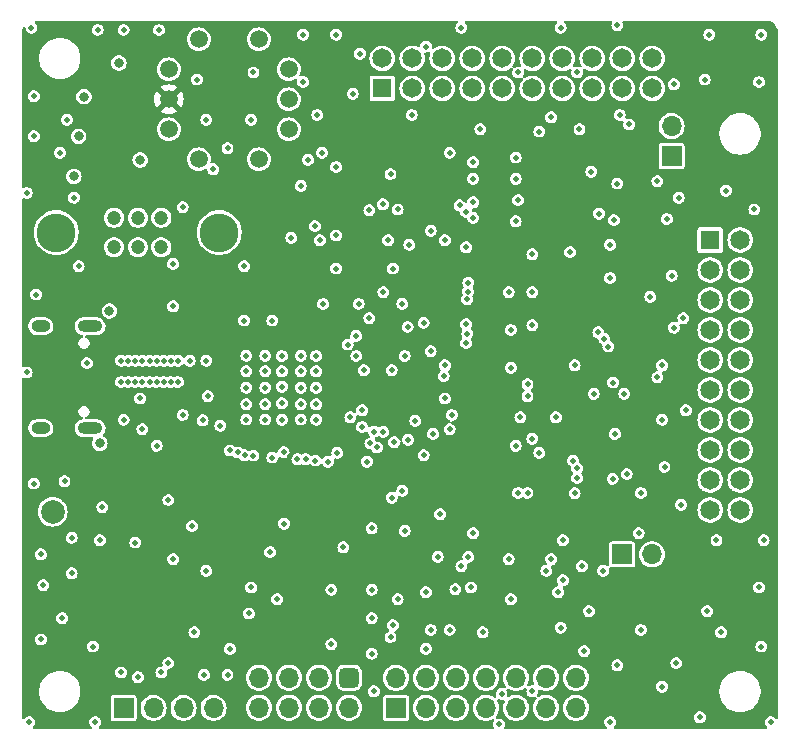
<source format=gbr>
%TF.GenerationSoftware,KiCad,Pcbnew,7.0.7*%
%TF.CreationDate,2024-05-17T14:43:21-07:00*%
%TF.ProjectId,Serberus,53657262-6572-4757-932e-6b696361645f,V2.2*%
%TF.SameCoordinates,Original*%
%TF.FileFunction,Copper,L3,Inr*%
%TF.FilePolarity,Positive*%
%FSLAX46Y46*%
G04 Gerber Fmt 4.6, Leading zero omitted, Abs format (unit mm)*
G04 Created by KiCad (PCBNEW 7.0.7) date 2024-05-17 14:43:21*
%MOMM*%
%LPD*%
G01*
G04 APERTURE LIST*
G04 Aperture macros list*
%AMRoundRect*
0 Rectangle with rounded corners*
0 $1 Rounding radius*
0 $2 $3 $4 $5 $6 $7 $8 $9 X,Y pos of 4 corners*
0 Add a 4 corners polygon primitive as box body*
4,1,4,$2,$3,$4,$5,$6,$7,$8,$9,$2,$3,0*
0 Add four circle primitives for the rounded corners*
1,1,$1+$1,$2,$3*
1,1,$1+$1,$4,$5*
1,1,$1+$1,$6,$7*
1,1,$1+$1,$8,$9*
0 Add four rect primitives between the rounded corners*
20,1,$1+$1,$2,$3,$4,$5,0*
20,1,$1+$1,$4,$5,$6,$7,0*
20,1,$1+$1,$6,$7,$8,$9,0*
20,1,$1+$1,$8,$9,$2,$3,0*%
G04 Aperture macros list end*
%TA.AperFunction,ComponentPad*%
%ADD10C,2.000000*%
%TD*%
%TA.AperFunction,ComponentPad*%
%ADD11R,1.700000X1.700000*%
%TD*%
%TA.AperFunction,ComponentPad*%
%ADD12O,1.700000X1.700000*%
%TD*%
%TA.AperFunction,ComponentPad*%
%ADD13RoundRect,0.425000X-0.425000X0.425000X-0.425000X-0.425000X0.425000X-0.425000X0.425000X0.425000X0*%
%TD*%
%TA.AperFunction,ComponentPad*%
%ADD14R,1.650000X1.650000*%
%TD*%
%TA.AperFunction,ComponentPad*%
%ADD15C,1.650000*%
%TD*%
%TA.AperFunction,ComponentPad*%
%ADD16O,2.100000X1.000000*%
%TD*%
%TA.AperFunction,ComponentPad*%
%ADD17O,1.600000X1.000000*%
%TD*%
%TA.AperFunction,ComponentPad*%
%ADD18C,1.200000*%
%TD*%
%TA.AperFunction,ComponentPad*%
%ADD19C,3.285000*%
%TD*%
%TA.AperFunction,ComponentPad*%
%ADD20C,1.500000*%
%TD*%
%TA.AperFunction,ViaPad*%
%ADD21C,0.500000*%
%TD*%
%TA.AperFunction,ViaPad*%
%ADD22C,0.800000*%
%TD*%
G04 APERTURE END LIST*
D10*
%TO.N,GND*%
%TO.C,TP1*%
X122600000Y-111600000D03*
%TD*%
D11*
%TO.N,/CLK*%
%TO.C,J7*%
X128600000Y-128200000D03*
D12*
%TO.N,/COPI*%
X131140000Y-128200000D03*
%TO.N,VTARGET*%
X133680000Y-128200000D03*
%TO.N,GND*%
X136220000Y-128200000D03*
%TD*%
D13*
%TO.N,/CS*%
%TO.C,J5*%
X147685500Y-125639500D03*
D12*
%TO.N,VTARGET*%
X147685500Y-128179500D03*
%TO.N,/CIPO*%
X145145500Y-125639500D03*
%TO.N,Net-(J5-Pin_4)*%
X145145500Y-128179500D03*
%TO.N,Net-(J5-Pin_5)*%
X142605500Y-125639500D03*
%TO.N,/CLK*%
X142605500Y-128179500D03*
%TO.N,GND*%
X140065500Y-125639500D03*
%TO.N,/COPI*%
X140065500Y-128179500D03*
%TD*%
D14*
%TO.N,VTARGET*%
%TO.C,J3*%
X178260000Y-88580000D03*
D15*
%TO.N,unconnected-(J3-Pin_2-Pad2)*%
X180800000Y-88580000D03*
%TO.N,/xPB4*%
X178260000Y-91120000D03*
%TO.N,GND*%
X180800000Y-91120000D03*
%TO.N,/COPI*%
X178260000Y-93660000D03*
%TO.N,GND*%
X180800000Y-93660000D03*
%TO.N,/CS*%
X178260000Y-96200000D03*
%TO.N,GND*%
X180800000Y-96200000D03*
%TO.N,/CLK*%
X178260000Y-98740000D03*
%TO.N,GND*%
X180800000Y-98740000D03*
%TO.N,/MISC_RX*%
X178260000Y-101280000D03*
%TO.N,GND*%
X180800000Y-101280000D03*
%TO.N,/CIPO*%
X178260000Y-103820000D03*
%TO.N,GND*%
X180800000Y-103820000D03*
%TO.N,/xPB5*%
X178260000Y-106360000D03*
%TO.N,GND*%
X180800000Y-106360000D03*
%TO.N,unconnected-(J3-Pin_17-Pad17)*%
X178260000Y-108900000D03*
%TO.N,GND*%
X180800000Y-108900000D03*
%TO.N,unconnected-(J3-Pin_19-Pad19)*%
X178260000Y-111440000D03*
%TO.N,GND*%
X180800000Y-111440000D03*
%TD*%
D11*
%TO.N,/UARTA_RX*%
%TO.C,J8*%
X170800000Y-115200000D03*
D12*
%TO.N,/MISC_RX*%
X173340000Y-115200000D03*
%TD*%
D11*
%TO.N,/CLK*%
%TO.C,J4*%
X151660000Y-128200000D03*
D12*
%TO.N,/COPI*%
X151660000Y-125660000D03*
%TO.N,/DI*%
X154200000Y-128200000D03*
%TO.N,/CS*%
X154200000Y-125660000D03*
%TO.N,/xPB4*%
X156740000Y-128200000D03*
%TO.N,/xPB5*%
X156740000Y-125660000D03*
%TO.N,/UARTA_TX*%
X159280000Y-128200000D03*
%TO.N,/UARTA_RX*%
X159280000Y-125660000D03*
%TO.N,/UARTC_TX*%
X161820000Y-128200000D03*
%TO.N,/UARTC_RX*%
X161820000Y-125660000D03*
%TO.N,/UARTD_TX*%
X164360000Y-128200000D03*
%TO.N,/UARTD_RX*%
X164360000Y-125660000D03*
%TO.N,GND*%
X166900000Y-128200000D03*
X166900000Y-125660000D03*
%TD*%
D16*
%TO.N,Net-(J1-SHIELD)*%
%TO.C,J1*%
X125770000Y-95880000D03*
D17*
X121590000Y-95880000D03*
D16*
X125770000Y-104520000D03*
D17*
X121590000Y-104520000D03*
%TD*%
D18*
%TO.N,/CS*%
%TO.C,SW2*%
X127800000Y-89200000D03*
%TO.N,/CORTEX_PIN2*%
X129800000Y-89200000D03*
%TO.N,/SWDIO*%
X131800000Y-89200000D03*
%TO.N,/CIPO*%
X127800000Y-86700000D03*
%TO.N,/DI*%
X129800000Y-86700000D03*
%TO.N,/SWDIO*%
X131800000Y-86700000D03*
D19*
%TO.N,GND*%
X122900000Y-87950000D03*
X136700000Y-87950000D03*
%TD*%
D20*
%TO.N,GND*%
%TO.C,SW1*%
X142595000Y-79200000D03*
%TO.N,+5V*%
X132435000Y-79200000D03*
%TO.N,+3V3*%
X132435000Y-76660000D03*
%TO.N,+1V8*%
X132435000Y-74120000D03*
%TO.N,VTARGET*%
X142595000Y-74120000D03*
%TO.N,VREF*%
X142595000Y-76660000D03*
%TO.N,GND*%
X140055000Y-81740000D03*
X134975000Y-81740000D03*
X134975000Y-71580000D03*
X140055000Y-71580000D03*
%TD*%
D14*
%TO.N,VTARGET*%
%TO.C,J2*%
X150500000Y-75740000D03*
D15*
X150500000Y-73200000D03*
%TO.N,GND*%
X153040000Y-75740000D03*
%TO.N,/UARTC_TX*%
X153040000Y-73200000D03*
%TO.N,/UARTA_TX*%
X155580000Y-75740000D03*
%TO.N,/UARTC_RX*%
X155580000Y-73200000D03*
%TO.N,/UARTA_RX*%
X158120000Y-75740000D03*
%TO.N,GND*%
X158120000Y-73200000D03*
%TO.N,/~{UARTA_RTS}*%
X160660000Y-75740000D03*
%TO.N,unconnected-(J2-Pin_10-Pad10)*%
X160660000Y-73200000D03*
%TO.N,/~{UARTA_CTS}*%
X163200000Y-75740000D03*
%TO.N,unconnected-(J2-Pin_12-Pad12)*%
X163200000Y-73200000D03*
%TO.N,/~{UARTA_DTR}*%
X165740000Y-75740000D03*
%TO.N,VTARGET*%
X165740000Y-73200000D03*
%TO.N,/~{UARTA_DSR}*%
X168280000Y-75740000D03*
%TO.N,/UARTD_TX*%
X168280000Y-73200000D03*
%TO.N,/~{UARTA_DCD}*%
X170820000Y-75740000D03*
%TO.N,/UARTD_RX*%
X170820000Y-73200000D03*
%TO.N,unconnected-(J2-Pin_19-Pad19)*%
X173360000Y-75740000D03*
%TO.N,GND*%
X173360000Y-73200000D03*
%TD*%
D11*
%TO.N,VTARGET*%
%TO.C,J9*%
X175000000Y-81475000D03*
D12*
%TO.N,VREF*%
X175000000Y-78935000D03*
%TD*%
D21*
%TO.N,+5V*%
X145400000Y-81200000D03*
X146600000Y-82400000D03*
%TO.N,GND*%
X147200000Y-114600000D03*
X137600000Y-123200000D03*
X139200000Y-120200000D03*
X160600000Y-127000000D03*
X130800000Y-98800000D03*
X170400000Y-83800000D03*
X142000000Y-99700000D03*
X154200000Y-123200000D03*
X129600000Y-98800000D03*
X165600000Y-121400000D03*
X169800000Y-89000000D03*
X163200000Y-95800000D03*
X182400000Y-75200000D03*
X121600000Y-122400000D03*
X152400000Y-98400000D03*
X139000000Y-98381776D03*
X155800000Y-88600000D03*
X162000000Y-85200000D03*
X144900000Y-101100000D03*
X139600000Y-74400000D03*
X121000000Y-76400000D03*
X146600000Y-71200000D03*
X140600000Y-99681776D03*
X162200000Y-103600000D03*
X161400000Y-96200000D03*
X128400000Y-98800000D03*
X133600000Y-85800000D03*
X128400000Y-125200000D03*
X178000000Y-120000000D03*
X134800000Y-75000000D03*
X143600000Y-99681776D03*
X141000000Y-115000000D03*
X130000000Y-102000000D03*
X132800000Y-94200000D03*
X133200000Y-98800000D03*
X142000000Y-103800000D03*
X177800000Y-75000000D03*
X166800000Y-99200000D03*
X135600000Y-98800000D03*
D22*
X124800000Y-79800000D03*
D21*
X146200000Y-118200000D03*
X156400000Y-103400000D03*
X151800000Y-86000000D03*
X132000000Y-100600000D03*
X163800000Y-79400000D03*
X148000000Y-76200000D03*
X151200000Y-83000000D03*
X155800000Y-102000000D03*
X154800000Y-105000000D03*
X151800000Y-119000000D03*
X167600000Y-123400000D03*
X163200000Y-89800000D03*
X138800000Y-90800000D03*
X149600000Y-120600000D03*
X172200000Y-113400000D03*
X156200000Y-81200000D03*
X170600000Y-78000000D03*
X169800000Y-91800000D03*
X132600000Y-98800000D03*
X145500000Y-94000000D03*
X152800000Y-89000000D03*
X126600000Y-114000000D03*
X121000000Y-109200000D03*
X149600000Y-123600000D03*
X126400000Y-70800000D03*
X158200000Y-113400000D03*
X121200000Y-93200000D03*
D22*
X130000000Y-81800000D03*
D21*
X172400000Y-121600000D03*
X144900000Y-102500000D03*
X161800000Y-106000000D03*
X149800000Y-126800000D03*
X140600000Y-98381776D03*
X161800000Y-87000000D03*
X151000000Y-88600000D03*
X131400000Y-100600000D03*
X120600000Y-129400000D03*
X175000000Y-91600000D03*
X167400000Y-116200000D03*
X143600000Y-98381776D03*
X145000000Y-78000000D03*
X155400000Y-111800000D03*
X144200000Y-81800000D03*
X140600000Y-102481776D03*
X162000000Y-74400000D03*
X139400000Y-118000000D03*
X177400000Y-129000000D03*
X154000000Y-95600000D03*
X148600000Y-72800000D03*
X182800000Y-114000000D03*
X166400000Y-89600000D03*
X156200000Y-104600000D03*
X158800000Y-79200000D03*
X132000000Y-98800000D03*
X129600000Y-100600000D03*
X170200000Y-105000000D03*
X169800000Y-129400000D03*
X162800000Y-101800000D03*
X182400000Y-118000000D03*
X157200000Y-70600000D03*
X123200000Y-81200000D03*
X132800000Y-90600000D03*
X124800000Y-90800000D03*
X134400000Y-112800000D03*
X175800000Y-111000000D03*
X139400000Y-78400000D03*
X154600000Y-121600000D03*
X182000000Y-86000000D03*
X128600000Y-70800000D03*
D22*
X125248176Y-76448176D03*
D21*
X154200000Y-72200000D03*
X136200000Y-82600000D03*
X175600000Y-85000000D03*
X171000000Y-101600000D03*
X135400000Y-125400000D03*
X149400000Y-95200000D03*
X149600000Y-113000000D03*
X138800000Y-95400000D03*
X142000000Y-98400000D03*
X137400000Y-125400000D03*
X142200000Y-112600000D03*
X123400000Y-120600000D03*
D22*
X124400000Y-83200000D03*
D21*
X128400000Y-100600000D03*
X174200000Y-126400000D03*
X130800000Y-100600000D03*
X155200000Y-115400000D03*
X175200000Y-75400000D03*
D22*
X127400000Y-94600000D03*
X128200000Y-73600000D03*
D21*
X183400000Y-129400000D03*
X130200000Y-100600000D03*
X143800000Y-71200000D03*
X178200000Y-71200000D03*
X161800000Y-83400000D03*
X161200000Y-93000000D03*
X173800000Y-83600000D03*
X150600000Y-93000000D03*
X174200000Y-103800000D03*
X165800000Y-114000000D03*
X168200000Y-82800000D03*
X134200000Y-98800000D03*
X124200000Y-116800000D03*
X179200000Y-121800000D03*
D22*
X126600000Y-105800000D03*
D21*
X129000000Y-98800000D03*
X164800000Y-78200000D03*
X139000000Y-99681776D03*
X131600000Y-70800000D03*
X163200000Y-126800000D03*
X132400000Y-110600000D03*
X121600000Y-115200000D03*
X139000000Y-101081776D03*
X161200000Y-115600000D03*
X153300000Y-103900000D03*
X143600000Y-101081776D03*
X161400000Y-99400000D03*
X139581336Y-106832220D03*
X133200000Y-100600000D03*
X130200000Y-104600000D03*
X148500000Y-94000000D03*
X133600000Y-103400000D03*
X160400000Y-129600000D03*
X139000000Y-103781776D03*
X170400000Y-124600000D03*
X179600000Y-84400000D03*
X171400000Y-78800000D03*
X182600000Y-123000000D03*
X137400000Y-80800000D03*
X123600000Y-109000000D03*
X126000000Y-123000000D03*
X139000000Y-102481776D03*
X154200000Y-118400000D03*
X121800000Y-117800000D03*
X165600000Y-70600000D03*
X174400000Y-107800000D03*
X124200000Y-113800000D03*
X151300000Y-99600000D03*
X171200000Y-108400000D03*
X135600000Y-116600000D03*
X144900000Y-99700000D03*
X126800000Y-111200000D03*
X120400000Y-99800000D03*
X153000000Y-78000000D03*
X135600000Y-78400000D03*
X123800000Y-78400000D03*
X175400000Y-124400000D03*
X169200000Y-116600000D03*
X142800000Y-88400000D03*
X141600000Y-119000000D03*
X161400000Y-119000000D03*
X174600000Y-86800000D03*
X168000000Y-120000000D03*
X167000000Y-74400000D03*
X143600000Y-84000000D03*
X157600000Y-89200000D03*
X126200000Y-129400000D03*
X152400000Y-113200000D03*
X161800000Y-81600000D03*
X120800000Y-70600000D03*
X140600000Y-103781776D03*
X144900000Y-98400000D03*
X131400000Y-106000000D03*
X129600000Y-114200000D03*
X156200000Y-121600000D03*
X143800000Y-75200000D03*
X120400000Y-84600000D03*
X182600000Y-71200000D03*
X170400000Y-70400000D03*
X142000000Y-102400000D03*
X149600000Y-118200000D03*
X132600000Y-100600000D03*
X162800000Y-100800000D03*
X143600000Y-102481776D03*
X140600000Y-101081776D03*
X124400000Y-85000000D03*
X134600000Y-121800000D03*
X142000000Y-101000000D03*
X143600000Y-103781776D03*
X174200000Y-99200000D03*
X151400000Y-91000000D03*
X130200000Y-98800000D03*
X146200000Y-122800000D03*
X142156684Y-106550283D03*
X121000000Y-79800000D03*
X146600000Y-91000000D03*
X148950500Y-99595794D03*
X144900000Y-103800000D03*
X129000000Y-100600000D03*
X131800000Y-125200000D03*
X131400000Y-98800000D03*
%TO.N,+3V3*%
X133800000Y-98000000D03*
X139000000Y-94400000D03*
X158390000Y-102800000D03*
X160600000Y-91200000D03*
X135200000Y-106600000D03*
X144600000Y-110800000D03*
X154800000Y-91400000D03*
X139500000Y-112800000D03*
X159800000Y-103800000D03*
X151400000Y-80400000D03*
X156000000Y-98000000D03*
X166800000Y-103400000D03*
X147600000Y-101800000D03*
D22*
X128600000Y-78800000D03*
D21*
X142703439Y-106900871D03*
X160400000Y-100400000D03*
X136200000Y-101000000D03*
X148630878Y-99030878D03*
X144800000Y-95800000D03*
X130200000Y-103600000D03*
X141700000Y-110300000D03*
X151200000Y-78800000D03*
X134000000Y-108400000D03*
%TO.N,Net-(U3-VCORE_1)*%
X148300000Y-98400000D03*
X148300000Y-96700000D03*
%TO.N,Net-(J1-CC1)*%
X128600000Y-103800000D03*
X125500000Y-99000000D03*
%TO.N,/~{ENABLE}*%
X163200000Y-105400000D03*
X136789243Y-104300757D03*
X163200000Y-93000000D03*
X144800000Y-87400000D03*
%TO.N,Net-(D7-A)*%
X158200000Y-86700500D03*
X158203200Y-85396800D03*
%TO.N,Net-(D8-A)*%
X158200000Y-83400000D03*
X157594483Y-86200883D03*
%TO.N,Net-(D9-A)*%
X158200000Y-82000000D03*
X157044284Y-85650684D03*
%TO.N,Net-(RN9-R1.2)*%
X149400000Y-86059500D03*
X154600000Y-87800000D03*
%TO.N,/EECLK*%
X145215470Y-88600983D03*
X138259305Y-106572113D03*
%TO.N,/EECS*%
X137600000Y-106400000D03*
X150560000Y-85560000D03*
%TO.N,/EEDATA*%
X138860715Y-106817389D03*
X146600000Y-88200000D03*
%TO.N,/UARTA_TX*%
X157800000Y-115400000D03*
X169650500Y-97600000D03*
X167200000Y-79200000D03*
%TO.N,/~{UARTA_RTS}*%
X169300500Y-96955613D03*
%TO.N,/~{UARTA_CTS}*%
X166652880Y-107274500D03*
%TO.N,/~{UARTA_DTR}*%
X168800000Y-96400000D03*
%TO.N,/~{UARTA_DSR}*%
X167000000Y-107922769D03*
%TO.N,/~{UARTA_DCD}*%
X167000000Y-108725000D03*
%TO.N,/CS*%
X165400000Y-118400000D03*
X151200000Y-122200000D03*
%TO.N,/CLK*%
X173200000Y-93400000D03*
X178800000Y-114000000D03*
X165800000Y-117400000D03*
X175200000Y-96000000D03*
X129806754Y-125593246D03*
%TO.N,/CIPO*%
X165200000Y-103600000D03*
X132800000Y-115600000D03*
%TO.N,/UARTA_RX*%
X162000000Y-110000000D03*
X163797881Y-106608054D03*
%TO.N,/COPI*%
X156700000Y-118150000D03*
%TO.N,/xPB4*%
X176000000Y-95200000D03*
X159000000Y-121800000D03*
%TO.N,/xPB5*%
X173799500Y-100200000D03*
%TO.N,/MISC_RX*%
X172400000Y-110000000D03*
X166800000Y-110025000D03*
X176200000Y-103000000D03*
%TO.N,/UARTC_TX*%
X164800000Y-115600000D03*
X170106400Y-86893600D03*
X170053200Y-100653200D03*
%TO.N,/UARTC_RX*%
X162800000Y-110000000D03*
%TO.N,/UARTD_TX*%
X168400000Y-101600000D03*
X164400000Y-116600000D03*
X168853200Y-86346800D03*
%TO.N,/UARTD_RX*%
X170000000Y-108800000D03*
%TO.N,/CORTEX_PIN2*%
X132400000Y-124400000D03*
%TO.N,/DI*%
X151400000Y-121200000D03*
%TO.N,/SWDIO*%
X158000000Y-118000000D03*
X157200000Y-116200000D03*
%TO.N,/CD0*%
X154600000Y-98000000D03*
X155800000Y-99200000D03*
%TO.N,/DD0*%
X155700000Y-100100000D03*
X152644621Y-95944620D03*
%TO.N,/BD1*%
X157754990Y-92945578D03*
X149800000Y-104800500D03*
%TO.N,/BD0*%
X146700000Y-106600500D03*
X157800000Y-92200000D03*
%TO.N,/BD3*%
X150576028Y-104823972D03*
X157690885Y-93591909D03*
%TO.N,/BD4*%
X147800000Y-103600000D03*
X152193246Y-93993246D03*
%TO.N,/AD4*%
X144847388Y-107256460D03*
X157600000Y-95700000D03*
%TO.N,/AD2*%
X157700000Y-96500000D03*
X143306275Y-107142618D03*
%TO.N,/AD0*%
X157600000Y-97300000D03*
X141200000Y-107000000D03*
%TO.N,/AD1*%
X152700103Y-105500104D03*
X149200000Y-107350500D03*
%TO.N,/AD5*%
X151500000Y-105700000D03*
X145900000Y-107350500D03*
%TO.N,/AD3*%
X144035028Y-107150500D03*
X154000000Y-106800000D03*
%TO.N,/BD2*%
X150050890Y-106149110D03*
X148797884Y-104409747D03*
%TO.N,/CD1*%
X152200000Y-109800000D03*
X147562315Y-97430345D03*
%TO.N,/BD6*%
X149503771Y-105799090D03*
X148800000Y-103000000D03*
%TO.N,/DD1*%
X151300000Y-110400000D03*
X141200500Y-95400000D03*
%TO.N,/CC2*%
X135299500Y-103853200D03*
X135724500Y-101800000D03*
%TD*%
%TA.AperFunction,Conductor*%
%TO.N,+3V3*%
G36*
X156854298Y-70020185D02*
G01*
X156900053Y-70072989D01*
X156909997Y-70142147D01*
X156880972Y-70205703D01*
X156869233Y-70217440D01*
X156774623Y-70326626D01*
X156774622Y-70326628D01*
X156714834Y-70457543D01*
X156694353Y-70600000D01*
X156714834Y-70742456D01*
X156768494Y-70859953D01*
X156774623Y-70873373D01*
X156868872Y-70982143D01*
X156989947Y-71059953D01*
X156989950Y-71059954D01*
X156989949Y-71059954D01*
X157128036Y-71100499D01*
X157128038Y-71100500D01*
X157128039Y-71100500D01*
X157271962Y-71100500D01*
X157271962Y-71100499D01*
X157410053Y-71059953D01*
X157531128Y-70982143D01*
X157625377Y-70873373D01*
X157685165Y-70742457D01*
X157705647Y-70600000D01*
X157685165Y-70457543D01*
X157625377Y-70326627D01*
X157531128Y-70217857D01*
X157531126Y-70217855D01*
X157525320Y-70211155D01*
X157526401Y-70210218D01*
X157493764Y-70159435D01*
X157493764Y-70089566D01*
X157531538Y-70030787D01*
X157595093Y-70001762D01*
X157612741Y-70000500D01*
X165187259Y-70000500D01*
X165254298Y-70020185D01*
X165300053Y-70072989D01*
X165309997Y-70142147D01*
X165280972Y-70205703D01*
X165269233Y-70217440D01*
X165174623Y-70326626D01*
X165174622Y-70326628D01*
X165114834Y-70457543D01*
X165094353Y-70600000D01*
X165114834Y-70742456D01*
X165168494Y-70859953D01*
X165174623Y-70873373D01*
X165268872Y-70982143D01*
X165389947Y-71059953D01*
X165389950Y-71059954D01*
X165389949Y-71059954D01*
X165528036Y-71100499D01*
X165528038Y-71100500D01*
X165528039Y-71100500D01*
X165671962Y-71100500D01*
X165671962Y-71100499D01*
X165810053Y-71059953D01*
X165931128Y-70982143D01*
X166025377Y-70873373D01*
X166085165Y-70742457D01*
X166105647Y-70600000D01*
X166085165Y-70457543D01*
X166025377Y-70326627D01*
X165931128Y-70217857D01*
X165931126Y-70217855D01*
X165925320Y-70211155D01*
X165926401Y-70210218D01*
X165893764Y-70159435D01*
X165893764Y-70089566D01*
X165931538Y-70030787D01*
X165995093Y-70001762D01*
X166012741Y-70000500D01*
X169839275Y-70000500D01*
X169906314Y-70020185D01*
X169952069Y-70072989D01*
X169962013Y-70142147D01*
X169952069Y-70176011D01*
X169914835Y-70257541D01*
X169914834Y-70257542D01*
X169894353Y-70400000D01*
X169914834Y-70542456D01*
X169967671Y-70658151D01*
X169974623Y-70673373D01*
X170068872Y-70782143D01*
X170189947Y-70859953D01*
X170189950Y-70859954D01*
X170189949Y-70859954D01*
X170328036Y-70900499D01*
X170328038Y-70900500D01*
X170328039Y-70900500D01*
X170471962Y-70900500D01*
X170471962Y-70900499D01*
X170610053Y-70859953D01*
X170731128Y-70782143D01*
X170825377Y-70673373D01*
X170885165Y-70542457D01*
X170905647Y-70400000D01*
X170885165Y-70257543D01*
X170874568Y-70234339D01*
X170847931Y-70176011D01*
X170837987Y-70106853D01*
X170867012Y-70043297D01*
X170925790Y-70005523D01*
X170960725Y-70000500D01*
X182934108Y-70000500D01*
X182997293Y-70000500D01*
X183002695Y-70000735D01*
X183162755Y-70014739D01*
X183184035Y-70018491D01*
X183276612Y-70043297D01*
X183331369Y-70057969D01*
X183351681Y-70065362D01*
X183489915Y-70129822D01*
X183508633Y-70140629D01*
X183633582Y-70228119D01*
X183650140Y-70242013D01*
X183757986Y-70349859D01*
X183771880Y-70366417D01*
X183859370Y-70491366D01*
X183870177Y-70510084D01*
X183934637Y-70648318D01*
X183942030Y-70668630D01*
X183981507Y-70815961D01*
X183985260Y-70837246D01*
X183999264Y-70997301D01*
X183999500Y-71002707D01*
X183999500Y-128997339D01*
X183999260Y-129002736D01*
X183998992Y-129005811D01*
X183998969Y-129006065D01*
X183973417Y-129071095D01*
X183916763Y-129111987D01*
X183846996Y-129115758D01*
X183786264Y-129081212D01*
X183781744Y-129076272D01*
X183731128Y-129017857D01*
X183610053Y-128940047D01*
X183610051Y-128940046D01*
X183610049Y-128940045D01*
X183610050Y-128940045D01*
X183471963Y-128899500D01*
X183471961Y-128899500D01*
X183328039Y-128899500D01*
X183328036Y-128899500D01*
X183189949Y-128940045D01*
X183068873Y-129017856D01*
X182974623Y-129126626D01*
X182974622Y-129126628D01*
X182914834Y-129257543D01*
X182894353Y-129400000D01*
X182914834Y-129542456D01*
X182941114Y-129600000D01*
X182974623Y-129673373D01*
X183068872Y-129782143D01*
X183068873Y-129782143D01*
X183074680Y-129788845D01*
X183073598Y-129789781D01*
X183106236Y-129840565D01*
X183106236Y-129910434D01*
X183068462Y-129969213D01*
X183004907Y-129998238D01*
X182987259Y-129999500D01*
X170212741Y-129999500D01*
X170145702Y-129979815D01*
X170099947Y-129927011D01*
X170090003Y-129857853D01*
X170119028Y-129794297D01*
X170130766Y-129782559D01*
X170131124Y-129782145D01*
X170131128Y-129782143D01*
X170225377Y-129673373D01*
X170285165Y-129542457D01*
X170305647Y-129400000D01*
X170285165Y-129257543D01*
X170225377Y-129126627D01*
X170131128Y-129017857D01*
X170103342Y-129000000D01*
X176894353Y-129000000D01*
X176914834Y-129142456D01*
X176969896Y-129263022D01*
X176974623Y-129273373D01*
X177068872Y-129382143D01*
X177189947Y-129459953D01*
X177189950Y-129459954D01*
X177189949Y-129459954D01*
X177328036Y-129500499D01*
X177328038Y-129500500D01*
X177328039Y-129500500D01*
X177471962Y-129500500D01*
X177471962Y-129500499D01*
X177610053Y-129459953D01*
X177731128Y-129382143D01*
X177825377Y-129273373D01*
X177885165Y-129142457D01*
X177905647Y-129000000D01*
X177885165Y-128857543D01*
X177825377Y-128726627D01*
X177731128Y-128617857D01*
X177610053Y-128540047D01*
X177610051Y-128540046D01*
X177610049Y-128540045D01*
X177610050Y-128540045D01*
X177471963Y-128499500D01*
X177471961Y-128499500D01*
X177328039Y-128499500D01*
X177328036Y-128499500D01*
X177189949Y-128540045D01*
X177068873Y-128617856D01*
X176974623Y-128726626D01*
X176974622Y-128726628D01*
X176914834Y-128857543D01*
X176894353Y-129000000D01*
X170103342Y-129000000D01*
X170010053Y-128940047D01*
X170010051Y-128940046D01*
X170010049Y-128940045D01*
X170010050Y-128940045D01*
X169871963Y-128899500D01*
X169871961Y-128899500D01*
X169728039Y-128899500D01*
X169728036Y-128899500D01*
X169589949Y-128940045D01*
X169468873Y-129017856D01*
X169374623Y-129126626D01*
X169374622Y-129126628D01*
X169314834Y-129257543D01*
X169294353Y-129400000D01*
X169314834Y-129542456D01*
X169341114Y-129600000D01*
X169374623Y-129673373D01*
X169468872Y-129782143D01*
X169468873Y-129782143D01*
X169474680Y-129788845D01*
X169473598Y-129789781D01*
X169506236Y-129840565D01*
X169506236Y-129910434D01*
X169468462Y-129969213D01*
X169404907Y-129998238D01*
X169387259Y-129999500D01*
X160960725Y-129999500D01*
X160893686Y-129979815D01*
X160847931Y-129927011D01*
X160837987Y-129857853D01*
X160847931Y-129823989D01*
X160870451Y-129774675D01*
X160885165Y-129742457D01*
X160905647Y-129600000D01*
X160885165Y-129457543D01*
X160825377Y-129326627D01*
X160731128Y-129217857D01*
X160610053Y-129140047D01*
X160610051Y-129140046D01*
X160610049Y-129140045D01*
X160610050Y-129140045D01*
X160471963Y-129099500D01*
X160471961Y-129099500D01*
X160328039Y-129099500D01*
X160328035Y-129099500D01*
X160240538Y-129125191D01*
X160170668Y-129125191D01*
X160111890Y-129087416D01*
X160082866Y-129023860D01*
X160092810Y-128954701D01*
X160106647Y-128931490D01*
X160219673Y-128781821D01*
X160310582Y-128599250D01*
X160366397Y-128403083D01*
X160385215Y-128200000D01*
X160383315Y-128179500D01*
X160366397Y-127996917D01*
X160360564Y-127976417D01*
X160310582Y-127800750D01*
X160310574Y-127800734D01*
X160223730Y-127626327D01*
X160211469Y-127557541D01*
X160238342Y-127493046D01*
X160295818Y-127453319D01*
X160365648Y-127450971D01*
X160386245Y-127458262D01*
X160389945Y-127459952D01*
X160389947Y-127459953D01*
X160389948Y-127459953D01*
X160389952Y-127459955D01*
X160528036Y-127500499D01*
X160528038Y-127500500D01*
X160528039Y-127500500D01*
X160671961Y-127500500D01*
X160712091Y-127488717D01*
X160781959Y-127488717D01*
X160840737Y-127526491D01*
X160869763Y-127590046D01*
X160859820Y-127659205D01*
X160858025Y-127662965D01*
X160789424Y-127800734D01*
X160789417Y-127800752D01*
X160733602Y-127996917D01*
X160714785Y-128199999D01*
X160714785Y-128200000D01*
X160733602Y-128403082D01*
X160789417Y-128599247D01*
X160789422Y-128599260D01*
X160880327Y-128781821D01*
X161003237Y-128944581D01*
X161131473Y-129061482D01*
X161153115Y-129081212D01*
X161153958Y-129081980D01*
X161153960Y-129081982D01*
X161233321Y-129131120D01*
X161327363Y-129189348D01*
X161517544Y-129263024D01*
X161718024Y-129300500D01*
X161718026Y-129300500D01*
X161921974Y-129300500D01*
X161921976Y-129300500D01*
X162122456Y-129263024D01*
X162312637Y-129189348D01*
X162486041Y-129081981D01*
X162636764Y-128944579D01*
X162759673Y-128781821D01*
X162850582Y-128599250D01*
X162906397Y-128403083D01*
X162925215Y-128200000D01*
X162923315Y-128179500D01*
X162906397Y-127996917D01*
X162900564Y-127976417D01*
X162850582Y-127800750D01*
X162850574Y-127800734D01*
X162789309Y-127677696D01*
X162759673Y-127618179D01*
X162640188Y-127459955D01*
X162636762Y-127455418D01*
X162486041Y-127318019D01*
X162486039Y-127318017D01*
X162312642Y-127210655D01*
X162312635Y-127210651D01*
X162206150Y-127169399D01*
X162122456Y-127136976D01*
X161921976Y-127099500D01*
X161718024Y-127099500D01*
X161517544Y-127136976D01*
X161517541Y-127136976D01*
X161517541Y-127136977D01*
X161327364Y-127210651D01*
X161327359Y-127210654D01*
X161276545Y-127242116D01*
X161209184Y-127260670D01*
X161142485Y-127239861D01*
X161097624Y-127186295D01*
X161088531Y-127119043D01*
X161105647Y-127000000D01*
X161085165Y-126857543D01*
X161027245Y-126730719D01*
X161017302Y-126661562D01*
X161046327Y-126598006D01*
X161105105Y-126560231D01*
X161174974Y-126560231D01*
X161205317Y-126573781D01*
X161276503Y-126617857D01*
X161327363Y-126649348D01*
X161517544Y-126723024D01*
X161718024Y-126760500D01*
X161718026Y-126760500D01*
X161921974Y-126760500D01*
X161921976Y-126760500D01*
X162122456Y-126723024D01*
X162312637Y-126649348D01*
X162486041Y-126541981D01*
X162520073Y-126510956D01*
X162582874Y-126480340D01*
X162652261Y-126488537D01*
X162706202Y-126532946D01*
X162727571Y-126599468D01*
X162716407Y-126654100D01*
X162714834Y-126657542D01*
X162694353Y-126800000D01*
X162714834Y-126942456D01*
X162741114Y-126999999D01*
X162774623Y-127073373D01*
X162868872Y-127182143D01*
X162989947Y-127259953D01*
X162989950Y-127259954D01*
X162989949Y-127259954D01*
X163128036Y-127300499D01*
X163128038Y-127300500D01*
X163128039Y-127300500D01*
X163271961Y-127300500D01*
X163410857Y-127259717D01*
X163480727Y-127259717D01*
X163539505Y-127297491D01*
X163568530Y-127361047D01*
X163558586Y-127430206D01*
X163544746Y-127453421D01*
X163420327Y-127618178D01*
X163329422Y-127800739D01*
X163329417Y-127800752D01*
X163273602Y-127996917D01*
X163254785Y-128199999D01*
X163254785Y-128200000D01*
X163273602Y-128403082D01*
X163329417Y-128599247D01*
X163329422Y-128599260D01*
X163420327Y-128781821D01*
X163543237Y-128944581D01*
X163671473Y-129061482D01*
X163693115Y-129081212D01*
X163693958Y-129081980D01*
X163693960Y-129081982D01*
X163773321Y-129131120D01*
X163867363Y-129189348D01*
X164057544Y-129263024D01*
X164258024Y-129300500D01*
X164258026Y-129300500D01*
X164461974Y-129300500D01*
X164461976Y-129300500D01*
X164662456Y-129263024D01*
X164852637Y-129189348D01*
X165026041Y-129081981D01*
X165176764Y-128944579D01*
X165299673Y-128781821D01*
X165390582Y-128599250D01*
X165446397Y-128403083D01*
X165465215Y-128200000D01*
X165794785Y-128200000D01*
X165813602Y-128403082D01*
X165869417Y-128599247D01*
X165869422Y-128599260D01*
X165960327Y-128781821D01*
X166083237Y-128944581D01*
X166211473Y-129061482D01*
X166233115Y-129081212D01*
X166233958Y-129081980D01*
X166233960Y-129081982D01*
X166313321Y-129131120D01*
X166407363Y-129189348D01*
X166597544Y-129263024D01*
X166798024Y-129300500D01*
X166798026Y-129300500D01*
X167001974Y-129300500D01*
X167001976Y-129300500D01*
X167202456Y-129263024D01*
X167392637Y-129189348D01*
X167566041Y-129081981D01*
X167716764Y-128944579D01*
X167839673Y-128781821D01*
X167930582Y-128599250D01*
X167986397Y-128403083D01*
X168005215Y-128200000D01*
X168003315Y-128179500D01*
X167986397Y-127996917D01*
X167980564Y-127976417D01*
X167930582Y-127800750D01*
X167930574Y-127800734D01*
X167869309Y-127677696D01*
X167839673Y-127618179D01*
X167720188Y-127459955D01*
X167716762Y-127455418D01*
X167566041Y-127318019D01*
X167566039Y-127318017D01*
X167392642Y-127210655D01*
X167392635Y-127210651D01*
X167286150Y-127169399D01*
X167202456Y-127136976D01*
X167001976Y-127099500D01*
X166798024Y-127099500D01*
X166597544Y-127136976D01*
X166597541Y-127136976D01*
X166597541Y-127136977D01*
X166407364Y-127210651D01*
X166407357Y-127210655D01*
X166233960Y-127318017D01*
X166233958Y-127318019D01*
X166083237Y-127455418D01*
X165960327Y-127618178D01*
X165869422Y-127800739D01*
X165869417Y-127800752D01*
X165813602Y-127996917D01*
X165794785Y-128199999D01*
X165794785Y-128200000D01*
X165465215Y-128200000D01*
X165463315Y-128179500D01*
X165446397Y-127996917D01*
X165440564Y-127976417D01*
X165390582Y-127800750D01*
X165390574Y-127800734D01*
X165329309Y-127677696D01*
X165299673Y-127618179D01*
X165180188Y-127459955D01*
X165176762Y-127455418D01*
X165026041Y-127318019D01*
X165026039Y-127318017D01*
X164852642Y-127210655D01*
X164852635Y-127210651D01*
X164746150Y-127169399D01*
X164662456Y-127136976D01*
X164461976Y-127099500D01*
X164258024Y-127099500D01*
X164057544Y-127136976D01*
X164057541Y-127136976D01*
X164057541Y-127136977D01*
X163867364Y-127210651D01*
X163867357Y-127210655D01*
X163780557Y-127264399D01*
X163713196Y-127282954D01*
X163646497Y-127262146D01*
X163601636Y-127208581D01*
X163592856Y-127139265D01*
X163621570Y-127077766D01*
X163625377Y-127073373D01*
X163685165Y-126942457D01*
X163686785Y-126931187D01*
X179049500Y-126931187D01*
X179069794Y-127065823D01*
X179088604Y-127190615D01*
X179088605Y-127190617D01*
X179088606Y-127190623D01*
X179165938Y-127441326D01*
X179279767Y-127677696D01*
X179279768Y-127677697D01*
X179279770Y-127677700D01*
X179279772Y-127677704D01*
X179363653Y-127800734D01*
X179427567Y-127894479D01*
X179606014Y-128086801D01*
X179606018Y-128086804D01*
X179606019Y-128086805D01*
X179811143Y-128250386D01*
X180038357Y-128381568D01*
X180282584Y-128477420D01*
X180538370Y-128535802D01*
X180538376Y-128535802D01*
X180538379Y-128535803D01*
X180734500Y-128550500D01*
X180734506Y-128550500D01*
X180865500Y-128550500D01*
X181061620Y-128535803D01*
X181061622Y-128535802D01*
X181061630Y-128535802D01*
X181317416Y-128477420D01*
X181561643Y-128381568D01*
X181788857Y-128250386D01*
X181993981Y-128086805D01*
X182172433Y-127894479D01*
X182320228Y-127677704D01*
X182434063Y-127441323D01*
X182511396Y-127190615D01*
X182550500Y-126931182D01*
X182550500Y-126668818D01*
X182511396Y-126409385D01*
X182434063Y-126158677D01*
X182402794Y-126093746D01*
X182320232Y-125922303D01*
X182320231Y-125922302D01*
X182320230Y-125922301D01*
X182320228Y-125922296D01*
X182172433Y-125705521D01*
X182111174Y-125639499D01*
X181993985Y-125513198D01*
X181944043Y-125473371D01*
X181788857Y-125349614D01*
X181561643Y-125218432D01*
X181317416Y-125122580D01*
X181317411Y-125122578D01*
X181317402Y-125122576D01*
X181099818Y-125072914D01*
X181061630Y-125064198D01*
X181061629Y-125064197D01*
X181061625Y-125064197D01*
X181061620Y-125064196D01*
X180865500Y-125049500D01*
X180865494Y-125049500D01*
X180734506Y-125049500D01*
X180734500Y-125049500D01*
X180538379Y-125064196D01*
X180538374Y-125064197D01*
X180282597Y-125122576D01*
X180282578Y-125122582D01*
X180038356Y-125218432D01*
X179811143Y-125349614D01*
X179606014Y-125513198D01*
X179427567Y-125705520D01*
X179279768Y-125922302D01*
X179279767Y-125922303D01*
X179165938Y-126158673D01*
X179088606Y-126409376D01*
X179088605Y-126409381D01*
X179088604Y-126409385D01*
X179075021Y-126499500D01*
X179049500Y-126668812D01*
X179049500Y-126931187D01*
X163686785Y-126931187D01*
X163705647Y-126800000D01*
X163703343Y-126783981D01*
X163713288Y-126714823D01*
X163759043Y-126662019D01*
X163826083Y-126642335D01*
X163870876Y-126650709D01*
X164036374Y-126714823D01*
X164057544Y-126723024D01*
X164258024Y-126760500D01*
X164258026Y-126760500D01*
X164461974Y-126760500D01*
X164461976Y-126760500D01*
X164662456Y-126723024D01*
X164852637Y-126649348D01*
X165026041Y-126541981D01*
X165171492Y-126409385D01*
X165176762Y-126404581D01*
X165176764Y-126404579D01*
X165299673Y-126241821D01*
X165390582Y-126059250D01*
X165446397Y-125863083D01*
X165465215Y-125660000D01*
X165794785Y-125660000D01*
X165813602Y-125863082D01*
X165869417Y-126059247D01*
X165869422Y-126059260D01*
X165960327Y-126241821D01*
X166083237Y-126404581D01*
X166233958Y-126541980D01*
X166233960Y-126541982D01*
X166285318Y-126573781D01*
X166407363Y-126649348D01*
X166597544Y-126723024D01*
X166798024Y-126760500D01*
X166798026Y-126760500D01*
X167001974Y-126760500D01*
X167001976Y-126760500D01*
X167202456Y-126723024D01*
X167392637Y-126649348D01*
X167566041Y-126541981D01*
X167711492Y-126409385D01*
X167716762Y-126404581D01*
X167716764Y-126404579D01*
X167720223Y-126399999D01*
X173694353Y-126399999D01*
X173714834Y-126542456D01*
X173769229Y-126661562D01*
X173774623Y-126673373D01*
X173868872Y-126782143D01*
X173989947Y-126859953D01*
X173989950Y-126859954D01*
X173989949Y-126859954D01*
X174128036Y-126900499D01*
X174128038Y-126900500D01*
X174128039Y-126900500D01*
X174271962Y-126900500D01*
X174271962Y-126900499D01*
X174410053Y-126859953D01*
X174531128Y-126782143D01*
X174625377Y-126673373D01*
X174685165Y-126542457D01*
X174705647Y-126400000D01*
X174685165Y-126257543D01*
X174625377Y-126126627D01*
X174531128Y-126017857D01*
X174410053Y-125940047D01*
X174410051Y-125940046D01*
X174410049Y-125940045D01*
X174410050Y-125940045D01*
X174271963Y-125899500D01*
X174271961Y-125899500D01*
X174128039Y-125899500D01*
X174128036Y-125899500D01*
X173989949Y-125940045D01*
X173868873Y-126017856D01*
X173774623Y-126126626D01*
X173774622Y-126126628D01*
X173714834Y-126257543D01*
X173694353Y-126399999D01*
X167720223Y-126399999D01*
X167839673Y-126241821D01*
X167930582Y-126059250D01*
X167986397Y-125863083D01*
X168005215Y-125660000D01*
X168003315Y-125639500D01*
X167986397Y-125456917D01*
X167980564Y-125436417D01*
X167930582Y-125260750D01*
X167928985Y-125257543D01*
X167867115Y-125133291D01*
X167839673Y-125078179D01*
X167731721Y-124935227D01*
X167716762Y-124915418D01*
X167566041Y-124778019D01*
X167566039Y-124778017D01*
X167392642Y-124670655D01*
X167392635Y-124670651D01*
X167297546Y-124633814D01*
X167210259Y-124599999D01*
X169894353Y-124599999D01*
X169914834Y-124742456D01*
X169949269Y-124817856D01*
X169974623Y-124873373D01*
X170068872Y-124982143D01*
X170189947Y-125059953D01*
X170189950Y-125059954D01*
X170189949Y-125059954D01*
X170328036Y-125100499D01*
X170328038Y-125100500D01*
X170328039Y-125100500D01*
X170471962Y-125100500D01*
X170471962Y-125100499D01*
X170610053Y-125059953D01*
X170731128Y-124982143D01*
X170825377Y-124873373D01*
X170885165Y-124742457D01*
X170905647Y-124600000D01*
X170885165Y-124457543D01*
X170858886Y-124400000D01*
X174894353Y-124400000D01*
X174914834Y-124542456D01*
X174972724Y-124669215D01*
X174974623Y-124673373D01*
X175068872Y-124782143D01*
X175189947Y-124859953D01*
X175189950Y-124859954D01*
X175189949Y-124859954D01*
X175297107Y-124891417D01*
X175324633Y-124899500D01*
X175328036Y-124900499D01*
X175328038Y-124900500D01*
X175328039Y-124900500D01*
X175471962Y-124900500D01*
X175471962Y-124900499D01*
X175610053Y-124859953D01*
X175731128Y-124782143D01*
X175825377Y-124673373D01*
X175885165Y-124542457D01*
X175905647Y-124400000D01*
X175885165Y-124257543D01*
X175825377Y-124126627D01*
X175731128Y-124017857D01*
X175610053Y-123940047D01*
X175610051Y-123940046D01*
X175610049Y-123940045D01*
X175610050Y-123940045D01*
X175471963Y-123899500D01*
X175471961Y-123899500D01*
X175328039Y-123899500D01*
X175328036Y-123899500D01*
X175189949Y-123940045D01*
X175068873Y-124017856D01*
X174974623Y-124126626D01*
X174974622Y-124126628D01*
X174914834Y-124257543D01*
X174894353Y-124400000D01*
X170858886Y-124400000D01*
X170825377Y-124326627D01*
X170731128Y-124217857D01*
X170610053Y-124140047D01*
X170610051Y-124140046D01*
X170610049Y-124140045D01*
X170610050Y-124140045D01*
X170471963Y-124099500D01*
X170471961Y-124099500D01*
X170328039Y-124099500D01*
X170328036Y-124099500D01*
X170189949Y-124140045D01*
X170068873Y-124217856D01*
X169974623Y-124326626D01*
X169974622Y-124326628D01*
X169914834Y-124457543D01*
X169894353Y-124599999D01*
X167210259Y-124599999D01*
X167202456Y-124596976D01*
X167001976Y-124559500D01*
X166798024Y-124559500D01*
X166597544Y-124596976D01*
X166597541Y-124596976D01*
X166597541Y-124596977D01*
X166407364Y-124670651D01*
X166407357Y-124670655D01*
X166233960Y-124778017D01*
X166233958Y-124778019D01*
X166083237Y-124915418D01*
X165960327Y-125078178D01*
X165869422Y-125260739D01*
X165869417Y-125260752D01*
X165813602Y-125456917D01*
X165794785Y-125659999D01*
X165794785Y-125660000D01*
X165465215Y-125660000D01*
X165463315Y-125639500D01*
X165446397Y-125456917D01*
X165440564Y-125436417D01*
X165390582Y-125260750D01*
X165388985Y-125257543D01*
X165327115Y-125133291D01*
X165299673Y-125078179D01*
X165191721Y-124935227D01*
X165176762Y-124915418D01*
X165026041Y-124778019D01*
X165026039Y-124778017D01*
X164852642Y-124670655D01*
X164852635Y-124670651D01*
X164757546Y-124633814D01*
X164662456Y-124596976D01*
X164461976Y-124559500D01*
X164258024Y-124559500D01*
X164057544Y-124596976D01*
X164057541Y-124596976D01*
X164057541Y-124596977D01*
X163867364Y-124670651D01*
X163867357Y-124670655D01*
X163693960Y-124778017D01*
X163693958Y-124778019D01*
X163543237Y-124915418D01*
X163420327Y-125078178D01*
X163329422Y-125260739D01*
X163329417Y-125260752D01*
X163273602Y-125456917D01*
X163254785Y-125659999D01*
X163254785Y-125660000D01*
X163273602Y-125863082D01*
X163329417Y-126059247D01*
X163329422Y-126059260D01*
X163359781Y-126120228D01*
X163372042Y-126189014D01*
X163345169Y-126253509D01*
X163287693Y-126293236D01*
X163248781Y-126299500D01*
X163128036Y-126299500D01*
X162989949Y-126340045D01*
X162989945Y-126340047D01*
X162958062Y-126360537D01*
X162891022Y-126380221D01*
X162823983Y-126360535D01*
X162778229Y-126307731D01*
X162768286Y-126238572D01*
X162780022Y-126200952D01*
X162850582Y-126059250D01*
X162906397Y-125863083D01*
X162925215Y-125660000D01*
X162923315Y-125639500D01*
X162906397Y-125456917D01*
X162900564Y-125436417D01*
X162850582Y-125260750D01*
X162848985Y-125257543D01*
X162787115Y-125133291D01*
X162759673Y-125078179D01*
X162651721Y-124935227D01*
X162636762Y-124915418D01*
X162486041Y-124778019D01*
X162486039Y-124778017D01*
X162312642Y-124670655D01*
X162312635Y-124670651D01*
X162217546Y-124633814D01*
X162122456Y-124596976D01*
X161921976Y-124559500D01*
X161718024Y-124559500D01*
X161517544Y-124596976D01*
X161517541Y-124596976D01*
X161517541Y-124596977D01*
X161327364Y-124670651D01*
X161327357Y-124670655D01*
X161153960Y-124778017D01*
X161153958Y-124778019D01*
X161003237Y-124915418D01*
X160880327Y-125078178D01*
X160789422Y-125260739D01*
X160789417Y-125260752D01*
X160733602Y-125456917D01*
X160714785Y-125659999D01*
X160714785Y-125660000D01*
X160733602Y-125863082D01*
X160789417Y-126059247D01*
X160789422Y-126059260D01*
X160880327Y-126241821D01*
X160965721Y-126354901D01*
X160990413Y-126420263D01*
X160975848Y-126488597D01*
X160926650Y-126538210D01*
X160858441Y-126553348D01*
X160815257Y-126542423D01*
X160810051Y-126540045D01*
X160671963Y-126499500D01*
X160671961Y-126499500D01*
X160528039Y-126499500D01*
X160528036Y-126499500D01*
X160389949Y-126540045D01*
X160268873Y-126617856D01*
X160174623Y-126726626D01*
X160174622Y-126726628D01*
X160114834Y-126857543D01*
X160094353Y-127000000D01*
X160114834Y-127142456D01*
X160123035Y-127160412D01*
X160132979Y-127229570D01*
X160103954Y-127293126D01*
X160045176Y-127330901D01*
X159975307Y-127330901D01*
X159944964Y-127317351D01*
X159772642Y-127210655D01*
X159772635Y-127210651D01*
X159666150Y-127169399D01*
X159582456Y-127136976D01*
X159381976Y-127099500D01*
X159178024Y-127099500D01*
X158977544Y-127136976D01*
X158977541Y-127136976D01*
X158977541Y-127136977D01*
X158787364Y-127210651D01*
X158787357Y-127210655D01*
X158613960Y-127318017D01*
X158613958Y-127318019D01*
X158463237Y-127455418D01*
X158340327Y-127618178D01*
X158249422Y-127800739D01*
X158249417Y-127800752D01*
X158193602Y-127996917D01*
X158174785Y-128199999D01*
X158174785Y-128200000D01*
X158193602Y-128403082D01*
X158249417Y-128599247D01*
X158249422Y-128599260D01*
X158340327Y-128781821D01*
X158463237Y-128944581D01*
X158591473Y-129061482D01*
X158613115Y-129081212D01*
X158613958Y-129081980D01*
X158613960Y-129081982D01*
X158693321Y-129131120D01*
X158787363Y-129189348D01*
X158977544Y-129263024D01*
X159178024Y-129300500D01*
X159178026Y-129300500D01*
X159381974Y-129300500D01*
X159381976Y-129300500D01*
X159582456Y-129263024D01*
X159772637Y-129189348D01*
X159793460Y-129176454D01*
X159860816Y-129157897D01*
X159927516Y-129178703D01*
X159972380Y-129232266D01*
X159981163Y-129301581D01*
X159971533Y-129333391D01*
X159914834Y-129457544D01*
X159894353Y-129600000D01*
X159914834Y-129742457D01*
X159914835Y-129742458D01*
X159952069Y-129823989D01*
X159962013Y-129893147D01*
X159932988Y-129956703D01*
X159874210Y-129994477D01*
X159839275Y-129999500D01*
X126612741Y-129999500D01*
X126545702Y-129979815D01*
X126499947Y-129927011D01*
X126490003Y-129857853D01*
X126519028Y-129794297D01*
X126530766Y-129782559D01*
X126531124Y-129782145D01*
X126531128Y-129782143D01*
X126625377Y-129673373D01*
X126685165Y-129542457D01*
X126705647Y-129400000D01*
X126685165Y-129257543D01*
X126625377Y-129126627D01*
X126580363Y-129074678D01*
X127499500Y-129074678D01*
X127514032Y-129147735D01*
X127514033Y-129147739D01*
X127528135Y-129168844D01*
X127569399Y-129230601D01*
X127633410Y-129273371D01*
X127652260Y-129285966D01*
X127652264Y-129285967D01*
X127725321Y-129300499D01*
X127725324Y-129300500D01*
X127725326Y-129300500D01*
X129474676Y-129300500D01*
X129474677Y-129300499D01*
X129547740Y-129285966D01*
X129630601Y-129230601D01*
X129685966Y-129147740D01*
X129700500Y-129074674D01*
X129700500Y-128200000D01*
X130034785Y-128200000D01*
X130053602Y-128403082D01*
X130109417Y-128599247D01*
X130109422Y-128599260D01*
X130200327Y-128781821D01*
X130323237Y-128944581D01*
X130451473Y-129061482D01*
X130473115Y-129081212D01*
X130473958Y-129081980D01*
X130473960Y-129081982D01*
X130553321Y-129131120D01*
X130647363Y-129189348D01*
X130837544Y-129263024D01*
X131038024Y-129300500D01*
X131038026Y-129300500D01*
X131241974Y-129300500D01*
X131241976Y-129300500D01*
X131442456Y-129263024D01*
X131632637Y-129189348D01*
X131806041Y-129081981D01*
X131956764Y-128944579D01*
X132079673Y-128781821D01*
X132170582Y-128599250D01*
X132226397Y-128403083D01*
X132245215Y-128200000D01*
X132574785Y-128200000D01*
X132593602Y-128403082D01*
X132649417Y-128599247D01*
X132649422Y-128599260D01*
X132740327Y-128781821D01*
X132863237Y-128944581D01*
X132991473Y-129061482D01*
X133013115Y-129081212D01*
X133013958Y-129081980D01*
X133013960Y-129081982D01*
X133093321Y-129131120D01*
X133187363Y-129189348D01*
X133377544Y-129263024D01*
X133578024Y-129300500D01*
X133578026Y-129300500D01*
X133781974Y-129300500D01*
X133781976Y-129300500D01*
X133982456Y-129263024D01*
X134172637Y-129189348D01*
X134346041Y-129081981D01*
X134496764Y-128944579D01*
X134619673Y-128781821D01*
X134710582Y-128599250D01*
X134766397Y-128403083D01*
X134785215Y-128200000D01*
X135114785Y-128200000D01*
X135133602Y-128403082D01*
X135189417Y-128599247D01*
X135189422Y-128599260D01*
X135280327Y-128781821D01*
X135403237Y-128944581D01*
X135531473Y-129061482D01*
X135553115Y-129081212D01*
X135553958Y-129081980D01*
X135553960Y-129081982D01*
X135633321Y-129131120D01*
X135727363Y-129189348D01*
X135917544Y-129263024D01*
X136118024Y-129300500D01*
X136118026Y-129300500D01*
X136321974Y-129300500D01*
X136321976Y-129300500D01*
X136522456Y-129263024D01*
X136712637Y-129189348D01*
X136886041Y-129081981D01*
X137036764Y-128944579D01*
X137159673Y-128781821D01*
X137250582Y-128599250D01*
X137306397Y-128403083D01*
X137325215Y-128200000D01*
X137323315Y-128179500D01*
X138960285Y-128179500D01*
X138979102Y-128382582D01*
X139034917Y-128578747D01*
X139034922Y-128578760D01*
X139125827Y-128761321D01*
X139248737Y-128924081D01*
X139399458Y-129061480D01*
X139399460Y-129061482D01*
X139498641Y-129122892D01*
X139572863Y-129168848D01*
X139763044Y-129242524D01*
X139963524Y-129280000D01*
X139963526Y-129280000D01*
X140167474Y-129280000D01*
X140167476Y-129280000D01*
X140367956Y-129242524D01*
X140558137Y-129168848D01*
X140731541Y-129061481D01*
X140882264Y-128924079D01*
X141005173Y-128761321D01*
X141096082Y-128578750D01*
X141151897Y-128382583D01*
X141170715Y-128179500D01*
X141500285Y-128179500D01*
X141519102Y-128382582D01*
X141574917Y-128578747D01*
X141574922Y-128578760D01*
X141665827Y-128761321D01*
X141788737Y-128924081D01*
X141939458Y-129061480D01*
X141939460Y-129061482D01*
X142038641Y-129122892D01*
X142112863Y-129168848D01*
X142303044Y-129242524D01*
X142503524Y-129280000D01*
X142503526Y-129280000D01*
X142707474Y-129280000D01*
X142707476Y-129280000D01*
X142907956Y-129242524D01*
X143098137Y-129168848D01*
X143271541Y-129061481D01*
X143422264Y-128924079D01*
X143545173Y-128761321D01*
X143636082Y-128578750D01*
X143691897Y-128382583D01*
X143710715Y-128179500D01*
X144040285Y-128179500D01*
X144059102Y-128382582D01*
X144114917Y-128578747D01*
X144114922Y-128578760D01*
X144205827Y-128761321D01*
X144328737Y-128924081D01*
X144479458Y-129061480D01*
X144479460Y-129061482D01*
X144578641Y-129122892D01*
X144652863Y-129168848D01*
X144843044Y-129242524D01*
X145043524Y-129280000D01*
X145043526Y-129280000D01*
X145247474Y-129280000D01*
X145247476Y-129280000D01*
X145447956Y-129242524D01*
X145638137Y-129168848D01*
X145811541Y-129061481D01*
X145962264Y-128924079D01*
X146085173Y-128761321D01*
X146176082Y-128578750D01*
X146231897Y-128382583D01*
X146250715Y-128179500D01*
X146580285Y-128179500D01*
X146599102Y-128382582D01*
X146654917Y-128578747D01*
X146654922Y-128578760D01*
X146745827Y-128761321D01*
X146868737Y-128924081D01*
X147019458Y-129061480D01*
X147019460Y-129061482D01*
X147118641Y-129122892D01*
X147192863Y-129168848D01*
X147383044Y-129242524D01*
X147583524Y-129280000D01*
X147583526Y-129280000D01*
X147787474Y-129280000D01*
X147787476Y-129280000D01*
X147987956Y-129242524D01*
X148178137Y-129168848D01*
X148330230Y-129074676D01*
X150559499Y-129074676D01*
X150559500Y-129074678D01*
X150574032Y-129147735D01*
X150574033Y-129147739D01*
X150588135Y-129168844D01*
X150629399Y-129230601D01*
X150693410Y-129273371D01*
X150712260Y-129285966D01*
X150712264Y-129285967D01*
X150785321Y-129300499D01*
X150785324Y-129300500D01*
X150785326Y-129300500D01*
X152534676Y-129300500D01*
X152534677Y-129300499D01*
X152607740Y-129285966D01*
X152690601Y-129230601D01*
X152745966Y-129147740D01*
X152760500Y-129074674D01*
X152760500Y-128200000D01*
X153094785Y-128200000D01*
X153113602Y-128403082D01*
X153169417Y-128599247D01*
X153169422Y-128599260D01*
X153260327Y-128781821D01*
X153383237Y-128944581D01*
X153511473Y-129061482D01*
X153533115Y-129081212D01*
X153533958Y-129081980D01*
X153533960Y-129081982D01*
X153613321Y-129131120D01*
X153707363Y-129189348D01*
X153897544Y-129263024D01*
X154098024Y-129300500D01*
X154098026Y-129300500D01*
X154301974Y-129300500D01*
X154301976Y-129300500D01*
X154502456Y-129263024D01*
X154692637Y-129189348D01*
X154866041Y-129081981D01*
X155016764Y-128944579D01*
X155139673Y-128781821D01*
X155230582Y-128599250D01*
X155286397Y-128403083D01*
X155305215Y-128200000D01*
X155634785Y-128200000D01*
X155653602Y-128403082D01*
X155709417Y-128599247D01*
X155709422Y-128599260D01*
X155800327Y-128781821D01*
X155923237Y-128944581D01*
X156051473Y-129061482D01*
X156073115Y-129081212D01*
X156073958Y-129081980D01*
X156073960Y-129081982D01*
X156153321Y-129131120D01*
X156247363Y-129189348D01*
X156437544Y-129263024D01*
X156638024Y-129300500D01*
X156638026Y-129300500D01*
X156841974Y-129300500D01*
X156841976Y-129300500D01*
X157042456Y-129263024D01*
X157232637Y-129189348D01*
X157406041Y-129081981D01*
X157556764Y-128944579D01*
X157679673Y-128781821D01*
X157770582Y-128599250D01*
X157826397Y-128403083D01*
X157845215Y-128200000D01*
X157843315Y-128179500D01*
X157826397Y-127996917D01*
X157820564Y-127976417D01*
X157770582Y-127800750D01*
X157770574Y-127800734D01*
X157709309Y-127677696D01*
X157679673Y-127618179D01*
X157560188Y-127459955D01*
X157556762Y-127455418D01*
X157406041Y-127318019D01*
X157406039Y-127318017D01*
X157232642Y-127210655D01*
X157232635Y-127210651D01*
X157126150Y-127169399D01*
X157042456Y-127136976D01*
X156841976Y-127099500D01*
X156638024Y-127099500D01*
X156437544Y-127136976D01*
X156437541Y-127136976D01*
X156437541Y-127136977D01*
X156247364Y-127210651D01*
X156247357Y-127210655D01*
X156073960Y-127318017D01*
X156073958Y-127318019D01*
X155923237Y-127455418D01*
X155800327Y-127618178D01*
X155709422Y-127800739D01*
X155709417Y-127800752D01*
X155653602Y-127996917D01*
X155634785Y-128199999D01*
X155634785Y-128200000D01*
X155305215Y-128200000D01*
X155303315Y-128179500D01*
X155286397Y-127996917D01*
X155280564Y-127976417D01*
X155230582Y-127800750D01*
X155230574Y-127800734D01*
X155169309Y-127677696D01*
X155139673Y-127618179D01*
X155020188Y-127459955D01*
X155016762Y-127455418D01*
X154866041Y-127318019D01*
X154866039Y-127318017D01*
X154692642Y-127210655D01*
X154692635Y-127210651D01*
X154586150Y-127169399D01*
X154502456Y-127136976D01*
X154301976Y-127099500D01*
X154098024Y-127099500D01*
X153897544Y-127136976D01*
X153897541Y-127136976D01*
X153897541Y-127136977D01*
X153707364Y-127210651D01*
X153707357Y-127210655D01*
X153533960Y-127318017D01*
X153533958Y-127318019D01*
X153383237Y-127455418D01*
X153260327Y-127618178D01*
X153169422Y-127800739D01*
X153169417Y-127800752D01*
X153113602Y-127996917D01*
X153094785Y-128199999D01*
X153094785Y-128200000D01*
X152760500Y-128200000D01*
X152760500Y-127325326D01*
X152760500Y-127325323D01*
X152760499Y-127325321D01*
X152745967Y-127252264D01*
X152745966Y-127252260D01*
X152730805Y-127229570D01*
X152690601Y-127169399D01*
X152615234Y-127119041D01*
X152607739Y-127114033D01*
X152607735Y-127114032D01*
X152534677Y-127099500D01*
X152534674Y-127099500D01*
X150785326Y-127099500D01*
X150785323Y-127099500D01*
X150712264Y-127114032D01*
X150712260Y-127114033D01*
X150629399Y-127169399D01*
X150574033Y-127252260D01*
X150574032Y-127252264D01*
X150559500Y-127325321D01*
X150559499Y-127325323D01*
X150559499Y-129074676D01*
X148330230Y-129074676D01*
X148351541Y-129061481D01*
X148502264Y-128924079D01*
X148625173Y-128761321D01*
X148716082Y-128578750D01*
X148771897Y-128382583D01*
X148790715Y-128179500D01*
X148771897Y-127976417D01*
X148716082Y-127780250D01*
X148625173Y-127597679D01*
X148516158Y-127453319D01*
X148502262Y-127434918D01*
X148351541Y-127297519D01*
X148351539Y-127297517D01*
X148178142Y-127190155D01*
X148178135Y-127190151D01*
X148055021Y-127142457D01*
X147987956Y-127116476D01*
X147787476Y-127079000D01*
X147583524Y-127079000D01*
X147383044Y-127116476D01*
X147383041Y-127116476D01*
X147383041Y-127116477D01*
X147192864Y-127190151D01*
X147192857Y-127190155D01*
X147019460Y-127297517D01*
X147019458Y-127297519D01*
X146868737Y-127434918D01*
X146745827Y-127597678D01*
X146654922Y-127780239D01*
X146654917Y-127780252D01*
X146599102Y-127976417D01*
X146580285Y-128179499D01*
X146580285Y-128179500D01*
X146250715Y-128179500D01*
X146231897Y-127976417D01*
X146176082Y-127780250D01*
X146085173Y-127597679D01*
X145976158Y-127453319D01*
X145962262Y-127434918D01*
X145811541Y-127297519D01*
X145811539Y-127297517D01*
X145638142Y-127190155D01*
X145638135Y-127190151D01*
X145515021Y-127142457D01*
X145447956Y-127116476D01*
X145247476Y-127079000D01*
X145043524Y-127079000D01*
X144843044Y-127116476D01*
X144843041Y-127116476D01*
X144843041Y-127116477D01*
X144652864Y-127190151D01*
X144652857Y-127190155D01*
X144479460Y-127297517D01*
X144479458Y-127297519D01*
X144328737Y-127434918D01*
X144205827Y-127597678D01*
X144114922Y-127780239D01*
X144114917Y-127780252D01*
X144059102Y-127976417D01*
X144040285Y-128179499D01*
X144040285Y-128179500D01*
X143710715Y-128179500D01*
X143691897Y-127976417D01*
X143636082Y-127780250D01*
X143545173Y-127597679D01*
X143436158Y-127453319D01*
X143422262Y-127434918D01*
X143271541Y-127297519D01*
X143271539Y-127297517D01*
X143098142Y-127190155D01*
X143098135Y-127190151D01*
X142975021Y-127142457D01*
X142907956Y-127116476D01*
X142707476Y-127079000D01*
X142503524Y-127079000D01*
X142303044Y-127116476D01*
X142303041Y-127116476D01*
X142303041Y-127116477D01*
X142112864Y-127190151D01*
X142112857Y-127190155D01*
X141939460Y-127297517D01*
X141939458Y-127297519D01*
X141788737Y-127434918D01*
X141665827Y-127597678D01*
X141574922Y-127780239D01*
X141574917Y-127780252D01*
X141519102Y-127976417D01*
X141500285Y-128179499D01*
X141500285Y-128179500D01*
X141170715Y-128179500D01*
X141151897Y-127976417D01*
X141096082Y-127780250D01*
X141005173Y-127597679D01*
X140896158Y-127453319D01*
X140882262Y-127434918D01*
X140731541Y-127297519D01*
X140731539Y-127297517D01*
X140558142Y-127190155D01*
X140558135Y-127190151D01*
X140435021Y-127142457D01*
X140367956Y-127116476D01*
X140167476Y-127079000D01*
X139963524Y-127079000D01*
X139763044Y-127116476D01*
X139763041Y-127116476D01*
X139763041Y-127116477D01*
X139572864Y-127190151D01*
X139572857Y-127190155D01*
X139399460Y-127297517D01*
X139399458Y-127297519D01*
X139248737Y-127434918D01*
X139125827Y-127597678D01*
X139034922Y-127780239D01*
X139034917Y-127780252D01*
X138979102Y-127976417D01*
X138960285Y-128179499D01*
X138960285Y-128179500D01*
X137323315Y-128179500D01*
X137306397Y-127996917D01*
X137300564Y-127976417D01*
X137250582Y-127800750D01*
X137250574Y-127800734D01*
X137189309Y-127677696D01*
X137159673Y-127618179D01*
X137040188Y-127459955D01*
X137036762Y-127455418D01*
X136886041Y-127318019D01*
X136886039Y-127318017D01*
X136712642Y-127210655D01*
X136712635Y-127210651D01*
X136606150Y-127169399D01*
X136522456Y-127136976D01*
X136321976Y-127099500D01*
X136118024Y-127099500D01*
X135917544Y-127136976D01*
X135917541Y-127136976D01*
X135917541Y-127136977D01*
X135727364Y-127210651D01*
X135727357Y-127210655D01*
X135553960Y-127318017D01*
X135553958Y-127318019D01*
X135403237Y-127455418D01*
X135280327Y-127618178D01*
X135189422Y-127800739D01*
X135189417Y-127800752D01*
X135133602Y-127996917D01*
X135114785Y-128199999D01*
X135114785Y-128200000D01*
X134785215Y-128200000D01*
X134783315Y-128179500D01*
X134766397Y-127996917D01*
X134760564Y-127976417D01*
X134710582Y-127800750D01*
X134710574Y-127800734D01*
X134649309Y-127677696D01*
X134619673Y-127618179D01*
X134500188Y-127459955D01*
X134496762Y-127455418D01*
X134346041Y-127318019D01*
X134346039Y-127318017D01*
X134172642Y-127210655D01*
X134172635Y-127210651D01*
X134066150Y-127169399D01*
X133982456Y-127136976D01*
X133781976Y-127099500D01*
X133578024Y-127099500D01*
X133377544Y-127136976D01*
X133377541Y-127136976D01*
X133377541Y-127136977D01*
X133187364Y-127210651D01*
X133187357Y-127210655D01*
X133013960Y-127318017D01*
X133013958Y-127318019D01*
X132863237Y-127455418D01*
X132740327Y-127618178D01*
X132649422Y-127800739D01*
X132649417Y-127800752D01*
X132593602Y-127996917D01*
X132574785Y-128199999D01*
X132574785Y-128200000D01*
X132245215Y-128200000D01*
X132243315Y-128179500D01*
X132226397Y-127996917D01*
X132220564Y-127976417D01*
X132170582Y-127800750D01*
X132170574Y-127800734D01*
X132109309Y-127677696D01*
X132079673Y-127618179D01*
X131960188Y-127459955D01*
X131956762Y-127455418D01*
X131806041Y-127318019D01*
X131806039Y-127318017D01*
X131632642Y-127210655D01*
X131632635Y-127210651D01*
X131526150Y-127169399D01*
X131442456Y-127136976D01*
X131241976Y-127099500D01*
X131038024Y-127099500D01*
X130837544Y-127136976D01*
X130837541Y-127136976D01*
X130837541Y-127136977D01*
X130647364Y-127210651D01*
X130647357Y-127210655D01*
X130473960Y-127318017D01*
X130473958Y-127318019D01*
X130323237Y-127455418D01*
X130200327Y-127618178D01*
X130109422Y-127800739D01*
X130109417Y-127800752D01*
X130053602Y-127996917D01*
X130034785Y-128199999D01*
X130034785Y-128200000D01*
X129700500Y-128200000D01*
X129700500Y-127325326D01*
X129700500Y-127325323D01*
X129700499Y-127325321D01*
X129685967Y-127252264D01*
X129685966Y-127252260D01*
X129670805Y-127229570D01*
X129630601Y-127169399D01*
X129555234Y-127119041D01*
X129547739Y-127114033D01*
X129547735Y-127114032D01*
X129474677Y-127099500D01*
X129474674Y-127099500D01*
X127725326Y-127099500D01*
X127725323Y-127099500D01*
X127652264Y-127114032D01*
X127652260Y-127114033D01*
X127569399Y-127169399D01*
X127514033Y-127252260D01*
X127514032Y-127252264D01*
X127499500Y-127325321D01*
X127499500Y-129074678D01*
X126580363Y-129074678D01*
X126531128Y-129017857D01*
X126410053Y-128940047D01*
X126410051Y-128940046D01*
X126410049Y-128940045D01*
X126410050Y-128940045D01*
X126271963Y-128899500D01*
X126271961Y-128899500D01*
X126128039Y-128899500D01*
X126128036Y-128899500D01*
X125989949Y-128940045D01*
X125868873Y-129017856D01*
X125774623Y-129126626D01*
X125774622Y-129126628D01*
X125714834Y-129257543D01*
X125694353Y-129399999D01*
X125714834Y-129542456D01*
X125741114Y-129600000D01*
X125774623Y-129673373D01*
X125868872Y-129782143D01*
X125868873Y-129782143D01*
X125874680Y-129788845D01*
X125873598Y-129789781D01*
X125906236Y-129840565D01*
X125906236Y-129910434D01*
X125868462Y-129969213D01*
X125804907Y-129998238D01*
X125787259Y-129999500D01*
X121012741Y-129999500D01*
X120945702Y-129979815D01*
X120899947Y-129927011D01*
X120890003Y-129857853D01*
X120919028Y-129794297D01*
X120930766Y-129782559D01*
X120931124Y-129782145D01*
X120931128Y-129782143D01*
X121025377Y-129673373D01*
X121085165Y-129542457D01*
X121105647Y-129400000D01*
X121085165Y-129257543D01*
X121025377Y-129126627D01*
X120931128Y-129017857D01*
X120810053Y-128940047D01*
X120810051Y-128940046D01*
X120810049Y-128940045D01*
X120810050Y-128940045D01*
X120671963Y-128899500D01*
X120671961Y-128899500D01*
X120528039Y-128899500D01*
X120528036Y-128899500D01*
X120389949Y-128940045D01*
X120268872Y-129017857D01*
X120268869Y-129017859D01*
X120218254Y-129076272D01*
X120159476Y-129114046D01*
X120089606Y-129114046D01*
X120030828Y-129076271D01*
X120001804Y-129012715D01*
X120001008Y-129005811D01*
X120000733Y-129002649D01*
X120000500Y-128997275D01*
X120000500Y-126931187D01*
X121449500Y-126931187D01*
X121469794Y-127065823D01*
X121488604Y-127190615D01*
X121488605Y-127190617D01*
X121488606Y-127190623D01*
X121565938Y-127441326D01*
X121679767Y-127677696D01*
X121679768Y-127677697D01*
X121679770Y-127677700D01*
X121679772Y-127677704D01*
X121763653Y-127800734D01*
X121827567Y-127894479D01*
X122006014Y-128086801D01*
X122006018Y-128086804D01*
X122006019Y-128086805D01*
X122211143Y-128250386D01*
X122438357Y-128381568D01*
X122682584Y-128477420D01*
X122938370Y-128535802D01*
X122938376Y-128535802D01*
X122938379Y-128535803D01*
X123134500Y-128550500D01*
X123134506Y-128550500D01*
X123265500Y-128550500D01*
X123461620Y-128535803D01*
X123461622Y-128535802D01*
X123461630Y-128535802D01*
X123717416Y-128477420D01*
X123961643Y-128381568D01*
X124188857Y-128250386D01*
X124393981Y-128086805D01*
X124572433Y-127894479D01*
X124720228Y-127677704D01*
X124834063Y-127441323D01*
X124911396Y-127190615D01*
X124950500Y-126931182D01*
X124950500Y-126800000D01*
X149294353Y-126800000D01*
X149314834Y-126942456D01*
X149341114Y-126999999D01*
X149374623Y-127073373D01*
X149468872Y-127182143D01*
X149589947Y-127259953D01*
X149589950Y-127259954D01*
X149589949Y-127259954D01*
X149728036Y-127300499D01*
X149728038Y-127300500D01*
X149728039Y-127300500D01*
X149871962Y-127300500D01*
X149871962Y-127300499D01*
X149994911Y-127264399D01*
X150010050Y-127259954D01*
X150010050Y-127259953D01*
X150010053Y-127259953D01*
X150131128Y-127182143D01*
X150225377Y-127073373D01*
X150285165Y-126942457D01*
X150305647Y-126800000D01*
X150285165Y-126657543D01*
X150225377Y-126526627D01*
X150131128Y-126417857D01*
X150010053Y-126340047D01*
X150010051Y-126340046D01*
X150010049Y-126340045D01*
X150010050Y-126340045D01*
X149871963Y-126299500D01*
X149871961Y-126299500D01*
X149728039Y-126299500D01*
X149728036Y-126299500D01*
X149589949Y-126340045D01*
X149468873Y-126417856D01*
X149374623Y-126526626D01*
X149374622Y-126526628D01*
X149314834Y-126657543D01*
X149294353Y-126800000D01*
X124950500Y-126800000D01*
X124950500Y-126668818D01*
X124911396Y-126409385D01*
X124834063Y-126158677D01*
X124802794Y-126093746D01*
X124720232Y-125922303D01*
X124720231Y-125922302D01*
X124720230Y-125922301D01*
X124720228Y-125922296D01*
X124572433Y-125705521D01*
X124511174Y-125639499D01*
X124393985Y-125513198D01*
X124344043Y-125473371D01*
X124188857Y-125349614D01*
X123961643Y-125218432D01*
X123914679Y-125200000D01*
X127894353Y-125200000D01*
X127914834Y-125342456D01*
X127964309Y-125450789D01*
X127974623Y-125473373D01*
X128068872Y-125582143D01*
X128189947Y-125659953D01*
X128189950Y-125659954D01*
X128189949Y-125659954D01*
X128328036Y-125700499D01*
X128328038Y-125700500D01*
X128328039Y-125700500D01*
X128471962Y-125700500D01*
X128471962Y-125700499D01*
X128609893Y-125660000D01*
X128610050Y-125659954D01*
X128610050Y-125659953D01*
X128610053Y-125659953D01*
X128713853Y-125593245D01*
X129301107Y-125593245D01*
X129321588Y-125735702D01*
X129370400Y-125842583D01*
X129381377Y-125866619D01*
X129475626Y-125975389D01*
X129596701Y-126053199D01*
X129596704Y-126053200D01*
X129596703Y-126053200D01*
X129734790Y-126093745D01*
X129734792Y-126093746D01*
X129734793Y-126093746D01*
X129878716Y-126093746D01*
X129878716Y-126093745D01*
X130016807Y-126053199D01*
X130137882Y-125975389D01*
X130232131Y-125866619D01*
X130291919Y-125735703D01*
X130312401Y-125593246D01*
X130291919Y-125450789D01*
X130232131Y-125319873D01*
X130137882Y-125211103D01*
X130120605Y-125200000D01*
X131294353Y-125200000D01*
X131314834Y-125342456D01*
X131364309Y-125450789D01*
X131374623Y-125473373D01*
X131468872Y-125582143D01*
X131589947Y-125659953D01*
X131589950Y-125659954D01*
X131589949Y-125659954D01*
X131728036Y-125700499D01*
X131728038Y-125700500D01*
X131728039Y-125700500D01*
X131871962Y-125700500D01*
X131871962Y-125700499D01*
X132009893Y-125660000D01*
X132010050Y-125659954D01*
X132010050Y-125659953D01*
X132010053Y-125659953D01*
X132131128Y-125582143D01*
X132225377Y-125473373D01*
X132258886Y-125400000D01*
X134894353Y-125400000D01*
X134914834Y-125542456D01*
X134968494Y-125659953D01*
X134974623Y-125673373D01*
X135068872Y-125782143D01*
X135189947Y-125859953D01*
X135189950Y-125859954D01*
X135189949Y-125859954D01*
X135297107Y-125891417D01*
X135324633Y-125899500D01*
X135328036Y-125900499D01*
X135328038Y-125900500D01*
X135328039Y-125900500D01*
X135471962Y-125900500D01*
X135471962Y-125900499D01*
X135579121Y-125869035D01*
X135610050Y-125859954D01*
X135610050Y-125859953D01*
X135610053Y-125859953D01*
X135731128Y-125782143D01*
X135825377Y-125673373D01*
X135885165Y-125542457D01*
X135905647Y-125400000D01*
X135905647Y-125399999D01*
X136894353Y-125399999D01*
X136914834Y-125542456D01*
X136968494Y-125659953D01*
X136974623Y-125673373D01*
X137068872Y-125782143D01*
X137189947Y-125859953D01*
X137189950Y-125859954D01*
X137189949Y-125859954D01*
X137297107Y-125891417D01*
X137324633Y-125899500D01*
X137328036Y-125900499D01*
X137328038Y-125900500D01*
X137328039Y-125900500D01*
X137471962Y-125900500D01*
X137471962Y-125900499D01*
X137579121Y-125869035D01*
X137610050Y-125859954D01*
X137610050Y-125859953D01*
X137610053Y-125859953D01*
X137731128Y-125782143D01*
X137825377Y-125673373D01*
X137840846Y-125639500D01*
X138960285Y-125639500D01*
X138979102Y-125842582D01*
X139034917Y-126038747D01*
X139034922Y-126038760D01*
X139125827Y-126221321D01*
X139248737Y-126384081D01*
X139399458Y-126521480D01*
X139399460Y-126521482D01*
X139498641Y-126582892D01*
X139572863Y-126628848D01*
X139763044Y-126702524D01*
X139963524Y-126740000D01*
X139963526Y-126740000D01*
X140167474Y-126740000D01*
X140167476Y-126740000D01*
X140367956Y-126702524D01*
X140558137Y-126628848D01*
X140731541Y-126521481D01*
X140859777Y-126404579D01*
X140882262Y-126384081D01*
X140900042Y-126360537D01*
X141005173Y-126221321D01*
X141096082Y-126038750D01*
X141151897Y-125842583D01*
X141170715Y-125639500D01*
X141500285Y-125639500D01*
X141519102Y-125842582D01*
X141574917Y-126038747D01*
X141574922Y-126038760D01*
X141665827Y-126221321D01*
X141788737Y-126384081D01*
X141939458Y-126521480D01*
X141939460Y-126521482D01*
X142038641Y-126582892D01*
X142112863Y-126628848D01*
X142303044Y-126702524D01*
X142503524Y-126740000D01*
X142503526Y-126740000D01*
X142707474Y-126740000D01*
X142707476Y-126740000D01*
X142907956Y-126702524D01*
X143098137Y-126628848D01*
X143271541Y-126521481D01*
X143399777Y-126404579D01*
X143422262Y-126384081D01*
X143440042Y-126360537D01*
X143545173Y-126221321D01*
X143636082Y-126038750D01*
X143691897Y-125842583D01*
X143710715Y-125639500D01*
X144040285Y-125639500D01*
X144059102Y-125842582D01*
X144114917Y-126038747D01*
X144114922Y-126038760D01*
X144205827Y-126221321D01*
X144328737Y-126384081D01*
X144479458Y-126521480D01*
X144479460Y-126521482D01*
X144578641Y-126582892D01*
X144652863Y-126628848D01*
X144843044Y-126702524D01*
X145043524Y-126740000D01*
X145043526Y-126740000D01*
X145247474Y-126740000D01*
X145247476Y-126740000D01*
X145447956Y-126702524D01*
X145638137Y-126628848D01*
X145811541Y-126521481D01*
X145939777Y-126404579D01*
X145962262Y-126384081D01*
X145980042Y-126360537D01*
X146085173Y-126221321D01*
X146136076Y-126119094D01*
X146585000Y-126119094D01*
X146591185Y-126187157D01*
X146591186Y-126187162D01*
X146591187Y-126187164D01*
X146639985Y-126343763D01*
X146639988Y-126343772D01*
X146724848Y-126484148D01*
X146724851Y-126484152D01*
X146840847Y-126600148D01*
X146840851Y-126600151D01*
X146981227Y-126685011D01*
X146981230Y-126685012D01*
X147137843Y-126733815D01*
X147205906Y-126740000D01*
X147205909Y-126740000D01*
X148165091Y-126740000D01*
X148165094Y-126740000D01*
X148233157Y-126733815D01*
X148389770Y-126685012D01*
X148409024Y-126673373D01*
X148530148Y-126600151D01*
X148530147Y-126600151D01*
X148530153Y-126600148D01*
X148646148Y-126484153D01*
X148706643Y-126384081D01*
X148731011Y-126343772D01*
X148731014Y-126343763D01*
X148746759Y-126293236D01*
X148779815Y-126187157D01*
X148786000Y-126119094D01*
X148786000Y-125660000D01*
X150554785Y-125660000D01*
X150573602Y-125863082D01*
X150629417Y-126059247D01*
X150629422Y-126059260D01*
X150720327Y-126241821D01*
X150843237Y-126404581D01*
X150993958Y-126541980D01*
X150993960Y-126541982D01*
X151045318Y-126573781D01*
X151167363Y-126649348D01*
X151357544Y-126723024D01*
X151558024Y-126760500D01*
X151558026Y-126760500D01*
X151761974Y-126760500D01*
X151761976Y-126760500D01*
X151962456Y-126723024D01*
X152152637Y-126649348D01*
X152326041Y-126541981D01*
X152471492Y-126409385D01*
X152476762Y-126404581D01*
X152476764Y-126404579D01*
X152599673Y-126241821D01*
X152690582Y-126059250D01*
X152746397Y-125863083D01*
X152765215Y-125660000D01*
X153094785Y-125660000D01*
X153113602Y-125863082D01*
X153169417Y-126059247D01*
X153169422Y-126059260D01*
X153260327Y-126241821D01*
X153383237Y-126404581D01*
X153533958Y-126541980D01*
X153533960Y-126541982D01*
X153585318Y-126573781D01*
X153707363Y-126649348D01*
X153897544Y-126723024D01*
X154098024Y-126760500D01*
X154098026Y-126760500D01*
X154301974Y-126760500D01*
X154301976Y-126760500D01*
X154502456Y-126723024D01*
X154692637Y-126649348D01*
X154866041Y-126541981D01*
X155011492Y-126409385D01*
X155016762Y-126404581D01*
X155016764Y-126404579D01*
X155139673Y-126241821D01*
X155230582Y-126059250D01*
X155286397Y-125863083D01*
X155305215Y-125660000D01*
X155634785Y-125660000D01*
X155653602Y-125863082D01*
X155709417Y-126059247D01*
X155709422Y-126059260D01*
X155800327Y-126241821D01*
X155923237Y-126404581D01*
X156073958Y-126541980D01*
X156073960Y-126541982D01*
X156125318Y-126573781D01*
X156247363Y-126649348D01*
X156437544Y-126723024D01*
X156638024Y-126760500D01*
X156638026Y-126760500D01*
X156841974Y-126760500D01*
X156841976Y-126760500D01*
X157042456Y-126723024D01*
X157232637Y-126649348D01*
X157406041Y-126541981D01*
X157551492Y-126409385D01*
X157556762Y-126404581D01*
X157556764Y-126404579D01*
X157679673Y-126241821D01*
X157770582Y-126059250D01*
X157826397Y-125863083D01*
X157845215Y-125660000D01*
X158174785Y-125660000D01*
X158193602Y-125863082D01*
X158249417Y-126059247D01*
X158249422Y-126059260D01*
X158340327Y-126241821D01*
X158463237Y-126404581D01*
X158613958Y-126541980D01*
X158613960Y-126541982D01*
X158665318Y-126573781D01*
X158787363Y-126649348D01*
X158977544Y-126723024D01*
X159178024Y-126760500D01*
X159178026Y-126760500D01*
X159381974Y-126760500D01*
X159381976Y-126760500D01*
X159582456Y-126723024D01*
X159772637Y-126649348D01*
X159946041Y-126541981D01*
X160091492Y-126409385D01*
X160096762Y-126404581D01*
X160096764Y-126404579D01*
X160219673Y-126241821D01*
X160310582Y-126059250D01*
X160366397Y-125863083D01*
X160385215Y-125660000D01*
X160383315Y-125639500D01*
X160366397Y-125456917D01*
X160360564Y-125436417D01*
X160310582Y-125260750D01*
X160308985Y-125257543D01*
X160247115Y-125133291D01*
X160219673Y-125078179D01*
X160111721Y-124935227D01*
X160096762Y-124915418D01*
X159946041Y-124778019D01*
X159946039Y-124778017D01*
X159772642Y-124670655D01*
X159772635Y-124670651D01*
X159677546Y-124633814D01*
X159582456Y-124596976D01*
X159381976Y-124559500D01*
X159178024Y-124559500D01*
X158977544Y-124596976D01*
X158977541Y-124596976D01*
X158977541Y-124596977D01*
X158787364Y-124670651D01*
X158787357Y-124670655D01*
X158613960Y-124778017D01*
X158613958Y-124778019D01*
X158463237Y-124915418D01*
X158340327Y-125078178D01*
X158249422Y-125260739D01*
X158249417Y-125260752D01*
X158193602Y-125456917D01*
X158174785Y-125659999D01*
X158174785Y-125660000D01*
X157845215Y-125660000D01*
X157843315Y-125639500D01*
X157826397Y-125456917D01*
X157820564Y-125436417D01*
X157770582Y-125260750D01*
X157768985Y-125257543D01*
X157707115Y-125133291D01*
X157679673Y-125078179D01*
X157571721Y-124935227D01*
X157556762Y-124915418D01*
X157406041Y-124778019D01*
X157406039Y-124778017D01*
X157232642Y-124670655D01*
X157232635Y-124670651D01*
X157137546Y-124633814D01*
X157042456Y-124596976D01*
X156841976Y-124559500D01*
X156638024Y-124559500D01*
X156437544Y-124596976D01*
X156437541Y-124596976D01*
X156437541Y-124596977D01*
X156247364Y-124670651D01*
X156247357Y-124670655D01*
X156073960Y-124778017D01*
X156073958Y-124778019D01*
X155923237Y-124915418D01*
X155800327Y-125078178D01*
X155709422Y-125260739D01*
X155709417Y-125260752D01*
X155653602Y-125456917D01*
X155634785Y-125659999D01*
X155634785Y-125660000D01*
X155305215Y-125660000D01*
X155303315Y-125639500D01*
X155286397Y-125456917D01*
X155280564Y-125436417D01*
X155230582Y-125260750D01*
X155228985Y-125257543D01*
X155167115Y-125133291D01*
X155139673Y-125078179D01*
X155031721Y-124935227D01*
X155016762Y-124915418D01*
X154866041Y-124778019D01*
X154866039Y-124778017D01*
X154692642Y-124670655D01*
X154692635Y-124670651D01*
X154597546Y-124633814D01*
X154502456Y-124596976D01*
X154301976Y-124559500D01*
X154098024Y-124559500D01*
X153897544Y-124596976D01*
X153897541Y-124596976D01*
X153897541Y-124596977D01*
X153707364Y-124670651D01*
X153707357Y-124670655D01*
X153533960Y-124778017D01*
X153533958Y-124778019D01*
X153383237Y-124915418D01*
X153260327Y-125078178D01*
X153169422Y-125260739D01*
X153169417Y-125260752D01*
X153113602Y-125456917D01*
X153094785Y-125659999D01*
X153094785Y-125660000D01*
X152765215Y-125660000D01*
X152763315Y-125639500D01*
X152746397Y-125456917D01*
X152740564Y-125436417D01*
X152690582Y-125260750D01*
X152688985Y-125257543D01*
X152627115Y-125133291D01*
X152599673Y-125078179D01*
X152491721Y-124935227D01*
X152476762Y-124915418D01*
X152326041Y-124778019D01*
X152326039Y-124778017D01*
X152152642Y-124670655D01*
X152152635Y-124670651D01*
X152057546Y-124633814D01*
X151962456Y-124596976D01*
X151761976Y-124559500D01*
X151558024Y-124559500D01*
X151357544Y-124596976D01*
X151357541Y-124596976D01*
X151357541Y-124596977D01*
X151167364Y-124670651D01*
X151167357Y-124670655D01*
X150993960Y-124778017D01*
X150993958Y-124778019D01*
X150843237Y-124915418D01*
X150720327Y-125078178D01*
X150629422Y-125260739D01*
X150629417Y-125260752D01*
X150573602Y-125456917D01*
X150554785Y-125659999D01*
X150554785Y-125660000D01*
X148786000Y-125660000D01*
X148786000Y-125159906D01*
X148779815Y-125091843D01*
X148732513Y-124940047D01*
X148731014Y-124935236D01*
X148731011Y-124935227D01*
X148646151Y-124794851D01*
X148646148Y-124794847D01*
X148530152Y-124678851D01*
X148530148Y-124678848D01*
X148389772Y-124593988D01*
X148389763Y-124593985D01*
X148233164Y-124545187D01*
X148233162Y-124545186D01*
X148233157Y-124545185D01*
X148165094Y-124539000D01*
X147205906Y-124539000D01*
X147137843Y-124545185D01*
X147137839Y-124545186D01*
X147137835Y-124545187D01*
X146981236Y-124593985D01*
X146981227Y-124593988D01*
X146840851Y-124678848D01*
X146840847Y-124678851D01*
X146724851Y-124794847D01*
X146724848Y-124794851D01*
X146639988Y-124935227D01*
X146639985Y-124935236D01*
X146591187Y-125091835D01*
X146591185Y-125091843D01*
X146585000Y-125159906D01*
X146585000Y-126119094D01*
X146136076Y-126119094D01*
X146176082Y-126038750D01*
X146231897Y-125842583D01*
X146250715Y-125639500D01*
X146231897Y-125436417D01*
X146176082Y-125240250D01*
X146085173Y-125057679D01*
X145996340Y-124940045D01*
X145962262Y-124894918D01*
X145811541Y-124757519D01*
X145811539Y-124757517D01*
X145638142Y-124650155D01*
X145638135Y-124650151D01*
X145508676Y-124599999D01*
X145447956Y-124576476D01*
X145247476Y-124539000D01*
X145043524Y-124539000D01*
X144843044Y-124576476D01*
X144843041Y-124576476D01*
X144843041Y-124576477D01*
X144652864Y-124650151D01*
X144652857Y-124650155D01*
X144479460Y-124757517D01*
X144479458Y-124757519D01*
X144328737Y-124894918D01*
X144205827Y-125057678D01*
X144114922Y-125240239D01*
X144114917Y-125240252D01*
X144059102Y-125436417D01*
X144040285Y-125639499D01*
X144040285Y-125639500D01*
X143710715Y-125639500D01*
X143691897Y-125436417D01*
X143636082Y-125240250D01*
X143545173Y-125057679D01*
X143456340Y-124940045D01*
X143422262Y-124894918D01*
X143271541Y-124757519D01*
X143271539Y-124757517D01*
X143098142Y-124650155D01*
X143098135Y-124650151D01*
X142968676Y-124599999D01*
X142907956Y-124576476D01*
X142707476Y-124539000D01*
X142503524Y-124539000D01*
X142303044Y-124576476D01*
X142303041Y-124576476D01*
X142303041Y-124576477D01*
X142112864Y-124650151D01*
X142112857Y-124650155D01*
X141939460Y-124757517D01*
X141939458Y-124757519D01*
X141788737Y-124894918D01*
X141665827Y-125057678D01*
X141574922Y-125240239D01*
X141574917Y-125240252D01*
X141519102Y-125436417D01*
X141500285Y-125639499D01*
X141500285Y-125639500D01*
X141170715Y-125639500D01*
X141151897Y-125436417D01*
X141096082Y-125240250D01*
X141005173Y-125057679D01*
X140916340Y-124940045D01*
X140882262Y-124894918D01*
X140731541Y-124757519D01*
X140731539Y-124757517D01*
X140558142Y-124650155D01*
X140558135Y-124650151D01*
X140428676Y-124599999D01*
X140367956Y-124576476D01*
X140167476Y-124539000D01*
X139963524Y-124539000D01*
X139763044Y-124576476D01*
X139763041Y-124576476D01*
X139763041Y-124576477D01*
X139572864Y-124650151D01*
X139572857Y-124650155D01*
X139399460Y-124757517D01*
X139399458Y-124757519D01*
X139248737Y-124894918D01*
X139125827Y-125057678D01*
X139034922Y-125240239D01*
X139034917Y-125240252D01*
X138979102Y-125436417D01*
X138960285Y-125639499D01*
X138960285Y-125639500D01*
X137840846Y-125639500D01*
X137885165Y-125542457D01*
X137905647Y-125400000D01*
X137885165Y-125257543D01*
X137825377Y-125126627D01*
X137731128Y-125017857D01*
X137610053Y-124940047D01*
X137610051Y-124940046D01*
X137610049Y-124940045D01*
X137610050Y-124940045D01*
X137471963Y-124899500D01*
X137471961Y-124899500D01*
X137328039Y-124899500D01*
X137328036Y-124899500D01*
X137189949Y-124940045D01*
X137068873Y-125017856D01*
X136974623Y-125126626D01*
X136974622Y-125126628D01*
X136914834Y-125257543D01*
X136894353Y-125399999D01*
X135905647Y-125399999D01*
X135885165Y-125257543D01*
X135825377Y-125126627D01*
X135731128Y-125017857D01*
X135610053Y-124940047D01*
X135610051Y-124940046D01*
X135610049Y-124940045D01*
X135610050Y-124940045D01*
X135471963Y-124899500D01*
X135471961Y-124899500D01*
X135328039Y-124899500D01*
X135328036Y-124899500D01*
X135189949Y-124940045D01*
X135068873Y-125017856D01*
X134974623Y-125126626D01*
X134974622Y-125126628D01*
X134914834Y-125257543D01*
X134894353Y-125400000D01*
X132258886Y-125400000D01*
X132285165Y-125342457D01*
X132305647Y-125200000D01*
X132285165Y-125057543D01*
X132283903Y-125048765D01*
X132285720Y-125048503D01*
X132285722Y-124989562D01*
X132323498Y-124930785D01*
X132387055Y-124901762D01*
X132404698Y-124900500D01*
X132471962Y-124900500D01*
X132471962Y-124900499D01*
X132610053Y-124859953D01*
X132731128Y-124782143D01*
X132825377Y-124673373D01*
X132885165Y-124542457D01*
X132905647Y-124400000D01*
X132885165Y-124257543D01*
X132825377Y-124126627D01*
X132731128Y-124017857D01*
X132610053Y-123940047D01*
X132610051Y-123940046D01*
X132610049Y-123940045D01*
X132610050Y-123940045D01*
X132471963Y-123899500D01*
X132471961Y-123899500D01*
X132328039Y-123899500D01*
X132328036Y-123899500D01*
X132189949Y-123940045D01*
X132068873Y-124017856D01*
X131974623Y-124126626D01*
X131974622Y-124126628D01*
X131914834Y-124257543D01*
X131894353Y-124400000D01*
X131916097Y-124551235D01*
X131914279Y-124551496D01*
X131914278Y-124610438D01*
X131876502Y-124669215D01*
X131812945Y-124698238D01*
X131795302Y-124699500D01*
X131728036Y-124699500D01*
X131589949Y-124740045D01*
X131468873Y-124817856D01*
X131374623Y-124926626D01*
X131374622Y-124926628D01*
X131314834Y-125057543D01*
X131294353Y-125200000D01*
X130120605Y-125200000D01*
X130016807Y-125133293D01*
X130016805Y-125133292D01*
X130016803Y-125133291D01*
X130016804Y-125133291D01*
X129878717Y-125092746D01*
X129878715Y-125092746D01*
X129734793Y-125092746D01*
X129734790Y-125092746D01*
X129596703Y-125133291D01*
X129475627Y-125211102D01*
X129475626Y-125211102D01*
X129475626Y-125211103D01*
X129463044Y-125225622D01*
X129381377Y-125319872D01*
X129381376Y-125319874D01*
X129321588Y-125450789D01*
X129301107Y-125593245D01*
X128713853Y-125593245D01*
X128731128Y-125582143D01*
X128825377Y-125473373D01*
X128885165Y-125342457D01*
X128905647Y-125200000D01*
X128885165Y-125057543D01*
X128825377Y-124926627D01*
X128731128Y-124817857D01*
X128610053Y-124740047D01*
X128610051Y-124740046D01*
X128610049Y-124740045D01*
X128610050Y-124740045D01*
X128471963Y-124699500D01*
X128471961Y-124699500D01*
X128328039Y-124699500D01*
X128328036Y-124699500D01*
X128189949Y-124740045D01*
X128068873Y-124817856D01*
X127974623Y-124926626D01*
X127974622Y-124926628D01*
X127914834Y-125057543D01*
X127894353Y-125200000D01*
X123914679Y-125200000D01*
X123717416Y-125122580D01*
X123717411Y-125122578D01*
X123717402Y-125122576D01*
X123499818Y-125072914D01*
X123461630Y-125064198D01*
X123461629Y-125064197D01*
X123461625Y-125064197D01*
X123461620Y-125064196D01*
X123265500Y-125049500D01*
X123265494Y-125049500D01*
X123134506Y-125049500D01*
X123134500Y-125049500D01*
X122938379Y-125064196D01*
X122938374Y-125064197D01*
X122682597Y-125122576D01*
X122682578Y-125122582D01*
X122438356Y-125218432D01*
X122211143Y-125349614D01*
X122006014Y-125513198D01*
X121827567Y-125705520D01*
X121679768Y-125922302D01*
X121679767Y-125922303D01*
X121565938Y-126158673D01*
X121488606Y-126409376D01*
X121488605Y-126409381D01*
X121488604Y-126409385D01*
X121475021Y-126499500D01*
X121449500Y-126668812D01*
X121449500Y-126931187D01*
X120000500Y-126931187D01*
X120000500Y-123000000D01*
X125494353Y-123000000D01*
X125514834Y-123142456D01*
X125568494Y-123259953D01*
X125574623Y-123273373D01*
X125668872Y-123382143D01*
X125789947Y-123459953D01*
X125789950Y-123459954D01*
X125789949Y-123459954D01*
X125928036Y-123500499D01*
X125928038Y-123500500D01*
X125928039Y-123500500D01*
X126071962Y-123500500D01*
X126071962Y-123500499D01*
X126210053Y-123459953D01*
X126331128Y-123382143D01*
X126425377Y-123273373D01*
X126458886Y-123200000D01*
X137094353Y-123200000D01*
X137114834Y-123342456D01*
X137168494Y-123459953D01*
X137174623Y-123473373D01*
X137268872Y-123582143D01*
X137389947Y-123659953D01*
X137389950Y-123659954D01*
X137389949Y-123659954D01*
X137528036Y-123700499D01*
X137528038Y-123700500D01*
X137528039Y-123700500D01*
X137671962Y-123700500D01*
X137671962Y-123700499D01*
X137810053Y-123659953D01*
X137903342Y-123600000D01*
X149094353Y-123600000D01*
X149114834Y-123742456D01*
X149132959Y-123782143D01*
X149174623Y-123873373D01*
X149268872Y-123982143D01*
X149389947Y-124059953D01*
X149389950Y-124059954D01*
X149389949Y-124059954D01*
X149497107Y-124091417D01*
X149524633Y-124099500D01*
X149528036Y-124100499D01*
X149528038Y-124100500D01*
X149528039Y-124100500D01*
X149671962Y-124100500D01*
X149671962Y-124100499D01*
X149810053Y-124059953D01*
X149931128Y-123982143D01*
X150025377Y-123873373D01*
X150085165Y-123742457D01*
X150105647Y-123600000D01*
X150085165Y-123457543D01*
X150025377Y-123326627D01*
X149931128Y-123217857D01*
X149903342Y-123200000D01*
X153694353Y-123200000D01*
X153714834Y-123342456D01*
X153768494Y-123459953D01*
X153774623Y-123473373D01*
X153868872Y-123582143D01*
X153989947Y-123659953D01*
X153989950Y-123659954D01*
X153989949Y-123659954D01*
X154128036Y-123700499D01*
X154128038Y-123700500D01*
X154128039Y-123700500D01*
X154271962Y-123700500D01*
X154271962Y-123700499D01*
X154410053Y-123659953D01*
X154531128Y-123582143D01*
X154625377Y-123473373D01*
X154658886Y-123400000D01*
X167094353Y-123400000D01*
X167114834Y-123542456D01*
X167132959Y-123582143D01*
X167174623Y-123673373D01*
X167268872Y-123782143D01*
X167389947Y-123859953D01*
X167389950Y-123859954D01*
X167389949Y-123859954D01*
X167497107Y-123891417D01*
X167524633Y-123899500D01*
X167528036Y-123900499D01*
X167528038Y-123900500D01*
X167528039Y-123900500D01*
X167671962Y-123900500D01*
X167671962Y-123900499D01*
X167810053Y-123859953D01*
X167931128Y-123782143D01*
X168025377Y-123673373D01*
X168085165Y-123542457D01*
X168105647Y-123400000D01*
X168085165Y-123257543D01*
X168025377Y-123126627D01*
X167931128Y-123017857D01*
X167903342Y-123000000D01*
X182094353Y-123000000D01*
X182114834Y-123142456D01*
X182168494Y-123259953D01*
X182174623Y-123273373D01*
X182268872Y-123382143D01*
X182389947Y-123459953D01*
X182389950Y-123459954D01*
X182389949Y-123459954D01*
X182528036Y-123500499D01*
X182528038Y-123500500D01*
X182528039Y-123500500D01*
X182671962Y-123500500D01*
X182671962Y-123500499D01*
X182810053Y-123459953D01*
X182931128Y-123382143D01*
X183025377Y-123273373D01*
X183085165Y-123142457D01*
X183105647Y-123000000D01*
X183085165Y-122857543D01*
X183025377Y-122726627D01*
X182931128Y-122617857D01*
X182810053Y-122540047D01*
X182810051Y-122540046D01*
X182810049Y-122540045D01*
X182810050Y-122540045D01*
X182671963Y-122499500D01*
X182671961Y-122499500D01*
X182528039Y-122499500D01*
X182528036Y-122499500D01*
X182389949Y-122540045D01*
X182268873Y-122617856D01*
X182174623Y-122726626D01*
X182174622Y-122726628D01*
X182114834Y-122857543D01*
X182094353Y-123000000D01*
X167903342Y-123000000D01*
X167810053Y-122940047D01*
X167810051Y-122940046D01*
X167810049Y-122940045D01*
X167810050Y-122940045D01*
X167671963Y-122899500D01*
X167671961Y-122899500D01*
X167528039Y-122899500D01*
X167528036Y-122899500D01*
X167389949Y-122940045D01*
X167268873Y-123017856D01*
X167174623Y-123126626D01*
X167174622Y-123126628D01*
X167114834Y-123257543D01*
X167094353Y-123400000D01*
X154658886Y-123400000D01*
X154685165Y-123342457D01*
X154705647Y-123200000D01*
X154685165Y-123057543D01*
X154625377Y-122926627D01*
X154531128Y-122817857D01*
X154410053Y-122740047D01*
X154410051Y-122740046D01*
X154410049Y-122740045D01*
X154410050Y-122740045D01*
X154271963Y-122699500D01*
X154271961Y-122699500D01*
X154128039Y-122699500D01*
X154128036Y-122699500D01*
X153989949Y-122740045D01*
X153868873Y-122817856D01*
X153774623Y-122926626D01*
X153774622Y-122926628D01*
X153714834Y-123057543D01*
X153694353Y-123200000D01*
X149903342Y-123200000D01*
X149810053Y-123140047D01*
X149810051Y-123140046D01*
X149810049Y-123140045D01*
X149810050Y-123140045D01*
X149671963Y-123099500D01*
X149671961Y-123099500D01*
X149528039Y-123099500D01*
X149528036Y-123099500D01*
X149389949Y-123140045D01*
X149268873Y-123217856D01*
X149174623Y-123326626D01*
X149174622Y-123326628D01*
X149114834Y-123457543D01*
X149094353Y-123600000D01*
X137903342Y-123600000D01*
X137931128Y-123582143D01*
X138025377Y-123473373D01*
X138085165Y-123342457D01*
X138105647Y-123200000D01*
X138085165Y-123057543D01*
X138025377Y-122926627D01*
X137931128Y-122817857D01*
X137903342Y-122800000D01*
X145694353Y-122800000D01*
X145714834Y-122942456D01*
X145774622Y-123073371D01*
X145774623Y-123073373D01*
X145868872Y-123182143D01*
X145989947Y-123259953D01*
X145989950Y-123259954D01*
X145989949Y-123259954D01*
X146128036Y-123300499D01*
X146128038Y-123300500D01*
X146128039Y-123300500D01*
X146271962Y-123300500D01*
X146271962Y-123300499D01*
X146410053Y-123259953D01*
X146531128Y-123182143D01*
X146625377Y-123073373D01*
X146685165Y-122942457D01*
X146705647Y-122800000D01*
X146685165Y-122657543D01*
X146625377Y-122526627D01*
X146531128Y-122417857D01*
X146410053Y-122340047D01*
X146410051Y-122340046D01*
X146410049Y-122340045D01*
X146410050Y-122340045D01*
X146271963Y-122299500D01*
X146271961Y-122299500D01*
X146128039Y-122299500D01*
X146128036Y-122299500D01*
X145989949Y-122340045D01*
X145868873Y-122417856D01*
X145774623Y-122526626D01*
X145774622Y-122526628D01*
X145714834Y-122657543D01*
X145694353Y-122800000D01*
X137903342Y-122800000D01*
X137810053Y-122740047D01*
X137810051Y-122740046D01*
X137810049Y-122740045D01*
X137810050Y-122740045D01*
X137671963Y-122699500D01*
X137671961Y-122699500D01*
X137528039Y-122699500D01*
X137528036Y-122699500D01*
X137389949Y-122740045D01*
X137268873Y-122817856D01*
X137174623Y-122926626D01*
X137174622Y-122926628D01*
X137114834Y-123057543D01*
X137094353Y-123200000D01*
X126458886Y-123200000D01*
X126485165Y-123142457D01*
X126505647Y-123000000D01*
X126485165Y-122857543D01*
X126425377Y-122726627D01*
X126331128Y-122617857D01*
X126210053Y-122540047D01*
X126210051Y-122540046D01*
X126210049Y-122540045D01*
X126210050Y-122540045D01*
X126071963Y-122499500D01*
X126071961Y-122499500D01*
X125928039Y-122499500D01*
X125928036Y-122499500D01*
X125789949Y-122540045D01*
X125668873Y-122617856D01*
X125574623Y-122726626D01*
X125574622Y-122726628D01*
X125514834Y-122857543D01*
X125494353Y-123000000D01*
X120000500Y-123000000D01*
X120000500Y-122400000D01*
X121094353Y-122400000D01*
X121114834Y-122542456D01*
X121168494Y-122659953D01*
X121174623Y-122673373D01*
X121268872Y-122782143D01*
X121389947Y-122859953D01*
X121389950Y-122859954D01*
X121389949Y-122859954D01*
X121497107Y-122891417D01*
X121524633Y-122899500D01*
X121528036Y-122900499D01*
X121528038Y-122900500D01*
X121528039Y-122900500D01*
X121671962Y-122900500D01*
X121671962Y-122900499D01*
X121810053Y-122859953D01*
X121931128Y-122782143D01*
X122025377Y-122673373D01*
X122085165Y-122542457D01*
X122105647Y-122400000D01*
X122085165Y-122257543D01*
X122025377Y-122126627D01*
X121931128Y-122017857D01*
X121810053Y-121940047D01*
X121810051Y-121940046D01*
X121810049Y-121940045D01*
X121810050Y-121940045D01*
X121671963Y-121899500D01*
X121671961Y-121899500D01*
X121528039Y-121899500D01*
X121528036Y-121899500D01*
X121389949Y-121940045D01*
X121268873Y-122017856D01*
X121174623Y-122126626D01*
X121174622Y-122126628D01*
X121114834Y-122257543D01*
X121094353Y-122400000D01*
X120000500Y-122400000D01*
X120000500Y-121800000D01*
X134094353Y-121800000D01*
X134114834Y-121942456D01*
X134168494Y-122059953D01*
X134174623Y-122073373D01*
X134268872Y-122182143D01*
X134389947Y-122259953D01*
X134389950Y-122259954D01*
X134389949Y-122259954D01*
X134497107Y-122291417D01*
X134524633Y-122299500D01*
X134528036Y-122300499D01*
X134528038Y-122300500D01*
X134528039Y-122300500D01*
X134671962Y-122300500D01*
X134671962Y-122300499D01*
X134810053Y-122259953D01*
X134903343Y-122199999D01*
X150694353Y-122199999D01*
X150714834Y-122342456D01*
X150741114Y-122400000D01*
X150774623Y-122473373D01*
X150868872Y-122582143D01*
X150989947Y-122659953D01*
X150989950Y-122659954D01*
X150989949Y-122659954D01*
X151097107Y-122691417D01*
X151124633Y-122699500D01*
X151128036Y-122700499D01*
X151128038Y-122700500D01*
X151128039Y-122700500D01*
X151271962Y-122700500D01*
X151271962Y-122700499D01*
X151410053Y-122659953D01*
X151531128Y-122582143D01*
X151625377Y-122473373D01*
X151685165Y-122342457D01*
X151705647Y-122200000D01*
X151685165Y-122057543D01*
X151625377Y-121926627D01*
X151563946Y-121855731D01*
X151534922Y-121792177D01*
X151544866Y-121723018D01*
X151590621Y-121670214D01*
X151606152Y-121661734D01*
X151610046Y-121659954D01*
X151610053Y-121659953D01*
X151703342Y-121600000D01*
X154094353Y-121600000D01*
X154114834Y-121742456D01*
X154141114Y-121799999D01*
X154174623Y-121873373D01*
X154268872Y-121982143D01*
X154389947Y-122059953D01*
X154389950Y-122059954D01*
X154389949Y-122059954D01*
X154528036Y-122100499D01*
X154528038Y-122100500D01*
X154528039Y-122100500D01*
X154671962Y-122100500D01*
X154671962Y-122100499D01*
X154810053Y-122059953D01*
X154931128Y-121982143D01*
X155025377Y-121873373D01*
X155085165Y-121742457D01*
X155105647Y-121600000D01*
X155694353Y-121600000D01*
X155714834Y-121742456D01*
X155741114Y-121799999D01*
X155774623Y-121873373D01*
X155868872Y-121982143D01*
X155989947Y-122059953D01*
X155989950Y-122059954D01*
X155989949Y-122059954D01*
X156128036Y-122100499D01*
X156128038Y-122100500D01*
X156128039Y-122100500D01*
X156271962Y-122100500D01*
X156271962Y-122100499D01*
X156410053Y-122059953D01*
X156531128Y-121982143D01*
X156625377Y-121873373D01*
X156658886Y-121799999D01*
X158494353Y-121799999D01*
X158514834Y-121942456D01*
X158568494Y-122059953D01*
X158574623Y-122073373D01*
X158668872Y-122182143D01*
X158789947Y-122259953D01*
X158789950Y-122259954D01*
X158789949Y-122259954D01*
X158897107Y-122291417D01*
X158924633Y-122299500D01*
X158928036Y-122300499D01*
X158928038Y-122300500D01*
X158928039Y-122300500D01*
X159071962Y-122300500D01*
X159071962Y-122300499D01*
X159210053Y-122259953D01*
X159331128Y-122182143D01*
X159425377Y-122073373D01*
X159485165Y-121942457D01*
X159505647Y-121800000D01*
X159485165Y-121657543D01*
X159425377Y-121526627D01*
X159331128Y-121417857D01*
X159303342Y-121400000D01*
X165094353Y-121400000D01*
X165114834Y-121542456D01*
X165173180Y-121670214D01*
X165174623Y-121673373D01*
X165268872Y-121782143D01*
X165389947Y-121859953D01*
X165389950Y-121859954D01*
X165389949Y-121859954D01*
X165497107Y-121891417D01*
X165524633Y-121899500D01*
X165528036Y-121900499D01*
X165528038Y-121900500D01*
X165528039Y-121900500D01*
X165671962Y-121900500D01*
X165671962Y-121900499D01*
X165810053Y-121859953D01*
X165931128Y-121782143D01*
X166025377Y-121673373D01*
X166058886Y-121600000D01*
X171894353Y-121600000D01*
X171914834Y-121742456D01*
X171941114Y-121799999D01*
X171974623Y-121873373D01*
X172068872Y-121982143D01*
X172189947Y-122059953D01*
X172189950Y-122059954D01*
X172189949Y-122059954D01*
X172328036Y-122100499D01*
X172328038Y-122100500D01*
X172328039Y-122100500D01*
X172471962Y-122100500D01*
X172471962Y-122100499D01*
X172610053Y-122059953D01*
X172731128Y-121982143D01*
X172825377Y-121873373D01*
X172858886Y-121800000D01*
X178694353Y-121800000D01*
X178714834Y-121942456D01*
X178768494Y-122059953D01*
X178774623Y-122073373D01*
X178868872Y-122182143D01*
X178989947Y-122259953D01*
X178989950Y-122259954D01*
X178989949Y-122259954D01*
X179097107Y-122291417D01*
X179124633Y-122299500D01*
X179128036Y-122300499D01*
X179128038Y-122300500D01*
X179128039Y-122300500D01*
X179271962Y-122300500D01*
X179271962Y-122300499D01*
X179410053Y-122259953D01*
X179531128Y-122182143D01*
X179625377Y-122073373D01*
X179685165Y-121942457D01*
X179705647Y-121800000D01*
X179685165Y-121657543D01*
X179625377Y-121526627D01*
X179531128Y-121417857D01*
X179410053Y-121340047D01*
X179410051Y-121340046D01*
X179410049Y-121340045D01*
X179410050Y-121340045D01*
X179271963Y-121299500D01*
X179271961Y-121299500D01*
X179128039Y-121299500D01*
X179128036Y-121299500D01*
X178989949Y-121340045D01*
X178868873Y-121417856D01*
X178774623Y-121526626D01*
X178774622Y-121526628D01*
X178714834Y-121657543D01*
X178694353Y-121800000D01*
X172858886Y-121800000D01*
X172885165Y-121742457D01*
X172905647Y-121600000D01*
X172885165Y-121457543D01*
X172825377Y-121326627D01*
X172731128Y-121217857D01*
X172610053Y-121140047D01*
X172610051Y-121140046D01*
X172610049Y-121140045D01*
X172610050Y-121140045D01*
X172471963Y-121099500D01*
X172471961Y-121099500D01*
X172328039Y-121099500D01*
X172328036Y-121099500D01*
X172189949Y-121140045D01*
X172068873Y-121217856D01*
X171974623Y-121326626D01*
X171974622Y-121326628D01*
X171914834Y-121457543D01*
X171894353Y-121600000D01*
X166058886Y-121600000D01*
X166085165Y-121542457D01*
X166105647Y-121400000D01*
X166085165Y-121257543D01*
X166025377Y-121126627D01*
X165931128Y-121017857D01*
X165810053Y-120940047D01*
X165810051Y-120940046D01*
X165810049Y-120940045D01*
X165810050Y-120940045D01*
X165671963Y-120899500D01*
X165671961Y-120899500D01*
X165528039Y-120899500D01*
X165528036Y-120899500D01*
X165389949Y-120940045D01*
X165268873Y-121017856D01*
X165174623Y-121126626D01*
X165174622Y-121126628D01*
X165114834Y-121257543D01*
X165094353Y-121400000D01*
X159303342Y-121400000D01*
X159210053Y-121340047D01*
X159210051Y-121340046D01*
X159210049Y-121340045D01*
X159210050Y-121340045D01*
X159071963Y-121299500D01*
X159071961Y-121299500D01*
X158928039Y-121299500D01*
X158928036Y-121299500D01*
X158789949Y-121340045D01*
X158668873Y-121417856D01*
X158574623Y-121526626D01*
X158574622Y-121526628D01*
X158514834Y-121657543D01*
X158494353Y-121799999D01*
X156658886Y-121799999D01*
X156685165Y-121742457D01*
X156705647Y-121600000D01*
X156685165Y-121457543D01*
X156625377Y-121326627D01*
X156531128Y-121217857D01*
X156410053Y-121140047D01*
X156410051Y-121140046D01*
X156410049Y-121140045D01*
X156410050Y-121140045D01*
X156271963Y-121099500D01*
X156271961Y-121099500D01*
X156128039Y-121099500D01*
X156128036Y-121099500D01*
X155989949Y-121140045D01*
X155868873Y-121217856D01*
X155774623Y-121326626D01*
X155774622Y-121326628D01*
X155714834Y-121457543D01*
X155694353Y-121600000D01*
X155105647Y-121600000D01*
X155085165Y-121457543D01*
X155025377Y-121326627D01*
X154931128Y-121217857D01*
X154810053Y-121140047D01*
X154810051Y-121140046D01*
X154810049Y-121140045D01*
X154810050Y-121140045D01*
X154671963Y-121099500D01*
X154671961Y-121099500D01*
X154528039Y-121099500D01*
X154528036Y-121099500D01*
X154389949Y-121140045D01*
X154268873Y-121217856D01*
X154174623Y-121326626D01*
X154174622Y-121326628D01*
X154114834Y-121457543D01*
X154094353Y-121600000D01*
X151703342Y-121600000D01*
X151731128Y-121582143D01*
X151825377Y-121473373D01*
X151885165Y-121342457D01*
X151905647Y-121200000D01*
X151885165Y-121057543D01*
X151825377Y-120926627D01*
X151731128Y-120817857D01*
X151610053Y-120740047D01*
X151610051Y-120740046D01*
X151610049Y-120740045D01*
X151610050Y-120740045D01*
X151471963Y-120699500D01*
X151471961Y-120699500D01*
X151328039Y-120699500D01*
X151328036Y-120699500D01*
X151189949Y-120740045D01*
X151068873Y-120817856D01*
X150974623Y-120926626D01*
X150974622Y-120926628D01*
X150914834Y-121057543D01*
X150894353Y-121200000D01*
X150914834Y-121342456D01*
X150974622Y-121473371D01*
X150974623Y-121473373D01*
X151034483Y-121542456D01*
X151036052Y-121544266D01*
X151065077Y-121607822D01*
X151055133Y-121676981D01*
X151009378Y-121729785D01*
X150993858Y-121738260D01*
X150989951Y-121740044D01*
X150868873Y-121817856D01*
X150774623Y-121926626D01*
X150774622Y-121926628D01*
X150714834Y-122057543D01*
X150694353Y-122199999D01*
X134903343Y-122199999D01*
X134931128Y-122182143D01*
X135025377Y-122073373D01*
X135085165Y-121942457D01*
X135105647Y-121800000D01*
X135085165Y-121657543D01*
X135025377Y-121526627D01*
X134931128Y-121417857D01*
X134810053Y-121340047D01*
X134810051Y-121340046D01*
X134810049Y-121340045D01*
X134810050Y-121340045D01*
X134671963Y-121299500D01*
X134671961Y-121299500D01*
X134528039Y-121299500D01*
X134528036Y-121299500D01*
X134389949Y-121340045D01*
X134268873Y-121417856D01*
X134174623Y-121526626D01*
X134174622Y-121526628D01*
X134114834Y-121657543D01*
X134094353Y-121800000D01*
X120000500Y-121800000D01*
X120000500Y-120599999D01*
X122894353Y-120599999D01*
X122914834Y-120742456D01*
X122949269Y-120817856D01*
X122974623Y-120873373D01*
X123068872Y-120982143D01*
X123189947Y-121059953D01*
X123189950Y-121059954D01*
X123189949Y-121059954D01*
X123297107Y-121091417D01*
X123324633Y-121099500D01*
X123328036Y-121100499D01*
X123328038Y-121100500D01*
X123328039Y-121100500D01*
X123471962Y-121100500D01*
X123471962Y-121100499D01*
X123610053Y-121059953D01*
X123731128Y-120982143D01*
X123825377Y-120873373D01*
X123885165Y-120742457D01*
X123905647Y-120600000D01*
X123885165Y-120457543D01*
X123825377Y-120326627D01*
X123731128Y-120217857D01*
X123703340Y-120199999D01*
X138694353Y-120199999D01*
X138714834Y-120342456D01*
X138768494Y-120459953D01*
X138774623Y-120473373D01*
X138868872Y-120582143D01*
X138989947Y-120659953D01*
X138989950Y-120659954D01*
X138989949Y-120659954D01*
X139097107Y-120691417D01*
X139124633Y-120699500D01*
X139128036Y-120700499D01*
X139128038Y-120700500D01*
X139128039Y-120700500D01*
X139271962Y-120700500D01*
X139271962Y-120700499D01*
X139410053Y-120659953D01*
X139503343Y-120599999D01*
X149094353Y-120599999D01*
X149114834Y-120742456D01*
X149149269Y-120817856D01*
X149174623Y-120873373D01*
X149268872Y-120982143D01*
X149389947Y-121059953D01*
X149389950Y-121059954D01*
X149389949Y-121059954D01*
X149497107Y-121091417D01*
X149524633Y-121099500D01*
X149528036Y-121100499D01*
X149528038Y-121100500D01*
X149528039Y-121100500D01*
X149671962Y-121100500D01*
X149671962Y-121100499D01*
X149810053Y-121059953D01*
X149931128Y-120982143D01*
X150025377Y-120873373D01*
X150085165Y-120742457D01*
X150105647Y-120600000D01*
X150085165Y-120457543D01*
X150025377Y-120326627D01*
X149931128Y-120217857D01*
X149810053Y-120140047D01*
X149810051Y-120140046D01*
X149810049Y-120140045D01*
X149810050Y-120140045D01*
X149671963Y-120099500D01*
X149671961Y-120099500D01*
X149528039Y-120099500D01*
X149528036Y-120099500D01*
X149389949Y-120140045D01*
X149268873Y-120217856D01*
X149174623Y-120326626D01*
X149174622Y-120326628D01*
X149114834Y-120457543D01*
X149094353Y-120599999D01*
X139503343Y-120599999D01*
X139531128Y-120582143D01*
X139625377Y-120473373D01*
X139685165Y-120342457D01*
X139705647Y-120200000D01*
X139685165Y-120057543D01*
X139658885Y-119999999D01*
X167494353Y-119999999D01*
X167514834Y-120142456D01*
X167541114Y-120199999D01*
X167574623Y-120273373D01*
X167668872Y-120382143D01*
X167789947Y-120459953D01*
X167789950Y-120459954D01*
X167789949Y-120459954D01*
X167928036Y-120500499D01*
X167928038Y-120500500D01*
X167928039Y-120500500D01*
X168071962Y-120500500D01*
X168071962Y-120500499D01*
X168210053Y-120459953D01*
X168331128Y-120382143D01*
X168425377Y-120273373D01*
X168485165Y-120142457D01*
X168505647Y-120000000D01*
X177494353Y-120000000D01*
X177514834Y-120142456D01*
X177541114Y-120199999D01*
X177574623Y-120273373D01*
X177668872Y-120382143D01*
X177789947Y-120459953D01*
X177789950Y-120459954D01*
X177789949Y-120459954D01*
X177928036Y-120500499D01*
X177928038Y-120500500D01*
X177928039Y-120500500D01*
X178071962Y-120500500D01*
X178071962Y-120500499D01*
X178210053Y-120459953D01*
X178331128Y-120382143D01*
X178425377Y-120273373D01*
X178485165Y-120142457D01*
X178505647Y-120000000D01*
X178485165Y-119857543D01*
X178425377Y-119726627D01*
X178331128Y-119617857D01*
X178210053Y-119540047D01*
X178210051Y-119540046D01*
X178210049Y-119540045D01*
X178210050Y-119540045D01*
X178071963Y-119499500D01*
X178071961Y-119499500D01*
X177928039Y-119499500D01*
X177928036Y-119499500D01*
X177789949Y-119540045D01*
X177668873Y-119617856D01*
X177574623Y-119726626D01*
X177574622Y-119726628D01*
X177514834Y-119857543D01*
X177494353Y-120000000D01*
X168505647Y-120000000D01*
X168485165Y-119857543D01*
X168425377Y-119726627D01*
X168331128Y-119617857D01*
X168210053Y-119540047D01*
X168210051Y-119540046D01*
X168210049Y-119540045D01*
X168210050Y-119540045D01*
X168071963Y-119499500D01*
X168071961Y-119499500D01*
X167928039Y-119499500D01*
X167928036Y-119499500D01*
X167789949Y-119540045D01*
X167668873Y-119617856D01*
X167574623Y-119726626D01*
X167574622Y-119726628D01*
X167514834Y-119857543D01*
X167494353Y-119999999D01*
X139658885Y-119999999D01*
X139625377Y-119926627D01*
X139531128Y-119817857D01*
X139410053Y-119740047D01*
X139410051Y-119740046D01*
X139410049Y-119740045D01*
X139410050Y-119740045D01*
X139271963Y-119699500D01*
X139271961Y-119699500D01*
X139128039Y-119699500D01*
X139128036Y-119699500D01*
X138989949Y-119740045D01*
X138868873Y-119817856D01*
X138774623Y-119926626D01*
X138774622Y-119926628D01*
X138714834Y-120057543D01*
X138694353Y-120199999D01*
X123703340Y-120199999D01*
X123610053Y-120140047D01*
X123610051Y-120140046D01*
X123610049Y-120140045D01*
X123610050Y-120140045D01*
X123471963Y-120099500D01*
X123471961Y-120099500D01*
X123328039Y-120099500D01*
X123328036Y-120099500D01*
X123189949Y-120140045D01*
X123068873Y-120217856D01*
X122974623Y-120326626D01*
X122974622Y-120326628D01*
X122914834Y-120457543D01*
X122894353Y-120599999D01*
X120000500Y-120599999D01*
X120000500Y-118999999D01*
X141094353Y-118999999D01*
X141114834Y-119142456D01*
X141174622Y-119273371D01*
X141174623Y-119273373D01*
X141268872Y-119382143D01*
X141389947Y-119459953D01*
X141389950Y-119459954D01*
X141389949Y-119459954D01*
X141497107Y-119491417D01*
X141524633Y-119499500D01*
X141528036Y-119500499D01*
X141528038Y-119500500D01*
X141528039Y-119500500D01*
X141671962Y-119500500D01*
X141671962Y-119500499D01*
X141810053Y-119459953D01*
X141931128Y-119382143D01*
X142025377Y-119273373D01*
X142085165Y-119142457D01*
X142105647Y-119000000D01*
X142105647Y-118999999D01*
X151294353Y-118999999D01*
X151314834Y-119142456D01*
X151374622Y-119273371D01*
X151374623Y-119273373D01*
X151468872Y-119382143D01*
X151589947Y-119459953D01*
X151589950Y-119459954D01*
X151589949Y-119459954D01*
X151697107Y-119491417D01*
X151724633Y-119499500D01*
X151728036Y-119500499D01*
X151728038Y-119500500D01*
X151728039Y-119500500D01*
X151871962Y-119500500D01*
X151871962Y-119500499D01*
X152010053Y-119459953D01*
X152131128Y-119382143D01*
X152225377Y-119273373D01*
X152285165Y-119142457D01*
X152305647Y-119000000D01*
X152305647Y-118999999D01*
X160894353Y-118999999D01*
X160914834Y-119142456D01*
X160974622Y-119273371D01*
X160974623Y-119273373D01*
X161068872Y-119382143D01*
X161189947Y-119459953D01*
X161189950Y-119459954D01*
X161189949Y-119459954D01*
X161297107Y-119491417D01*
X161324633Y-119499500D01*
X161328036Y-119500499D01*
X161328038Y-119500500D01*
X161328039Y-119500500D01*
X161471962Y-119500500D01*
X161471962Y-119500499D01*
X161610053Y-119459953D01*
X161731128Y-119382143D01*
X161825377Y-119273373D01*
X161885165Y-119142457D01*
X161905647Y-119000000D01*
X161885165Y-118857543D01*
X161825377Y-118726627D01*
X161731128Y-118617857D01*
X161610053Y-118540047D01*
X161610051Y-118540046D01*
X161610049Y-118540045D01*
X161610050Y-118540045D01*
X161471963Y-118499500D01*
X161471961Y-118499500D01*
X161328039Y-118499500D01*
X161328036Y-118499500D01*
X161189949Y-118540045D01*
X161068873Y-118617856D01*
X160974623Y-118726626D01*
X160974622Y-118726628D01*
X160914834Y-118857543D01*
X160894353Y-118999999D01*
X152305647Y-118999999D01*
X152285165Y-118857543D01*
X152225377Y-118726627D01*
X152131128Y-118617857D01*
X152010053Y-118540047D01*
X152010051Y-118540046D01*
X152010049Y-118540045D01*
X152010050Y-118540045D01*
X151871963Y-118499500D01*
X151871961Y-118499500D01*
X151728039Y-118499500D01*
X151728036Y-118499500D01*
X151589949Y-118540045D01*
X151468873Y-118617856D01*
X151374623Y-118726626D01*
X151374622Y-118726628D01*
X151314834Y-118857543D01*
X151294353Y-118999999D01*
X142105647Y-118999999D01*
X142085165Y-118857543D01*
X142025377Y-118726627D01*
X141931128Y-118617857D01*
X141810053Y-118540047D01*
X141810051Y-118540046D01*
X141810049Y-118540045D01*
X141810050Y-118540045D01*
X141671963Y-118499500D01*
X141671961Y-118499500D01*
X141528039Y-118499500D01*
X141528036Y-118499500D01*
X141389949Y-118540045D01*
X141268873Y-118617856D01*
X141174623Y-118726626D01*
X141174622Y-118726628D01*
X141114834Y-118857543D01*
X141094353Y-118999999D01*
X120000500Y-118999999D01*
X120000500Y-117800000D01*
X121294353Y-117800000D01*
X121314834Y-117942456D01*
X121374622Y-118073371D01*
X121374623Y-118073373D01*
X121468872Y-118182143D01*
X121589947Y-118259953D01*
X121589950Y-118259954D01*
X121589949Y-118259954D01*
X121728036Y-118300499D01*
X121728038Y-118300500D01*
X121728039Y-118300500D01*
X121871962Y-118300500D01*
X121871962Y-118300499D01*
X122010053Y-118259953D01*
X122131128Y-118182143D01*
X122225377Y-118073373D01*
X122258886Y-118000000D01*
X138894353Y-118000000D01*
X138914834Y-118142456D01*
X138968494Y-118259953D01*
X138974623Y-118273373D01*
X139068872Y-118382143D01*
X139189947Y-118459953D01*
X139189950Y-118459954D01*
X139189949Y-118459954D01*
X139297107Y-118491417D01*
X139324633Y-118499500D01*
X139328036Y-118500499D01*
X139328038Y-118500500D01*
X139328039Y-118500500D01*
X139471962Y-118500500D01*
X139471962Y-118500499D01*
X139610053Y-118459953D01*
X139731128Y-118382143D01*
X139825377Y-118273373D01*
X139858886Y-118200000D01*
X145694353Y-118200000D01*
X145714834Y-118342456D01*
X145768494Y-118459953D01*
X145774623Y-118473373D01*
X145868872Y-118582143D01*
X145989947Y-118659953D01*
X145989950Y-118659954D01*
X145989949Y-118659954D01*
X146128036Y-118700499D01*
X146128038Y-118700500D01*
X146128039Y-118700500D01*
X146271962Y-118700500D01*
X146271962Y-118700499D01*
X146410053Y-118659953D01*
X146531128Y-118582143D01*
X146625377Y-118473373D01*
X146685165Y-118342457D01*
X146705647Y-118200000D01*
X146705647Y-118199999D01*
X149094353Y-118199999D01*
X149114834Y-118342456D01*
X149168494Y-118459953D01*
X149174623Y-118473373D01*
X149268872Y-118582143D01*
X149389947Y-118659953D01*
X149389950Y-118659954D01*
X149389949Y-118659954D01*
X149528036Y-118700499D01*
X149528038Y-118700500D01*
X149528039Y-118700500D01*
X149671962Y-118700500D01*
X149671962Y-118700499D01*
X149810053Y-118659953D01*
X149931128Y-118582143D01*
X150025377Y-118473373D01*
X150058886Y-118400000D01*
X153694353Y-118400000D01*
X153714834Y-118542456D01*
X153745660Y-118609954D01*
X153774623Y-118673373D01*
X153868872Y-118782143D01*
X153989947Y-118859953D01*
X153989950Y-118859954D01*
X153989949Y-118859954D01*
X154128036Y-118900499D01*
X154128038Y-118900500D01*
X154128039Y-118900500D01*
X154271962Y-118900500D01*
X154271962Y-118900499D01*
X154410053Y-118859953D01*
X154531128Y-118782143D01*
X154625377Y-118673373D01*
X154685165Y-118542457D01*
X154705647Y-118400000D01*
X154685165Y-118257543D01*
X154636051Y-118150000D01*
X156194353Y-118150000D01*
X156214834Y-118292456D01*
X156263949Y-118400000D01*
X156274623Y-118423373D01*
X156368872Y-118532143D01*
X156489947Y-118609953D01*
X156489950Y-118609954D01*
X156489949Y-118609954D01*
X156628036Y-118650499D01*
X156628038Y-118650500D01*
X156628039Y-118650500D01*
X156771962Y-118650500D01*
X156771962Y-118650499D01*
X156910053Y-118609953D01*
X157031128Y-118532143D01*
X157125377Y-118423373D01*
X157185165Y-118292457D01*
X157205647Y-118150000D01*
X157185165Y-118007543D01*
X157181720Y-118000000D01*
X157494353Y-118000000D01*
X157514834Y-118142456D01*
X157568494Y-118259953D01*
X157574623Y-118273373D01*
X157668872Y-118382143D01*
X157789947Y-118459953D01*
X157789950Y-118459954D01*
X157789949Y-118459954D01*
X157897107Y-118491417D01*
X157924633Y-118499500D01*
X157928036Y-118500499D01*
X157928038Y-118500500D01*
X157928039Y-118500500D01*
X158071962Y-118500500D01*
X158071962Y-118500499D01*
X158210053Y-118459953D01*
X158303342Y-118400000D01*
X164894353Y-118400000D01*
X164914834Y-118542456D01*
X164945660Y-118609954D01*
X164974623Y-118673373D01*
X165068872Y-118782143D01*
X165189947Y-118859953D01*
X165189950Y-118859954D01*
X165189949Y-118859954D01*
X165328036Y-118900499D01*
X165328038Y-118900500D01*
X165328039Y-118900500D01*
X165471962Y-118900500D01*
X165471962Y-118900499D01*
X165610053Y-118859953D01*
X165731128Y-118782143D01*
X165825377Y-118673373D01*
X165885165Y-118542457D01*
X165905647Y-118400000D01*
X165885165Y-118257543D01*
X165825377Y-118126627D01*
X165804979Y-118103086D01*
X165775955Y-118039532D01*
X165781639Y-118000000D01*
X181894353Y-118000000D01*
X181914834Y-118142456D01*
X181968494Y-118259953D01*
X181974623Y-118273373D01*
X182068872Y-118382143D01*
X182189947Y-118459953D01*
X182189950Y-118459954D01*
X182189949Y-118459954D01*
X182297107Y-118491417D01*
X182324633Y-118499500D01*
X182328036Y-118500499D01*
X182328038Y-118500500D01*
X182328039Y-118500500D01*
X182471962Y-118500500D01*
X182471962Y-118500499D01*
X182610053Y-118459953D01*
X182731128Y-118382143D01*
X182825377Y-118273373D01*
X182885165Y-118142457D01*
X182905647Y-118000000D01*
X182885165Y-117857543D01*
X182825377Y-117726627D01*
X182731128Y-117617857D01*
X182610053Y-117540047D01*
X182610051Y-117540046D01*
X182610049Y-117540045D01*
X182610050Y-117540045D01*
X182471963Y-117499500D01*
X182471961Y-117499500D01*
X182328039Y-117499500D01*
X182328036Y-117499500D01*
X182189949Y-117540045D01*
X182068873Y-117617856D01*
X181974623Y-117726626D01*
X181974622Y-117726628D01*
X181914834Y-117857543D01*
X181894353Y-118000000D01*
X165781639Y-118000000D01*
X165785898Y-117970374D01*
X165831653Y-117917570D01*
X165863759Y-117902908D01*
X165871960Y-117900500D01*
X165871961Y-117900500D01*
X166010053Y-117859953D01*
X166131128Y-117782143D01*
X166225377Y-117673373D01*
X166285165Y-117542457D01*
X166305647Y-117400000D01*
X166285165Y-117257543D01*
X166225377Y-117126627D01*
X166131128Y-117017857D01*
X166010053Y-116940047D01*
X166010051Y-116940046D01*
X166010049Y-116940045D01*
X166010050Y-116940045D01*
X165871963Y-116899500D01*
X165871961Y-116899500D01*
X165728039Y-116899500D01*
X165728036Y-116899500D01*
X165589949Y-116940045D01*
X165468873Y-117017856D01*
X165374623Y-117126626D01*
X165374622Y-117126628D01*
X165314834Y-117257543D01*
X165294353Y-117400000D01*
X165314834Y-117542456D01*
X165374622Y-117673371D01*
X165374623Y-117673373D01*
X165395019Y-117696911D01*
X165424044Y-117760467D01*
X165414100Y-117829625D01*
X165368346Y-117882429D01*
X165336241Y-117897091D01*
X165189948Y-117940045D01*
X165068873Y-118017856D01*
X164974623Y-118126626D01*
X164974622Y-118126628D01*
X164914834Y-118257543D01*
X164894353Y-118400000D01*
X158303342Y-118400000D01*
X158331128Y-118382143D01*
X158425377Y-118273373D01*
X158485165Y-118142457D01*
X158505647Y-118000000D01*
X158485165Y-117857543D01*
X158425377Y-117726627D01*
X158331128Y-117617857D01*
X158210053Y-117540047D01*
X158210051Y-117540046D01*
X158210049Y-117540045D01*
X158210050Y-117540045D01*
X158071963Y-117499500D01*
X158071961Y-117499500D01*
X157928039Y-117499500D01*
X157928036Y-117499500D01*
X157789949Y-117540045D01*
X157668873Y-117617856D01*
X157574623Y-117726626D01*
X157574622Y-117726628D01*
X157514834Y-117857543D01*
X157494353Y-118000000D01*
X157181720Y-118000000D01*
X157125377Y-117876627D01*
X157031128Y-117767857D01*
X156910053Y-117690047D01*
X156910051Y-117690046D01*
X156910049Y-117690045D01*
X156910050Y-117690045D01*
X156771963Y-117649500D01*
X156771961Y-117649500D01*
X156628039Y-117649500D01*
X156628036Y-117649500D01*
X156489949Y-117690045D01*
X156368873Y-117767856D01*
X156274623Y-117876626D01*
X156274622Y-117876628D01*
X156214834Y-118007543D01*
X156194353Y-118150000D01*
X154636051Y-118150000D01*
X154625377Y-118126627D01*
X154531128Y-118017857D01*
X154410053Y-117940047D01*
X154410051Y-117940046D01*
X154410049Y-117940045D01*
X154410050Y-117940045D01*
X154271963Y-117899500D01*
X154271961Y-117899500D01*
X154128039Y-117899500D01*
X154128036Y-117899500D01*
X153989949Y-117940045D01*
X153868873Y-118017856D01*
X153774623Y-118126626D01*
X153774622Y-118126628D01*
X153714834Y-118257543D01*
X153694353Y-118400000D01*
X150058886Y-118400000D01*
X150085165Y-118342457D01*
X150105647Y-118200000D01*
X150085165Y-118057543D01*
X150025377Y-117926627D01*
X149931128Y-117817857D01*
X149810053Y-117740047D01*
X149810051Y-117740046D01*
X149810049Y-117740045D01*
X149810050Y-117740045D01*
X149671963Y-117699500D01*
X149671961Y-117699500D01*
X149528039Y-117699500D01*
X149528036Y-117699500D01*
X149389949Y-117740045D01*
X149268873Y-117817856D01*
X149174623Y-117926626D01*
X149174622Y-117926628D01*
X149114834Y-118057543D01*
X149094353Y-118199999D01*
X146705647Y-118199999D01*
X146685165Y-118057543D01*
X146625377Y-117926627D01*
X146531128Y-117817857D01*
X146410053Y-117740047D01*
X146410051Y-117740046D01*
X146410049Y-117740045D01*
X146410050Y-117740045D01*
X146271963Y-117699500D01*
X146271961Y-117699500D01*
X146128039Y-117699500D01*
X146128036Y-117699500D01*
X145989949Y-117740045D01*
X145868873Y-117817856D01*
X145774623Y-117926626D01*
X145774622Y-117926628D01*
X145714834Y-118057543D01*
X145694353Y-118200000D01*
X139858886Y-118200000D01*
X139885165Y-118142457D01*
X139905647Y-118000000D01*
X139885165Y-117857543D01*
X139825377Y-117726627D01*
X139731128Y-117617857D01*
X139610053Y-117540047D01*
X139610051Y-117540046D01*
X139610049Y-117540045D01*
X139610050Y-117540045D01*
X139471963Y-117499500D01*
X139471961Y-117499500D01*
X139328039Y-117499500D01*
X139328036Y-117499500D01*
X139189949Y-117540045D01*
X139068873Y-117617856D01*
X138974623Y-117726626D01*
X138974622Y-117726628D01*
X138914834Y-117857543D01*
X138894353Y-118000000D01*
X122258886Y-118000000D01*
X122285165Y-117942457D01*
X122305647Y-117800000D01*
X122285165Y-117657543D01*
X122225377Y-117526627D01*
X122131128Y-117417857D01*
X122010053Y-117340047D01*
X122010051Y-117340046D01*
X122010049Y-117340045D01*
X122010050Y-117340045D01*
X121871963Y-117299500D01*
X121871961Y-117299500D01*
X121728039Y-117299500D01*
X121728036Y-117299500D01*
X121589949Y-117340045D01*
X121468873Y-117417856D01*
X121374623Y-117526626D01*
X121374622Y-117526628D01*
X121314834Y-117657543D01*
X121294353Y-117800000D01*
X120000500Y-117800000D01*
X120000500Y-116800000D01*
X123694353Y-116800000D01*
X123714834Y-116942456D01*
X123732959Y-116982143D01*
X123774623Y-117073373D01*
X123868872Y-117182143D01*
X123989947Y-117259953D01*
X123989950Y-117259954D01*
X123989949Y-117259954D01*
X124097107Y-117291417D01*
X124124633Y-117299500D01*
X124128036Y-117300499D01*
X124128038Y-117300500D01*
X124128039Y-117300500D01*
X124271962Y-117300500D01*
X124271962Y-117300499D01*
X124410053Y-117259953D01*
X124531128Y-117182143D01*
X124625377Y-117073373D01*
X124685165Y-116942457D01*
X124705647Y-116800000D01*
X124685165Y-116657543D01*
X124658886Y-116600000D01*
X135094353Y-116600000D01*
X135114834Y-116742456D01*
X135141114Y-116800000D01*
X135174623Y-116873373D01*
X135268872Y-116982143D01*
X135389947Y-117059953D01*
X135389950Y-117059954D01*
X135389949Y-117059954D01*
X135528036Y-117100499D01*
X135528038Y-117100500D01*
X135528039Y-117100500D01*
X135671962Y-117100500D01*
X135671962Y-117100499D01*
X135810053Y-117059953D01*
X135931128Y-116982143D01*
X136025377Y-116873373D01*
X136085165Y-116742457D01*
X136105647Y-116600000D01*
X136085165Y-116457543D01*
X136025377Y-116326627D01*
X135931128Y-116217857D01*
X135903342Y-116200000D01*
X156694353Y-116200000D01*
X156714834Y-116342456D01*
X156774622Y-116473371D01*
X156774623Y-116473373D01*
X156868872Y-116582143D01*
X156989947Y-116659953D01*
X156989950Y-116659954D01*
X156989949Y-116659954D01*
X157128036Y-116700499D01*
X157128038Y-116700500D01*
X157128039Y-116700500D01*
X157271962Y-116700500D01*
X157271962Y-116700499D01*
X157410053Y-116659953D01*
X157503342Y-116600000D01*
X163894353Y-116600000D01*
X163914834Y-116742456D01*
X163941114Y-116800000D01*
X163974623Y-116873373D01*
X164068872Y-116982143D01*
X164189947Y-117059953D01*
X164189950Y-117059954D01*
X164189949Y-117059954D01*
X164328036Y-117100499D01*
X164328038Y-117100500D01*
X164328039Y-117100500D01*
X164471962Y-117100500D01*
X164471962Y-117100499D01*
X164610053Y-117059953D01*
X164731128Y-116982143D01*
X164825377Y-116873373D01*
X164885165Y-116742457D01*
X164905647Y-116600000D01*
X164885165Y-116457543D01*
X164825377Y-116326627D01*
X164804979Y-116303086D01*
X164775955Y-116239532D01*
X164781639Y-116199999D01*
X166894353Y-116199999D01*
X166914834Y-116342456D01*
X166974622Y-116473371D01*
X166974623Y-116473373D01*
X167068872Y-116582143D01*
X167189947Y-116659953D01*
X167189950Y-116659954D01*
X167189949Y-116659954D01*
X167328036Y-116700499D01*
X167328038Y-116700500D01*
X167328039Y-116700500D01*
X167471962Y-116700500D01*
X167471962Y-116700499D01*
X167610053Y-116659953D01*
X167703343Y-116599999D01*
X168694353Y-116599999D01*
X168714834Y-116742456D01*
X168741114Y-116800000D01*
X168774623Y-116873373D01*
X168868872Y-116982143D01*
X168989947Y-117059953D01*
X168989950Y-117059954D01*
X168989949Y-117059954D01*
X169128036Y-117100499D01*
X169128038Y-117100500D01*
X169128039Y-117100500D01*
X169271962Y-117100500D01*
X169271962Y-117100499D01*
X169410053Y-117059953D01*
X169531128Y-116982143D01*
X169625377Y-116873373D01*
X169685165Y-116742457D01*
X169705647Y-116600000D01*
X169685165Y-116457543D01*
X169680422Y-116447159D01*
X169670479Y-116378002D01*
X169699503Y-116314446D01*
X169758281Y-116276671D01*
X169828151Y-116276671D01*
X169840500Y-116282447D01*
X169840979Y-116281293D01*
X169852257Y-116285964D01*
X169852260Y-116285966D01*
X169852263Y-116285966D01*
X169852264Y-116285967D01*
X169925321Y-116300499D01*
X169925324Y-116300500D01*
X169925326Y-116300500D01*
X171674676Y-116300500D01*
X171674677Y-116300499D01*
X171747740Y-116285966D01*
X171830601Y-116230601D01*
X171885966Y-116147740D01*
X171900500Y-116074674D01*
X171900500Y-115200000D01*
X172234785Y-115200000D01*
X172253602Y-115403082D01*
X172309417Y-115599247D01*
X172309422Y-115599260D01*
X172400327Y-115781821D01*
X172523237Y-115944581D01*
X172662638Y-116071660D01*
X172669110Y-116077561D01*
X172673958Y-116081980D01*
X172673960Y-116081982D01*
X172703868Y-116100500D01*
X172847363Y-116189348D01*
X173037544Y-116263024D01*
X173238024Y-116300500D01*
X173238026Y-116300500D01*
X173441974Y-116300500D01*
X173441976Y-116300500D01*
X173642456Y-116263024D01*
X173832637Y-116189348D01*
X174006041Y-116081981D01*
X174156764Y-115944579D01*
X174279673Y-115781821D01*
X174370582Y-115599250D01*
X174426397Y-115403083D01*
X174445215Y-115200000D01*
X174439659Y-115140045D01*
X174426397Y-114996917D01*
X174406398Y-114926628D01*
X174370582Y-114800750D01*
X174279673Y-114618179D01*
X174160187Y-114459954D01*
X174156762Y-114455418D01*
X174006041Y-114318019D01*
X174006039Y-114318017D01*
X173832642Y-114210655D01*
X173832635Y-114210651D01*
X173656604Y-114142457D01*
X173642456Y-114136976D01*
X173441976Y-114099500D01*
X173238024Y-114099500D01*
X173037544Y-114136976D01*
X173037541Y-114136976D01*
X173037541Y-114136977D01*
X172847364Y-114210651D01*
X172847357Y-114210655D01*
X172673960Y-114318017D01*
X172673958Y-114318019D01*
X172523237Y-114455418D01*
X172400327Y-114618178D01*
X172309422Y-114800739D01*
X172309417Y-114800752D01*
X172253602Y-114996917D01*
X172234785Y-115199999D01*
X172234785Y-115200000D01*
X171900500Y-115200000D01*
X171900500Y-114325326D01*
X171900500Y-114325323D01*
X171900499Y-114325321D01*
X171885967Y-114252264D01*
X171885966Y-114252260D01*
X171862978Y-114217856D01*
X171830601Y-114169399D01*
X171747740Y-114114034D01*
X171747739Y-114114033D01*
X171747735Y-114114032D01*
X171674677Y-114099500D01*
X171674674Y-114099500D01*
X169925326Y-114099500D01*
X169925323Y-114099500D01*
X169852264Y-114114032D01*
X169852260Y-114114033D01*
X169769399Y-114169399D01*
X169714033Y-114252260D01*
X169714032Y-114252264D01*
X169699500Y-114325321D01*
X169699499Y-114325323D01*
X169699499Y-116074676D01*
X169699500Y-116074678D01*
X169699874Y-116076558D01*
X169699784Y-116077561D01*
X169700097Y-116080739D01*
X169699494Y-116080798D01*
X169693644Y-116146149D01*
X169650780Y-116201325D01*
X169584889Y-116224567D01*
X169516893Y-116208497D01*
X169511217Y-116205061D01*
X169486761Y-116189344D01*
X169410053Y-116140047D01*
X169410051Y-116140046D01*
X169410049Y-116140045D01*
X169410050Y-116140045D01*
X169271963Y-116099500D01*
X169271961Y-116099500D01*
X169128039Y-116099500D01*
X169128036Y-116099500D01*
X168989949Y-116140045D01*
X168868873Y-116217856D01*
X168774623Y-116326626D01*
X168774622Y-116326628D01*
X168714834Y-116457543D01*
X168694353Y-116599999D01*
X167703343Y-116599999D01*
X167731128Y-116582143D01*
X167825377Y-116473373D01*
X167885165Y-116342457D01*
X167905647Y-116200000D01*
X167885165Y-116057543D01*
X167825377Y-115926627D01*
X167731128Y-115817857D01*
X167610053Y-115740047D01*
X167610051Y-115740046D01*
X167610049Y-115740045D01*
X167610050Y-115740045D01*
X167471963Y-115699500D01*
X167471961Y-115699500D01*
X167328039Y-115699500D01*
X167328036Y-115699500D01*
X167189949Y-115740045D01*
X167068873Y-115817856D01*
X166974623Y-115926626D01*
X166974622Y-115926628D01*
X166914834Y-116057543D01*
X166894353Y-116199999D01*
X164781639Y-116199999D01*
X164785898Y-116170374D01*
X164831653Y-116117570D01*
X164863759Y-116102908D01*
X164871960Y-116100500D01*
X164871961Y-116100500D01*
X165010053Y-116059953D01*
X165131128Y-115982143D01*
X165225377Y-115873373D01*
X165285165Y-115742457D01*
X165305647Y-115600000D01*
X165285165Y-115457543D01*
X165225377Y-115326627D01*
X165131128Y-115217857D01*
X165010053Y-115140047D01*
X165010051Y-115140046D01*
X165010049Y-115140045D01*
X165010050Y-115140045D01*
X164871963Y-115099500D01*
X164871961Y-115099500D01*
X164728039Y-115099500D01*
X164728036Y-115099500D01*
X164589949Y-115140045D01*
X164468873Y-115217856D01*
X164374623Y-115326626D01*
X164374622Y-115326628D01*
X164314834Y-115457543D01*
X164294353Y-115600000D01*
X164314834Y-115742456D01*
X164328532Y-115772449D01*
X164374623Y-115873373D01*
X164395019Y-115896911D01*
X164424044Y-115960467D01*
X164414100Y-116029625D01*
X164368346Y-116082429D01*
X164336241Y-116097091D01*
X164189948Y-116140045D01*
X164068873Y-116217856D01*
X163974623Y-116326626D01*
X163974622Y-116326628D01*
X163914834Y-116457543D01*
X163894353Y-116600000D01*
X157503342Y-116600000D01*
X157531128Y-116582143D01*
X157625377Y-116473373D01*
X157685165Y-116342457D01*
X157705647Y-116200000D01*
X157685165Y-116057543D01*
X157683903Y-116048765D01*
X157685720Y-116048503D01*
X157685722Y-115989562D01*
X157723498Y-115930785D01*
X157787055Y-115901762D01*
X157804698Y-115900500D01*
X157871962Y-115900500D01*
X157871962Y-115900499D01*
X158010053Y-115859953D01*
X158131128Y-115782143D01*
X158225377Y-115673373D01*
X158258886Y-115600000D01*
X160694353Y-115600000D01*
X160714834Y-115742456D01*
X160728532Y-115772449D01*
X160774623Y-115873373D01*
X160868872Y-115982143D01*
X160989947Y-116059953D01*
X160989950Y-116059954D01*
X160989949Y-116059954D01*
X161066494Y-116082429D01*
X161124633Y-116099500D01*
X161128036Y-116100499D01*
X161128038Y-116100500D01*
X161128039Y-116100500D01*
X161271962Y-116100500D01*
X161271962Y-116100499D01*
X161410053Y-116059953D01*
X161531128Y-115982143D01*
X161625377Y-115873373D01*
X161685165Y-115742457D01*
X161705647Y-115600000D01*
X161685165Y-115457543D01*
X161625377Y-115326627D01*
X161531128Y-115217857D01*
X161410053Y-115140047D01*
X161410051Y-115140046D01*
X161410049Y-115140045D01*
X161410050Y-115140045D01*
X161271963Y-115099500D01*
X161271961Y-115099500D01*
X161128039Y-115099500D01*
X161128036Y-115099500D01*
X160989949Y-115140045D01*
X160868873Y-115217856D01*
X160774623Y-115326626D01*
X160774622Y-115326628D01*
X160714834Y-115457543D01*
X160694353Y-115600000D01*
X158258886Y-115600000D01*
X158285165Y-115542457D01*
X158305647Y-115400000D01*
X158285165Y-115257543D01*
X158225377Y-115126627D01*
X158131128Y-115017857D01*
X158010053Y-114940047D01*
X158010051Y-114940046D01*
X158010049Y-114940045D01*
X158010050Y-114940045D01*
X157871963Y-114899500D01*
X157871961Y-114899500D01*
X157728039Y-114899500D01*
X157728036Y-114899500D01*
X157589949Y-114940045D01*
X157468873Y-115017856D01*
X157374623Y-115126626D01*
X157374622Y-115126628D01*
X157314834Y-115257543D01*
X157294353Y-115399999D01*
X157316097Y-115551235D01*
X157314279Y-115551496D01*
X157314278Y-115610438D01*
X157276502Y-115669215D01*
X157212945Y-115698238D01*
X157195302Y-115699500D01*
X157128036Y-115699500D01*
X156989949Y-115740045D01*
X156868873Y-115817856D01*
X156774623Y-115926626D01*
X156774622Y-115926628D01*
X156714834Y-116057543D01*
X156694353Y-116200000D01*
X135903342Y-116200000D01*
X135810053Y-116140047D01*
X135810051Y-116140046D01*
X135810049Y-116140045D01*
X135810050Y-116140045D01*
X135671963Y-116099500D01*
X135671961Y-116099500D01*
X135528039Y-116099500D01*
X135528036Y-116099500D01*
X135389949Y-116140045D01*
X135268873Y-116217856D01*
X135174623Y-116326626D01*
X135174622Y-116326628D01*
X135114834Y-116457543D01*
X135094353Y-116600000D01*
X124658886Y-116600000D01*
X124625377Y-116526627D01*
X124531128Y-116417857D01*
X124410053Y-116340047D01*
X124410051Y-116340046D01*
X124410049Y-116340045D01*
X124410050Y-116340045D01*
X124271963Y-116299500D01*
X124271961Y-116299500D01*
X124128039Y-116299500D01*
X124128036Y-116299500D01*
X123989949Y-116340045D01*
X123868873Y-116417856D01*
X123774623Y-116526626D01*
X123774622Y-116526628D01*
X123714834Y-116657543D01*
X123694353Y-116800000D01*
X120000500Y-116800000D01*
X120000500Y-115200000D01*
X121094353Y-115200000D01*
X121114834Y-115342456D01*
X121168494Y-115459953D01*
X121174623Y-115473373D01*
X121268872Y-115582143D01*
X121389947Y-115659953D01*
X121389950Y-115659954D01*
X121389949Y-115659954D01*
X121497107Y-115691417D01*
X121524633Y-115699500D01*
X121528036Y-115700499D01*
X121528038Y-115700500D01*
X121528039Y-115700500D01*
X121671962Y-115700500D01*
X121671962Y-115700499D01*
X121810053Y-115659953D01*
X121903342Y-115600000D01*
X132294353Y-115600000D01*
X132314834Y-115742456D01*
X132328532Y-115772449D01*
X132374623Y-115873373D01*
X132468872Y-115982143D01*
X132589947Y-116059953D01*
X132589950Y-116059954D01*
X132589949Y-116059954D01*
X132666494Y-116082429D01*
X132724633Y-116099500D01*
X132728036Y-116100499D01*
X132728038Y-116100500D01*
X132728039Y-116100500D01*
X132871962Y-116100500D01*
X132871962Y-116100499D01*
X133010053Y-116059953D01*
X133131128Y-115982143D01*
X133225377Y-115873373D01*
X133285165Y-115742457D01*
X133305647Y-115600000D01*
X133285165Y-115457543D01*
X133225377Y-115326627D01*
X133131128Y-115217857D01*
X133010053Y-115140047D01*
X133010051Y-115140046D01*
X133010049Y-115140045D01*
X133010050Y-115140045D01*
X132871963Y-115099500D01*
X132871961Y-115099500D01*
X132728039Y-115099500D01*
X132728036Y-115099500D01*
X132589949Y-115140045D01*
X132468873Y-115217856D01*
X132374623Y-115326626D01*
X132374622Y-115326628D01*
X132314834Y-115457543D01*
X132294353Y-115600000D01*
X121903342Y-115600000D01*
X121931128Y-115582143D01*
X122025377Y-115473373D01*
X122085165Y-115342457D01*
X122105647Y-115200000D01*
X122085165Y-115057543D01*
X122058885Y-114999999D01*
X140494353Y-114999999D01*
X140514834Y-115142456D01*
X140574622Y-115273371D01*
X140574623Y-115273373D01*
X140668872Y-115382143D01*
X140789947Y-115459953D01*
X140789950Y-115459954D01*
X140789949Y-115459954D01*
X140928036Y-115500499D01*
X140928038Y-115500500D01*
X140928039Y-115500500D01*
X141071962Y-115500500D01*
X141071962Y-115500499D01*
X141210053Y-115459953D01*
X141303343Y-115399999D01*
X154694353Y-115399999D01*
X154714834Y-115542456D01*
X154740776Y-115599260D01*
X154774623Y-115673373D01*
X154868872Y-115782143D01*
X154989947Y-115859953D01*
X154989950Y-115859954D01*
X154989949Y-115859954D01*
X155128036Y-115900499D01*
X155128038Y-115900500D01*
X155128039Y-115900500D01*
X155271962Y-115900500D01*
X155271962Y-115900499D01*
X155410053Y-115859953D01*
X155531128Y-115782143D01*
X155625377Y-115673373D01*
X155685165Y-115542457D01*
X155705647Y-115400000D01*
X155685165Y-115257543D01*
X155625377Y-115126627D01*
X155531128Y-115017857D01*
X155410053Y-114940047D01*
X155410051Y-114940046D01*
X155410049Y-114940045D01*
X155410050Y-114940045D01*
X155271963Y-114899500D01*
X155271961Y-114899500D01*
X155128039Y-114899500D01*
X155128036Y-114899500D01*
X154989949Y-114940045D01*
X154868873Y-115017856D01*
X154774623Y-115126626D01*
X154774622Y-115126628D01*
X154714834Y-115257543D01*
X154694353Y-115399999D01*
X141303343Y-115399999D01*
X141331128Y-115382143D01*
X141425377Y-115273373D01*
X141485165Y-115142457D01*
X141505647Y-115000000D01*
X141485165Y-114857543D01*
X141425377Y-114726627D01*
X141331128Y-114617857D01*
X141303340Y-114599999D01*
X146694353Y-114599999D01*
X146714834Y-114742456D01*
X146774622Y-114873371D01*
X146774623Y-114873373D01*
X146868872Y-114982143D01*
X146989947Y-115059953D01*
X146989950Y-115059954D01*
X146989949Y-115059954D01*
X147097107Y-115091417D01*
X147124633Y-115099500D01*
X147128036Y-115100499D01*
X147128038Y-115100500D01*
X147128039Y-115100500D01*
X147271962Y-115100500D01*
X147271962Y-115100499D01*
X147410053Y-115059953D01*
X147531128Y-114982143D01*
X147625377Y-114873373D01*
X147685165Y-114742457D01*
X147705647Y-114600000D01*
X147685165Y-114457543D01*
X147625377Y-114326627D01*
X147531128Y-114217857D01*
X147410053Y-114140047D01*
X147410051Y-114140046D01*
X147410049Y-114140045D01*
X147410050Y-114140045D01*
X147271963Y-114099500D01*
X147271961Y-114099500D01*
X147128039Y-114099500D01*
X147128036Y-114099500D01*
X146989949Y-114140045D01*
X146868873Y-114217856D01*
X146774623Y-114326626D01*
X146774622Y-114326628D01*
X146714834Y-114457543D01*
X146694353Y-114599999D01*
X141303340Y-114599999D01*
X141210053Y-114540047D01*
X141210051Y-114540046D01*
X141210049Y-114540045D01*
X141210050Y-114540045D01*
X141071963Y-114499500D01*
X141071961Y-114499500D01*
X140928039Y-114499500D01*
X140928036Y-114499500D01*
X140789949Y-114540045D01*
X140668873Y-114617856D01*
X140574623Y-114726626D01*
X140574622Y-114726628D01*
X140514834Y-114857543D01*
X140494353Y-114999999D01*
X122058885Y-114999999D01*
X122025377Y-114926627D01*
X121931128Y-114817857D01*
X121810053Y-114740047D01*
X121810051Y-114740046D01*
X121810049Y-114740045D01*
X121810050Y-114740045D01*
X121671963Y-114699500D01*
X121671961Y-114699500D01*
X121528039Y-114699500D01*
X121528036Y-114699500D01*
X121389949Y-114740045D01*
X121268873Y-114817856D01*
X121174623Y-114926626D01*
X121174622Y-114926628D01*
X121114834Y-115057543D01*
X121094353Y-115200000D01*
X120000500Y-115200000D01*
X120000500Y-113799999D01*
X123694353Y-113799999D01*
X123714834Y-113942456D01*
X123774622Y-114073371D01*
X123774623Y-114073373D01*
X123868872Y-114182143D01*
X123989947Y-114259953D01*
X123989950Y-114259954D01*
X123989949Y-114259954D01*
X124128036Y-114300499D01*
X124128038Y-114300500D01*
X124128039Y-114300500D01*
X124271962Y-114300500D01*
X124271962Y-114300499D01*
X124410053Y-114259953D01*
X124531128Y-114182143D01*
X124625377Y-114073373D01*
X124658886Y-114000000D01*
X126094353Y-114000000D01*
X126114834Y-114142456D01*
X126145979Y-114210652D01*
X126174623Y-114273373D01*
X126268872Y-114382143D01*
X126389947Y-114459953D01*
X126389950Y-114459954D01*
X126389949Y-114459954D01*
X126497107Y-114491417D01*
X126524633Y-114499500D01*
X126528036Y-114500499D01*
X126528038Y-114500500D01*
X126528039Y-114500500D01*
X126671962Y-114500500D01*
X126671962Y-114500499D01*
X126810053Y-114459953D01*
X126931128Y-114382143D01*
X127025377Y-114273373D01*
X127058886Y-114200000D01*
X129094353Y-114200000D01*
X129114834Y-114342456D01*
X129168494Y-114459953D01*
X129174623Y-114473373D01*
X129268872Y-114582143D01*
X129389947Y-114659953D01*
X129389950Y-114659954D01*
X129389949Y-114659954D01*
X129497107Y-114691417D01*
X129524633Y-114699500D01*
X129528036Y-114700499D01*
X129528038Y-114700500D01*
X129528039Y-114700500D01*
X129671962Y-114700500D01*
X129671962Y-114700499D01*
X129810053Y-114659953D01*
X129931128Y-114582143D01*
X130025377Y-114473373D01*
X130085165Y-114342457D01*
X130105647Y-114200000D01*
X130085165Y-114057543D01*
X130058886Y-114000000D01*
X165294353Y-114000000D01*
X165314834Y-114142456D01*
X165345979Y-114210652D01*
X165374623Y-114273373D01*
X165468872Y-114382143D01*
X165589947Y-114459953D01*
X165589950Y-114459954D01*
X165589949Y-114459954D01*
X165697107Y-114491417D01*
X165724633Y-114499500D01*
X165728036Y-114500499D01*
X165728038Y-114500500D01*
X165728039Y-114500500D01*
X165871962Y-114500500D01*
X165871962Y-114500499D01*
X166010053Y-114459953D01*
X166131128Y-114382143D01*
X166225377Y-114273373D01*
X166285165Y-114142457D01*
X166305647Y-114000000D01*
X178294353Y-114000000D01*
X178314834Y-114142456D01*
X178345979Y-114210652D01*
X178374623Y-114273373D01*
X178468872Y-114382143D01*
X178589947Y-114459953D01*
X178589950Y-114459954D01*
X178589949Y-114459954D01*
X178697107Y-114491417D01*
X178724633Y-114499500D01*
X178728036Y-114500499D01*
X178728038Y-114500500D01*
X178728039Y-114500500D01*
X178871962Y-114500500D01*
X178871962Y-114500499D01*
X179010053Y-114459953D01*
X179131128Y-114382143D01*
X179225377Y-114273373D01*
X179285165Y-114142457D01*
X179305647Y-114000000D01*
X182294353Y-114000000D01*
X182314834Y-114142456D01*
X182345979Y-114210652D01*
X182374623Y-114273373D01*
X182468872Y-114382143D01*
X182589947Y-114459953D01*
X182589950Y-114459954D01*
X182589949Y-114459954D01*
X182697107Y-114491417D01*
X182724633Y-114499500D01*
X182728036Y-114500499D01*
X182728038Y-114500500D01*
X182728039Y-114500500D01*
X182871962Y-114500500D01*
X182871962Y-114500499D01*
X183010053Y-114459953D01*
X183131128Y-114382143D01*
X183225377Y-114273373D01*
X183285165Y-114142457D01*
X183305647Y-114000000D01*
X183285165Y-113857543D01*
X183225377Y-113726627D01*
X183131128Y-113617857D01*
X183010053Y-113540047D01*
X183010051Y-113540046D01*
X183010049Y-113540045D01*
X183010050Y-113540045D01*
X182871963Y-113499500D01*
X182871961Y-113499500D01*
X182728039Y-113499500D01*
X182728036Y-113499500D01*
X182589949Y-113540045D01*
X182468873Y-113617856D01*
X182374623Y-113726626D01*
X182374622Y-113726628D01*
X182314834Y-113857543D01*
X182294353Y-114000000D01*
X179305647Y-114000000D01*
X179285165Y-113857543D01*
X179225377Y-113726627D01*
X179131128Y-113617857D01*
X179010053Y-113540047D01*
X179010051Y-113540046D01*
X179010049Y-113540045D01*
X179010050Y-113540045D01*
X178871963Y-113499500D01*
X178871961Y-113499500D01*
X178728039Y-113499500D01*
X178728036Y-113499500D01*
X178589949Y-113540045D01*
X178468873Y-113617856D01*
X178374623Y-113726626D01*
X178374622Y-113726628D01*
X178314834Y-113857543D01*
X178294353Y-114000000D01*
X166305647Y-114000000D01*
X166285165Y-113857543D01*
X166225377Y-113726627D01*
X166131128Y-113617857D01*
X166010053Y-113540047D01*
X166010051Y-113540046D01*
X166010049Y-113540045D01*
X166010050Y-113540045D01*
X165871963Y-113499500D01*
X165871961Y-113499500D01*
X165728039Y-113499500D01*
X165728036Y-113499500D01*
X165589949Y-113540045D01*
X165468873Y-113617856D01*
X165374623Y-113726626D01*
X165374622Y-113726628D01*
X165314834Y-113857543D01*
X165294353Y-114000000D01*
X130058886Y-114000000D01*
X130025377Y-113926627D01*
X129931128Y-113817857D01*
X129810053Y-113740047D01*
X129810051Y-113740046D01*
X129810049Y-113740045D01*
X129810050Y-113740045D01*
X129671963Y-113699500D01*
X129671961Y-113699500D01*
X129528039Y-113699500D01*
X129528036Y-113699500D01*
X129389949Y-113740045D01*
X129268873Y-113817856D01*
X129174623Y-113926626D01*
X129174622Y-113926628D01*
X129114834Y-114057543D01*
X129094353Y-114200000D01*
X127058886Y-114200000D01*
X127085165Y-114142457D01*
X127105647Y-114000000D01*
X127085165Y-113857543D01*
X127025377Y-113726627D01*
X126931128Y-113617857D01*
X126810053Y-113540047D01*
X126810051Y-113540046D01*
X126810049Y-113540045D01*
X126810050Y-113540045D01*
X126671963Y-113499500D01*
X126671961Y-113499500D01*
X126528039Y-113499500D01*
X126528036Y-113499500D01*
X126389949Y-113540045D01*
X126268873Y-113617856D01*
X126174623Y-113726626D01*
X126174622Y-113726628D01*
X126114834Y-113857543D01*
X126094353Y-114000000D01*
X124658886Y-114000000D01*
X124685165Y-113942457D01*
X124705647Y-113800000D01*
X124685165Y-113657543D01*
X124625377Y-113526627D01*
X124531128Y-113417857D01*
X124410053Y-113340047D01*
X124410051Y-113340046D01*
X124410049Y-113340045D01*
X124410050Y-113340045D01*
X124271963Y-113299500D01*
X124271961Y-113299500D01*
X124128039Y-113299500D01*
X124128036Y-113299500D01*
X123989949Y-113340045D01*
X123868873Y-113417856D01*
X123774623Y-113526626D01*
X123774622Y-113526628D01*
X123714834Y-113657543D01*
X123694353Y-113799999D01*
X120000500Y-113799999D01*
X120000500Y-111600002D01*
X121344723Y-111600002D01*
X121363793Y-111817975D01*
X121363793Y-111817979D01*
X121420422Y-112029322D01*
X121420424Y-112029326D01*
X121420425Y-112029330D01*
X121440962Y-112073371D01*
X121512897Y-112227638D01*
X121512898Y-112227639D01*
X121638402Y-112406877D01*
X121793123Y-112561598D01*
X121972361Y-112687102D01*
X122170670Y-112779575D01*
X122382023Y-112836207D01*
X122564926Y-112852208D01*
X122599998Y-112855277D01*
X122600000Y-112855277D01*
X122600002Y-112855277D01*
X122628254Y-112852805D01*
X122817977Y-112836207D01*
X122953103Y-112800000D01*
X133894353Y-112800000D01*
X133914834Y-112942456D01*
X133968494Y-113059953D01*
X133974623Y-113073373D01*
X134068872Y-113182143D01*
X134189947Y-113259953D01*
X134189950Y-113259954D01*
X134189949Y-113259954D01*
X134297107Y-113291417D01*
X134324633Y-113299500D01*
X134328036Y-113300499D01*
X134328038Y-113300500D01*
X134328039Y-113300500D01*
X134471962Y-113300500D01*
X134471962Y-113300499D01*
X134610053Y-113259953D01*
X134731128Y-113182143D01*
X134825377Y-113073373D01*
X134885165Y-112942457D01*
X134905647Y-112800000D01*
X134885165Y-112657543D01*
X134858885Y-112599999D01*
X141694353Y-112599999D01*
X141714834Y-112742456D01*
X141774622Y-112873371D01*
X141774623Y-112873373D01*
X141868872Y-112982143D01*
X141989947Y-113059953D01*
X141989950Y-113059954D01*
X141989949Y-113059954D01*
X142128036Y-113100499D01*
X142128038Y-113100500D01*
X142128039Y-113100500D01*
X142271962Y-113100500D01*
X142271962Y-113100499D01*
X142410053Y-113059953D01*
X142503342Y-113000000D01*
X149094353Y-113000000D01*
X149114834Y-113142456D01*
X149168494Y-113259953D01*
X149174623Y-113273373D01*
X149268872Y-113382143D01*
X149389947Y-113459953D01*
X149389950Y-113459954D01*
X149389949Y-113459954D01*
X149497107Y-113491417D01*
X149524633Y-113499500D01*
X149528036Y-113500499D01*
X149528038Y-113500500D01*
X149528039Y-113500500D01*
X149671962Y-113500500D01*
X149671962Y-113500499D01*
X149810053Y-113459953D01*
X149931128Y-113382143D01*
X150025377Y-113273373D01*
X150058886Y-113200000D01*
X151894353Y-113200000D01*
X151914834Y-113342456D01*
X151932959Y-113382143D01*
X151974623Y-113473373D01*
X152068872Y-113582143D01*
X152189947Y-113659953D01*
X152189950Y-113659954D01*
X152189949Y-113659954D01*
X152297107Y-113691417D01*
X152324633Y-113699500D01*
X152328036Y-113700499D01*
X152328038Y-113700500D01*
X152328039Y-113700500D01*
X152471962Y-113700500D01*
X152471962Y-113700499D01*
X152610053Y-113659953D01*
X152731128Y-113582143D01*
X152825377Y-113473373D01*
X152858886Y-113399999D01*
X157694353Y-113399999D01*
X157714834Y-113542456D01*
X157768494Y-113659953D01*
X157774623Y-113673373D01*
X157868872Y-113782143D01*
X157989947Y-113859953D01*
X157989950Y-113859954D01*
X157989949Y-113859954D01*
X158128036Y-113900499D01*
X158128038Y-113900500D01*
X158128039Y-113900500D01*
X158271962Y-113900500D01*
X158271962Y-113900499D01*
X158410053Y-113859953D01*
X158531128Y-113782143D01*
X158625377Y-113673373D01*
X158685165Y-113542457D01*
X158705647Y-113400000D01*
X158705647Y-113399999D01*
X171694353Y-113399999D01*
X171714834Y-113542456D01*
X171768494Y-113659953D01*
X171774623Y-113673373D01*
X171868872Y-113782143D01*
X171989947Y-113859953D01*
X171989950Y-113859954D01*
X171989949Y-113859954D01*
X172128036Y-113900499D01*
X172128038Y-113900500D01*
X172128039Y-113900500D01*
X172271962Y-113900500D01*
X172271962Y-113900499D01*
X172410053Y-113859953D01*
X172531128Y-113782143D01*
X172625377Y-113673373D01*
X172685165Y-113542457D01*
X172705647Y-113400000D01*
X172685165Y-113257543D01*
X172625377Y-113126627D01*
X172531128Y-113017857D01*
X172410053Y-112940047D01*
X172410051Y-112940046D01*
X172410049Y-112940045D01*
X172410050Y-112940045D01*
X172271963Y-112899500D01*
X172271961Y-112899500D01*
X172128039Y-112899500D01*
X172128036Y-112899500D01*
X171989949Y-112940045D01*
X171868873Y-113017856D01*
X171774623Y-113126626D01*
X171774622Y-113126628D01*
X171714834Y-113257543D01*
X171694353Y-113399999D01*
X158705647Y-113399999D01*
X158685165Y-113257543D01*
X158625377Y-113126627D01*
X158531128Y-113017857D01*
X158410053Y-112940047D01*
X158410051Y-112940046D01*
X158410049Y-112940045D01*
X158410050Y-112940045D01*
X158271963Y-112899500D01*
X158271961Y-112899500D01*
X158128039Y-112899500D01*
X158128036Y-112899500D01*
X157989949Y-112940045D01*
X157868873Y-113017856D01*
X157774623Y-113126626D01*
X157774622Y-113126628D01*
X157714834Y-113257543D01*
X157694353Y-113399999D01*
X152858886Y-113399999D01*
X152885165Y-113342457D01*
X152905647Y-113200000D01*
X152885165Y-113057543D01*
X152825377Y-112926627D01*
X152731128Y-112817857D01*
X152610053Y-112740047D01*
X152610051Y-112740046D01*
X152610049Y-112740045D01*
X152610050Y-112740045D01*
X152471963Y-112699500D01*
X152471961Y-112699500D01*
X152328039Y-112699500D01*
X152328036Y-112699500D01*
X152189949Y-112740045D01*
X152068873Y-112817856D01*
X151974623Y-112926626D01*
X151974622Y-112926628D01*
X151914834Y-113057543D01*
X151894353Y-113200000D01*
X150058886Y-113200000D01*
X150085165Y-113142457D01*
X150105647Y-113000000D01*
X150085165Y-112857543D01*
X150025377Y-112726627D01*
X149931128Y-112617857D01*
X149810053Y-112540047D01*
X149810051Y-112540046D01*
X149810049Y-112540045D01*
X149810050Y-112540045D01*
X149671963Y-112499500D01*
X149671961Y-112499500D01*
X149528039Y-112499500D01*
X149528036Y-112499500D01*
X149389949Y-112540045D01*
X149268873Y-112617856D01*
X149174623Y-112726626D01*
X149174622Y-112726628D01*
X149114834Y-112857543D01*
X149094353Y-113000000D01*
X142503342Y-113000000D01*
X142531128Y-112982143D01*
X142625377Y-112873373D01*
X142685165Y-112742457D01*
X142705647Y-112600000D01*
X142685165Y-112457543D01*
X142625377Y-112326627D01*
X142531128Y-112217857D01*
X142410053Y-112140047D01*
X142410051Y-112140046D01*
X142410049Y-112140045D01*
X142410050Y-112140045D01*
X142271963Y-112099500D01*
X142271961Y-112099500D01*
X142128039Y-112099500D01*
X142128036Y-112099500D01*
X141989949Y-112140045D01*
X141868873Y-112217856D01*
X141774623Y-112326626D01*
X141774622Y-112326628D01*
X141714834Y-112457543D01*
X141694353Y-112599999D01*
X134858885Y-112599999D01*
X134825377Y-112526627D01*
X134731128Y-112417857D01*
X134610053Y-112340047D01*
X134610051Y-112340046D01*
X134610049Y-112340045D01*
X134610050Y-112340045D01*
X134471963Y-112299500D01*
X134471961Y-112299500D01*
X134328039Y-112299500D01*
X134328036Y-112299500D01*
X134189949Y-112340045D01*
X134068873Y-112417856D01*
X133974623Y-112526626D01*
X133974622Y-112526628D01*
X133914834Y-112657543D01*
X133894353Y-112800000D01*
X122953103Y-112800000D01*
X123029330Y-112779575D01*
X123227639Y-112687102D01*
X123406877Y-112561598D01*
X123561598Y-112406877D01*
X123687102Y-112227639D01*
X123779575Y-112029330D01*
X123836207Y-111817977D01*
X123837780Y-111799999D01*
X154894353Y-111799999D01*
X154914834Y-111942456D01*
X154954505Y-112029322D01*
X154974623Y-112073373D01*
X155068872Y-112182143D01*
X155189947Y-112259953D01*
X155189950Y-112259954D01*
X155189949Y-112259954D01*
X155297107Y-112291417D01*
X155324633Y-112299500D01*
X155328036Y-112300499D01*
X155328038Y-112300500D01*
X155328039Y-112300500D01*
X155471962Y-112300500D01*
X155471962Y-112300499D01*
X155610053Y-112259953D01*
X155731128Y-112182143D01*
X155825377Y-112073373D01*
X155885165Y-111942457D01*
X155905647Y-111800000D01*
X155885165Y-111657543D01*
X155825377Y-111526627D01*
X155731128Y-111417857D01*
X155610053Y-111340047D01*
X155610051Y-111340046D01*
X155610049Y-111340045D01*
X155610050Y-111340045D01*
X155471963Y-111299500D01*
X155471961Y-111299500D01*
X155328039Y-111299500D01*
X155328036Y-111299500D01*
X155189949Y-111340045D01*
X155068873Y-111417856D01*
X154974623Y-111526626D01*
X154974622Y-111526628D01*
X154914834Y-111657543D01*
X154894353Y-111799999D01*
X123837780Y-111799999D01*
X123855277Y-111600000D01*
X123836207Y-111382023D01*
X123787434Y-111200000D01*
X126294353Y-111200000D01*
X126314834Y-111342456D01*
X126332959Y-111382143D01*
X126374623Y-111473373D01*
X126468872Y-111582143D01*
X126589947Y-111659953D01*
X126589950Y-111659954D01*
X126589949Y-111659954D01*
X126728036Y-111700499D01*
X126728038Y-111700500D01*
X126728039Y-111700500D01*
X126871962Y-111700500D01*
X126871962Y-111700499D01*
X127010053Y-111659953D01*
X127131128Y-111582143D01*
X127225377Y-111473373D01*
X127285165Y-111342457D01*
X127305647Y-111200000D01*
X127285165Y-111057543D01*
X127225377Y-110926627D01*
X127131128Y-110817857D01*
X127010053Y-110740047D01*
X127010051Y-110740046D01*
X127010049Y-110740045D01*
X127010050Y-110740045D01*
X126871963Y-110699500D01*
X126871961Y-110699500D01*
X126728039Y-110699500D01*
X126728036Y-110699500D01*
X126589949Y-110740045D01*
X126468873Y-110817856D01*
X126374623Y-110926626D01*
X126374622Y-110926628D01*
X126314834Y-111057543D01*
X126294353Y-111200000D01*
X123787434Y-111200000D01*
X123779575Y-111170670D01*
X123687102Y-110972362D01*
X123687100Y-110972359D01*
X123687099Y-110972357D01*
X123561599Y-110793124D01*
X123495101Y-110726626D01*
X123406877Y-110638402D01*
X123352032Y-110599999D01*
X131894353Y-110599999D01*
X131914834Y-110742456D01*
X131968494Y-110859953D01*
X131974623Y-110873373D01*
X132068872Y-110982143D01*
X132189947Y-111059953D01*
X132189950Y-111059954D01*
X132189949Y-111059954D01*
X132328036Y-111100499D01*
X132328038Y-111100500D01*
X132328039Y-111100500D01*
X132471962Y-111100500D01*
X132471962Y-111100499D01*
X132610053Y-111059953D01*
X132703342Y-111000000D01*
X175294353Y-111000000D01*
X175314834Y-111142456D01*
X175341114Y-111200000D01*
X175374623Y-111273373D01*
X175468872Y-111382143D01*
X175589947Y-111459953D01*
X175589950Y-111459954D01*
X175589949Y-111459954D01*
X175728036Y-111500499D01*
X175728038Y-111500500D01*
X175728039Y-111500500D01*
X175871962Y-111500500D01*
X175871962Y-111500499D01*
X176010053Y-111459953D01*
X176041101Y-111440000D01*
X177179892Y-111440000D01*
X177198282Y-111638464D01*
X177198282Y-111638466D01*
X177198283Y-111638469D01*
X177249357Y-111817977D01*
X177252830Y-111830183D01*
X177341670Y-112008598D01*
X177341675Y-112008606D01*
X177461792Y-112167666D01*
X177527579Y-112227638D01*
X177609090Y-112301945D01*
X177778554Y-112406873D01*
X177964414Y-112478876D01*
X178160340Y-112515500D01*
X178160342Y-112515500D01*
X178359658Y-112515500D01*
X178359660Y-112515500D01*
X178555586Y-112478876D01*
X178741446Y-112406873D01*
X178910910Y-112301945D01*
X179058209Y-112167664D01*
X179178326Y-112008604D01*
X179267171Y-111830180D01*
X179321717Y-111638469D01*
X179340108Y-111440000D01*
X179719892Y-111440000D01*
X179738282Y-111638464D01*
X179738282Y-111638466D01*
X179738283Y-111638469D01*
X179789357Y-111817977D01*
X179792830Y-111830183D01*
X179881670Y-112008598D01*
X179881675Y-112008606D01*
X180001792Y-112167666D01*
X180067579Y-112227638D01*
X180149090Y-112301945D01*
X180318554Y-112406873D01*
X180504414Y-112478876D01*
X180700340Y-112515500D01*
X180700342Y-112515500D01*
X180899658Y-112515500D01*
X180899660Y-112515500D01*
X181095586Y-112478876D01*
X181281446Y-112406873D01*
X181450910Y-112301945D01*
X181598209Y-112167664D01*
X181718326Y-112008604D01*
X181807171Y-111830180D01*
X181861717Y-111638469D01*
X181880108Y-111440000D01*
X181861717Y-111241531D01*
X181807171Y-111049820D01*
X181805759Y-111046984D01*
X181718329Y-110871401D01*
X181718324Y-110871393D01*
X181598207Y-110712333D01*
X181450911Y-110578056D01*
X181450910Y-110578055D01*
X181366031Y-110525500D01*
X181281447Y-110473127D01*
X181281445Y-110473126D01*
X181199379Y-110441334D01*
X181095586Y-110401124D01*
X181095582Y-110401123D01*
X181016639Y-110386366D01*
X180899660Y-110364500D01*
X180700340Y-110364500D01*
X180612263Y-110380964D01*
X180504417Y-110401123D01*
X180504415Y-110401123D01*
X180504414Y-110401124D01*
X180454600Y-110420422D01*
X180318554Y-110473126D01*
X180318552Y-110473127D01*
X180149088Y-110578056D01*
X180001792Y-110712333D01*
X179881675Y-110871393D01*
X179881670Y-110871401D01*
X179792830Y-111049816D01*
X179792828Y-111049820D01*
X179792829Y-111049820D01*
X179750100Y-111200000D01*
X179738282Y-111241535D01*
X179719892Y-111439999D01*
X179719892Y-111440000D01*
X179340108Y-111440000D01*
X179321717Y-111241531D01*
X179267171Y-111049820D01*
X179265759Y-111046984D01*
X179178329Y-110871401D01*
X179178324Y-110871393D01*
X179058207Y-110712333D01*
X178910911Y-110578056D01*
X178910910Y-110578055D01*
X178826031Y-110525500D01*
X178741447Y-110473127D01*
X178741445Y-110473126D01*
X178659379Y-110441334D01*
X178555586Y-110401124D01*
X178555582Y-110401123D01*
X178476639Y-110386366D01*
X178359660Y-110364500D01*
X178160340Y-110364500D01*
X178072263Y-110380964D01*
X177964417Y-110401123D01*
X177964415Y-110401123D01*
X177964414Y-110401124D01*
X177914600Y-110420422D01*
X177778554Y-110473126D01*
X177778552Y-110473127D01*
X177609088Y-110578056D01*
X177461792Y-110712333D01*
X177341675Y-110871393D01*
X177341670Y-110871401D01*
X177252830Y-111049816D01*
X177252828Y-111049820D01*
X177252829Y-111049820D01*
X177210100Y-111200000D01*
X177198282Y-111241535D01*
X177179892Y-111439999D01*
X177179892Y-111440000D01*
X176041101Y-111440000D01*
X176131128Y-111382143D01*
X176225377Y-111273373D01*
X176285165Y-111142457D01*
X176305647Y-111000000D01*
X176285165Y-110857543D01*
X176225377Y-110726627D01*
X176131128Y-110617857D01*
X176010053Y-110540047D01*
X176010051Y-110540046D01*
X176010049Y-110540045D01*
X176010050Y-110540045D01*
X175871963Y-110499500D01*
X175871961Y-110499500D01*
X175728039Y-110499500D01*
X175728036Y-110499500D01*
X175589949Y-110540045D01*
X175468873Y-110617856D01*
X175374623Y-110726626D01*
X175374622Y-110726628D01*
X175314834Y-110857543D01*
X175294353Y-111000000D01*
X132703342Y-111000000D01*
X132731128Y-110982143D01*
X132825377Y-110873373D01*
X132885165Y-110742457D01*
X132905647Y-110600000D01*
X132885165Y-110457543D01*
X132858886Y-110400000D01*
X150794353Y-110400000D01*
X150814834Y-110542456D01*
X150874622Y-110673371D01*
X150874623Y-110673373D01*
X150968872Y-110782143D01*
X151089947Y-110859953D01*
X151089950Y-110859954D01*
X151089949Y-110859954D01*
X151228036Y-110900499D01*
X151228038Y-110900500D01*
X151228039Y-110900500D01*
X151371962Y-110900500D01*
X151371962Y-110900499D01*
X151510053Y-110859953D01*
X151631128Y-110782143D01*
X151725377Y-110673373D01*
X151785165Y-110542457D01*
X151805647Y-110400000D01*
X151803340Y-110383954D01*
X151813281Y-110314796D01*
X151859035Y-110261991D01*
X151926074Y-110242305D01*
X151980907Y-110258404D01*
X151981882Y-110256270D01*
X151989949Y-110259954D01*
X152097107Y-110291417D01*
X152120788Y-110298371D01*
X152128036Y-110300499D01*
X152128038Y-110300500D01*
X152128039Y-110300500D01*
X152271962Y-110300500D01*
X152271962Y-110300499D01*
X152410053Y-110259953D01*
X152531128Y-110182143D01*
X152625377Y-110073373D01*
X152658886Y-110000000D01*
X161494353Y-110000000D01*
X161514834Y-110142456D01*
X161567787Y-110258404D01*
X161574623Y-110273373D01*
X161668872Y-110382143D01*
X161789947Y-110459953D01*
X161789950Y-110459954D01*
X161789949Y-110459954D01*
X161897107Y-110491417D01*
X161924633Y-110499500D01*
X161928036Y-110500499D01*
X161928038Y-110500500D01*
X161928039Y-110500500D01*
X162071962Y-110500500D01*
X162071962Y-110500499D01*
X162210050Y-110459954D01*
X162210051Y-110459954D01*
X162271558Y-110420426D01*
X162331128Y-110382143D01*
X162331129Y-110382141D01*
X162332960Y-110380965D01*
X162400000Y-110361280D01*
X162467039Y-110380964D01*
X162467040Y-110380965D01*
X162468870Y-110382141D01*
X162468872Y-110382143D01*
X162528440Y-110420425D01*
X162589948Y-110459954D01*
X162708108Y-110494647D01*
X162724633Y-110499500D01*
X162728036Y-110500499D01*
X162728038Y-110500500D01*
X162728039Y-110500500D01*
X162871962Y-110500500D01*
X162871962Y-110500499D01*
X163010053Y-110459953D01*
X163131128Y-110382143D01*
X163225377Y-110273373D01*
X163285165Y-110142457D01*
X163302053Y-110025000D01*
X166294353Y-110025000D01*
X166314834Y-110167456D01*
X166363205Y-110273371D01*
X166374623Y-110298373D01*
X166468872Y-110407143D01*
X166589947Y-110484953D01*
X166589950Y-110484954D01*
X166589949Y-110484954D01*
X166728036Y-110525499D01*
X166728038Y-110525500D01*
X166728039Y-110525500D01*
X166871962Y-110525500D01*
X166871962Y-110525499D01*
X167010053Y-110484953D01*
X167131128Y-110407143D01*
X167225377Y-110298373D01*
X167285165Y-110167457D01*
X167305647Y-110025000D01*
X167302052Y-109999999D01*
X171894353Y-109999999D01*
X171914834Y-110142456D01*
X171967787Y-110258404D01*
X171974623Y-110273373D01*
X172068872Y-110382143D01*
X172189947Y-110459953D01*
X172189950Y-110459954D01*
X172189949Y-110459954D01*
X172297107Y-110491417D01*
X172324633Y-110499500D01*
X172328036Y-110500499D01*
X172328038Y-110500500D01*
X172328039Y-110500500D01*
X172471962Y-110500500D01*
X172471962Y-110500499D01*
X172610053Y-110459953D01*
X172731128Y-110382143D01*
X172825377Y-110273373D01*
X172885165Y-110142457D01*
X172905647Y-110000000D01*
X172885165Y-109857543D01*
X172825377Y-109726627D01*
X172731128Y-109617857D01*
X172610053Y-109540047D01*
X172610051Y-109540046D01*
X172610049Y-109540045D01*
X172610050Y-109540045D01*
X172471963Y-109499500D01*
X172471961Y-109499500D01*
X172328039Y-109499500D01*
X172328036Y-109499500D01*
X172189949Y-109540045D01*
X172068873Y-109617856D01*
X171974623Y-109726626D01*
X171974622Y-109726628D01*
X171914834Y-109857543D01*
X171894353Y-109999999D01*
X167302052Y-109999999D01*
X167285165Y-109882543D01*
X167225377Y-109751627D01*
X167131128Y-109642857D01*
X167010053Y-109565047D01*
X167010051Y-109565046D01*
X167010049Y-109565045D01*
X167010050Y-109565045D01*
X166871963Y-109524500D01*
X166871961Y-109524500D01*
X166728039Y-109524500D01*
X166728036Y-109524500D01*
X166589949Y-109565045D01*
X166468873Y-109642856D01*
X166374623Y-109751626D01*
X166374622Y-109751628D01*
X166314834Y-109882543D01*
X166294353Y-110025000D01*
X163302053Y-110025000D01*
X163305647Y-110000000D01*
X163285165Y-109857543D01*
X163225377Y-109726627D01*
X163131128Y-109617857D01*
X163010053Y-109540047D01*
X163010051Y-109540046D01*
X163010049Y-109540045D01*
X163010050Y-109540045D01*
X162871963Y-109499500D01*
X162871961Y-109499500D01*
X162728039Y-109499500D01*
X162728036Y-109499500D01*
X162589949Y-109540045D01*
X162467039Y-109619035D01*
X162400000Y-109638719D01*
X162332961Y-109619035D01*
X162331126Y-109617856D01*
X162210053Y-109540047D01*
X162210051Y-109540046D01*
X162210049Y-109540045D01*
X162210050Y-109540045D01*
X162071963Y-109499500D01*
X162071961Y-109499500D01*
X161928039Y-109499500D01*
X161928036Y-109499500D01*
X161789949Y-109540045D01*
X161668873Y-109617856D01*
X161574623Y-109726626D01*
X161574622Y-109726628D01*
X161514834Y-109857543D01*
X161494353Y-110000000D01*
X152658886Y-110000000D01*
X152685165Y-109942457D01*
X152705647Y-109800000D01*
X152685165Y-109657543D01*
X152625377Y-109526627D01*
X152531128Y-109417857D01*
X152410053Y-109340047D01*
X152410051Y-109340046D01*
X152410049Y-109340045D01*
X152410050Y-109340045D01*
X152271963Y-109299500D01*
X152271961Y-109299500D01*
X152128039Y-109299500D01*
X152128036Y-109299500D01*
X151989949Y-109340045D01*
X151868873Y-109417856D01*
X151774623Y-109526626D01*
X151774622Y-109526628D01*
X151714834Y-109657543D01*
X151694353Y-109800000D01*
X151694353Y-109800001D01*
X151696660Y-109816048D01*
X151686716Y-109885207D01*
X151640960Y-109938010D01*
X151573921Y-109957694D01*
X151519093Y-109941595D01*
X151518118Y-109943730D01*
X151510050Y-109940045D01*
X151371963Y-109899500D01*
X151371961Y-109899500D01*
X151228039Y-109899500D01*
X151228036Y-109899500D01*
X151089949Y-109940045D01*
X150968873Y-110017856D01*
X150874623Y-110126626D01*
X150874622Y-110126628D01*
X150814834Y-110257543D01*
X150794353Y-110400000D01*
X132858886Y-110400000D01*
X132825377Y-110326627D01*
X132731128Y-110217857D01*
X132610053Y-110140047D01*
X132610051Y-110140046D01*
X132610049Y-110140045D01*
X132610050Y-110140045D01*
X132471963Y-110099500D01*
X132471961Y-110099500D01*
X132328039Y-110099500D01*
X132328036Y-110099500D01*
X132189949Y-110140045D01*
X132068873Y-110217856D01*
X131974623Y-110326626D01*
X131974622Y-110326628D01*
X131914834Y-110457543D01*
X131894353Y-110599999D01*
X123352032Y-110599999D01*
X123266409Y-110540045D01*
X123227638Y-110512897D01*
X123108930Y-110457543D01*
X123029330Y-110420425D01*
X123029326Y-110420424D01*
X123029322Y-110420422D01*
X122817977Y-110363793D01*
X122600002Y-110344723D01*
X122599998Y-110344723D01*
X122454682Y-110357436D01*
X122382023Y-110363793D01*
X122382020Y-110363793D01*
X122170677Y-110420422D01*
X122170668Y-110420426D01*
X121972361Y-110512898D01*
X121972357Y-110512900D01*
X121793121Y-110638402D01*
X121638402Y-110793121D01*
X121512900Y-110972357D01*
X121512898Y-110972361D01*
X121420426Y-111170668D01*
X121420422Y-111170677D01*
X121363793Y-111382020D01*
X121363793Y-111382024D01*
X121344723Y-111599997D01*
X121344723Y-111600002D01*
X120000500Y-111600002D01*
X120000500Y-109200000D01*
X120494353Y-109200000D01*
X120514834Y-109342456D01*
X120532959Y-109382143D01*
X120574623Y-109473373D01*
X120668872Y-109582143D01*
X120789947Y-109659953D01*
X120789950Y-109659954D01*
X120789949Y-109659954D01*
X120928036Y-109700499D01*
X120928038Y-109700500D01*
X120928039Y-109700500D01*
X121071962Y-109700500D01*
X121071962Y-109700499D01*
X121210053Y-109659953D01*
X121331128Y-109582143D01*
X121425377Y-109473373D01*
X121485165Y-109342457D01*
X121505647Y-109200000D01*
X121485165Y-109057543D01*
X121458886Y-109000000D01*
X123094353Y-109000000D01*
X123114834Y-109142456D01*
X123132959Y-109182143D01*
X123174623Y-109273373D01*
X123268872Y-109382143D01*
X123389947Y-109459953D01*
X123389950Y-109459954D01*
X123389949Y-109459954D01*
X123497107Y-109491417D01*
X123524633Y-109499500D01*
X123528036Y-109500499D01*
X123528038Y-109500500D01*
X123528039Y-109500500D01*
X123671962Y-109500500D01*
X123671962Y-109500499D01*
X123780590Y-109468604D01*
X123810050Y-109459954D01*
X123810050Y-109459953D01*
X123810053Y-109459953D01*
X123931128Y-109382143D01*
X124025377Y-109273373D01*
X124085165Y-109142457D01*
X124105647Y-109000000D01*
X124085165Y-108857543D01*
X124025377Y-108726627D01*
X123931128Y-108617857D01*
X123810053Y-108540047D01*
X123810051Y-108540046D01*
X123810049Y-108540045D01*
X123810050Y-108540045D01*
X123671963Y-108499500D01*
X123671961Y-108499500D01*
X123528039Y-108499500D01*
X123528036Y-108499500D01*
X123389949Y-108540045D01*
X123268873Y-108617856D01*
X123174623Y-108726626D01*
X123174622Y-108726628D01*
X123114834Y-108857543D01*
X123094353Y-109000000D01*
X121458886Y-109000000D01*
X121425377Y-108926627D01*
X121331128Y-108817857D01*
X121210053Y-108740047D01*
X121210051Y-108740046D01*
X121210049Y-108740045D01*
X121210050Y-108740045D01*
X121071963Y-108699500D01*
X121071961Y-108699500D01*
X120928039Y-108699500D01*
X120928036Y-108699500D01*
X120789949Y-108740045D01*
X120668873Y-108817856D01*
X120574623Y-108926626D01*
X120574622Y-108926628D01*
X120514834Y-109057543D01*
X120494353Y-109200000D01*
X120000500Y-109200000D01*
X120000500Y-104563933D01*
X120535668Y-104563933D01*
X120556478Y-104681945D01*
X120566135Y-104736711D01*
X120635623Y-104897804D01*
X120635624Y-104897806D01*
X120635626Y-104897809D01*
X120711705Y-105000000D01*
X120740390Y-105038530D01*
X120874786Y-105151302D01*
X120940154Y-105184131D01*
X121031562Y-105230038D01*
X121031563Y-105230038D01*
X121031567Y-105230040D01*
X121202279Y-105270500D01*
X121202282Y-105270500D01*
X121933701Y-105270500D01*
X121933709Y-105270500D01*
X122064255Y-105255241D01*
X122229117Y-105195237D01*
X122375696Y-105098830D01*
X122496092Y-104971218D01*
X122583812Y-104819281D01*
X122634130Y-104651210D01*
X122639213Y-104563933D01*
X124465668Y-104563933D01*
X124486478Y-104681945D01*
X124496135Y-104736711D01*
X124565623Y-104897804D01*
X124565624Y-104897806D01*
X124565626Y-104897809D01*
X124641705Y-105000000D01*
X124670390Y-105038530D01*
X124804786Y-105151302D01*
X124870154Y-105184131D01*
X124961562Y-105230038D01*
X124961563Y-105230038D01*
X124961567Y-105230040D01*
X125132279Y-105270500D01*
X125938808Y-105270500D01*
X126005847Y-105290185D01*
X126051602Y-105342989D01*
X126061546Y-105412147D01*
X126040858Y-105464940D01*
X126019781Y-105495475D01*
X126019780Y-105495476D01*
X125963762Y-105643181D01*
X125944721Y-105799999D01*
X125944721Y-105800000D01*
X125963762Y-105956818D01*
X126014397Y-106090330D01*
X126019780Y-106104523D01*
X126109517Y-106234530D01*
X126227760Y-106339283D01*
X126227762Y-106339284D01*
X126367634Y-106412696D01*
X126521014Y-106450500D01*
X126521015Y-106450500D01*
X126678985Y-106450500D01*
X126832365Y-106412696D01*
X126890578Y-106382143D01*
X126972240Y-106339283D01*
X127090483Y-106234530D01*
X127180220Y-106104523D01*
X127219860Y-106000000D01*
X130894353Y-106000000D01*
X130914834Y-106142456D01*
X130968079Y-106259044D01*
X130974623Y-106273373D01*
X131068872Y-106382143D01*
X131189947Y-106459953D01*
X131189950Y-106459954D01*
X131189949Y-106459954D01*
X131297107Y-106491417D01*
X131324633Y-106499500D01*
X131328036Y-106500499D01*
X131328038Y-106500500D01*
X131328039Y-106500500D01*
X131471962Y-106500500D01*
X131471962Y-106500499D01*
X131610053Y-106459953D01*
X131703342Y-106400000D01*
X137094353Y-106400000D01*
X137114834Y-106542456D01*
X137174622Y-106673371D01*
X137174623Y-106673373D01*
X137268872Y-106782143D01*
X137389947Y-106859953D01*
X137389950Y-106859954D01*
X137389949Y-106859954D01*
X137528036Y-106900499D01*
X137528038Y-106900500D01*
X137528039Y-106900500D01*
X137671961Y-106900500D01*
X137762618Y-106873881D01*
X137832485Y-106873881D01*
X137891262Y-106911654D01*
X137891264Y-106911655D01*
X137891264Y-106911656D01*
X137905949Y-106928604D01*
X137928177Y-106954256D01*
X138049252Y-107032066D01*
X138049255Y-107032067D01*
X138049254Y-107032067D01*
X138187341Y-107072612D01*
X138187343Y-107072613D01*
X138187344Y-107072613D01*
X138331267Y-107072613D01*
X138340045Y-107071351D01*
X138340481Y-107074388D01*
X138395075Y-107074377D01*
X138453861Y-107112139D01*
X138529587Y-107199532D01*
X138650662Y-107277342D01*
X138650665Y-107277343D01*
X138650664Y-107277343D01*
X138788751Y-107317888D01*
X138788753Y-107317889D01*
X138788754Y-107317889D01*
X138932677Y-107317889D01*
X138932677Y-107317888D01*
X139070765Y-107277343D01*
X139070766Y-107277343D01*
X139075190Y-107274500D01*
X139142447Y-107231276D01*
X139209485Y-107211592D01*
X139276525Y-107231276D01*
X139371283Y-107292173D01*
X139371286Y-107292174D01*
X139371285Y-107292174D01*
X139509372Y-107332719D01*
X139509374Y-107332720D01*
X139509375Y-107332720D01*
X139653298Y-107332720D01*
X139653298Y-107332719D01*
X139791389Y-107292173D01*
X139912464Y-107214363D01*
X140006713Y-107105593D01*
X140054937Y-106999999D01*
X140694353Y-106999999D01*
X140714834Y-107142456D01*
X140755398Y-107231277D01*
X140774623Y-107273373D01*
X140868872Y-107382143D01*
X140989947Y-107459953D01*
X140989950Y-107459954D01*
X140989949Y-107459954D01*
X141128036Y-107500499D01*
X141128038Y-107500500D01*
X141128039Y-107500500D01*
X141271962Y-107500500D01*
X141271962Y-107500499D01*
X141379121Y-107469035D01*
X141410050Y-107459954D01*
X141410050Y-107459953D01*
X141410053Y-107459953D01*
X141531128Y-107382143D01*
X141625377Y-107273373D01*
X141685091Y-107142618D01*
X142800628Y-107142618D01*
X142821109Y-107285074D01*
X142845141Y-107337695D01*
X142880898Y-107415991D01*
X142975147Y-107524761D01*
X143096222Y-107602571D01*
X143096225Y-107602572D01*
X143096224Y-107602572D01*
X143234311Y-107643117D01*
X143234313Y-107643118D01*
X143234314Y-107643118D01*
X143378237Y-107643118D01*
X143378237Y-107643117D01*
X143516325Y-107602572D01*
X143516326Y-107602572D01*
X143516328Y-107602571D01*
X143597481Y-107550417D01*
X143664517Y-107530733D01*
X143731556Y-107550417D01*
X143731557Y-107550417D01*
X143824975Y-107610453D01*
X143824978Y-107610454D01*
X143824977Y-107610454D01*
X143932135Y-107641917D01*
X143957604Y-107649396D01*
X143963064Y-107650999D01*
X143963066Y-107651000D01*
X143963067Y-107651000D01*
X144106990Y-107651000D01*
X144106990Y-107650999D01*
X144245081Y-107610453D01*
X144313210Y-107566669D01*
X144380243Y-107546986D01*
X144447283Y-107566670D01*
X144473956Y-107589781D01*
X144516260Y-107638603D01*
X144637335Y-107716413D01*
X144637338Y-107716414D01*
X144637337Y-107716414D01*
X144775424Y-107756959D01*
X144775426Y-107756960D01*
X144775427Y-107756960D01*
X144919350Y-107756960D01*
X144919350Y-107756959D01*
X145057441Y-107716413D01*
X145178516Y-107638603D01*
X145250478Y-107555552D01*
X145309252Y-107517781D01*
X145379121Y-107517780D01*
X145437900Y-107555554D01*
X145456981Y-107585244D01*
X145474623Y-107623873D01*
X145568872Y-107732643D01*
X145689947Y-107810453D01*
X145689950Y-107810454D01*
X145689949Y-107810454D01*
X145828036Y-107850999D01*
X145828038Y-107851000D01*
X145828039Y-107851000D01*
X145971962Y-107851000D01*
X145971962Y-107850999D01*
X146110053Y-107810453D01*
X146231128Y-107732643D01*
X146325377Y-107623873D01*
X146385165Y-107492957D01*
X146405647Y-107350500D01*
X146405647Y-107350499D01*
X148694353Y-107350499D01*
X148714834Y-107492956D01*
X148764895Y-107602572D01*
X148774623Y-107623873D01*
X148868872Y-107732643D01*
X148989947Y-107810453D01*
X148989950Y-107810454D01*
X148989949Y-107810454D01*
X149128036Y-107850999D01*
X149128038Y-107851000D01*
X149128039Y-107851000D01*
X149271962Y-107851000D01*
X149271962Y-107850999D01*
X149410053Y-107810453D01*
X149531128Y-107732643D01*
X149625377Y-107623873D01*
X149685165Y-107492957D01*
X149705647Y-107350500D01*
X149685165Y-107208043D01*
X149625377Y-107077127D01*
X149531128Y-106968357D01*
X149410053Y-106890547D01*
X149410051Y-106890546D01*
X149410049Y-106890545D01*
X149410050Y-106890545D01*
X149271963Y-106850000D01*
X149271961Y-106850000D01*
X149128039Y-106850000D01*
X149128036Y-106850000D01*
X148989949Y-106890545D01*
X148868873Y-106968356D01*
X148774623Y-107077126D01*
X148774622Y-107077128D01*
X148714834Y-107208043D01*
X148694353Y-107350499D01*
X146405647Y-107350499D01*
X146385850Y-107212807D01*
X146395794Y-107143649D01*
X146441549Y-107090845D01*
X146508588Y-107071161D01*
X146543521Y-107076183D01*
X146572196Y-107084603D01*
X146628038Y-107101000D01*
X146628039Y-107101000D01*
X146771962Y-107101000D01*
X146771962Y-107100999D01*
X146910053Y-107060453D01*
X147031128Y-106982643D01*
X147125377Y-106873873D01*
X147159114Y-106800000D01*
X153494353Y-106800000D01*
X153514834Y-106942456D01*
X153574275Y-107072612D01*
X153574623Y-107073373D01*
X153668872Y-107182143D01*
X153789947Y-107259953D01*
X153789950Y-107259954D01*
X153789949Y-107259954D01*
X153897107Y-107291417D01*
X153924633Y-107299500D01*
X153928036Y-107300499D01*
X153928038Y-107300500D01*
X153928039Y-107300500D01*
X154071962Y-107300500D01*
X154071962Y-107300499D01*
X154160509Y-107274500D01*
X166147233Y-107274500D01*
X166167714Y-107416956D01*
X166224192Y-107540624D01*
X166227503Y-107547873D01*
X166321752Y-107656643D01*
X166442827Y-107734453D01*
X166442830Y-107734454D01*
X166447740Y-107737609D01*
X166493495Y-107790413D01*
X166503439Y-107859571D01*
X166494353Y-107922768D01*
X166514834Y-108065225D01*
X166574622Y-108196140D01*
X166574625Y-108196146D01*
X166614949Y-108242682D01*
X166643974Y-108306238D01*
X166634030Y-108375396D01*
X166614950Y-108405085D01*
X166574625Y-108451622D01*
X166574622Y-108451628D01*
X166514834Y-108582543D01*
X166494353Y-108724999D01*
X166514834Y-108867456D01*
X166574622Y-108998371D01*
X166574623Y-108998373D01*
X166668872Y-109107143D01*
X166789947Y-109184953D01*
X166789950Y-109184954D01*
X166789949Y-109184954D01*
X166928036Y-109225499D01*
X166928038Y-109225500D01*
X166928039Y-109225500D01*
X167071962Y-109225500D01*
X167071962Y-109225499D01*
X167210053Y-109184953D01*
X167331128Y-109107143D01*
X167425377Y-108998373D01*
X167485165Y-108867457D01*
X167494864Y-108799999D01*
X169494353Y-108799999D01*
X169514834Y-108942456D01*
X169574622Y-109073371D01*
X169574623Y-109073373D01*
X169668872Y-109182143D01*
X169789947Y-109259953D01*
X169789950Y-109259954D01*
X169789949Y-109259954D01*
X169892892Y-109290180D01*
X169924633Y-109299500D01*
X169928036Y-109300499D01*
X169928038Y-109300500D01*
X169928039Y-109300500D01*
X170071962Y-109300500D01*
X170071962Y-109300499D01*
X170210053Y-109259953D01*
X170331128Y-109182143D01*
X170425377Y-109073373D01*
X170485165Y-108942457D01*
X170505647Y-108800000D01*
X170485165Y-108657543D01*
X170425377Y-108526627D01*
X170331128Y-108417857D01*
X170303342Y-108400000D01*
X170694353Y-108400000D01*
X170714834Y-108542456D01*
X170774622Y-108673371D01*
X170774623Y-108673373D01*
X170868872Y-108782143D01*
X170989947Y-108859953D01*
X170989950Y-108859954D01*
X170989949Y-108859954D01*
X171097107Y-108891417D01*
X171126336Y-108900000D01*
X171128036Y-108900499D01*
X171128038Y-108900500D01*
X171128039Y-108900500D01*
X171271962Y-108900500D01*
X171271962Y-108900499D01*
X171273661Y-108900000D01*
X177179892Y-108900000D01*
X177198282Y-109098464D01*
X177198282Y-109098466D01*
X177198283Y-109098469D01*
X177248047Y-109273373D01*
X177252830Y-109290183D01*
X177341670Y-109468598D01*
X177341675Y-109468606D01*
X177461792Y-109627666D01*
X177541687Y-109700499D01*
X177609090Y-109761945D01*
X177696469Y-109816048D01*
X177763485Y-109857543D01*
X177778554Y-109866873D01*
X177964414Y-109938876D01*
X178160340Y-109975500D01*
X178160342Y-109975500D01*
X178359658Y-109975500D01*
X178359660Y-109975500D01*
X178555586Y-109938876D01*
X178741446Y-109866873D01*
X178910910Y-109761945D01*
X179058209Y-109627664D01*
X179178326Y-109468604D01*
X179267171Y-109290180D01*
X179321717Y-109098469D01*
X179340108Y-108900000D01*
X179719892Y-108900000D01*
X179738282Y-109098464D01*
X179738282Y-109098466D01*
X179738283Y-109098469D01*
X179788047Y-109273373D01*
X179792830Y-109290183D01*
X179881670Y-109468598D01*
X179881675Y-109468606D01*
X180001792Y-109627666D01*
X180081687Y-109700499D01*
X180149090Y-109761945D01*
X180236469Y-109816048D01*
X180303485Y-109857543D01*
X180318554Y-109866873D01*
X180504414Y-109938876D01*
X180700340Y-109975500D01*
X180700342Y-109975500D01*
X180899658Y-109975500D01*
X180899660Y-109975500D01*
X181095586Y-109938876D01*
X181281446Y-109866873D01*
X181450910Y-109761945D01*
X181598209Y-109627664D01*
X181718326Y-109468604D01*
X181807171Y-109290180D01*
X181861717Y-109098469D01*
X181880108Y-108900000D01*
X181861717Y-108701531D01*
X181807171Y-108509820D01*
X181761378Y-108417856D01*
X181718329Y-108331401D01*
X181718324Y-108331393D01*
X181598207Y-108172333D01*
X181450911Y-108038056D01*
X181450910Y-108038055D01*
X181386374Y-107998096D01*
X181281447Y-107933127D01*
X181281445Y-107933126D01*
X181194645Y-107899500D01*
X181095586Y-107861124D01*
X181095582Y-107861123D01*
X181016639Y-107846366D01*
X180899660Y-107824500D01*
X180700340Y-107824500D01*
X180610254Y-107841339D01*
X180504417Y-107861123D01*
X180504415Y-107861123D01*
X180504414Y-107861124D01*
X180452517Y-107881229D01*
X180318554Y-107933126D01*
X180318552Y-107933127D01*
X180149088Y-108038056D01*
X180001792Y-108172333D01*
X179881675Y-108331393D01*
X179881670Y-108331401D01*
X179792830Y-108509816D01*
X179738282Y-108701535D01*
X179719892Y-108899999D01*
X179719892Y-108900000D01*
X179340108Y-108900000D01*
X179321717Y-108701531D01*
X179267171Y-108509820D01*
X179221378Y-108417856D01*
X179178329Y-108331401D01*
X179178324Y-108331393D01*
X179058207Y-108172333D01*
X178910911Y-108038056D01*
X178910910Y-108038055D01*
X178846374Y-107998096D01*
X178741447Y-107933127D01*
X178741445Y-107933126D01*
X178654645Y-107899500D01*
X178555586Y-107861124D01*
X178555582Y-107861123D01*
X178476639Y-107846366D01*
X178359660Y-107824500D01*
X178160340Y-107824500D01*
X178070254Y-107841339D01*
X177964417Y-107861123D01*
X177964415Y-107861123D01*
X177964414Y-107861124D01*
X177912517Y-107881229D01*
X177778554Y-107933126D01*
X177778552Y-107933127D01*
X177609088Y-108038056D01*
X177461792Y-108172333D01*
X177341675Y-108331393D01*
X177341670Y-108331401D01*
X177252830Y-108509816D01*
X177198282Y-108701535D01*
X177179892Y-108899999D01*
X177179892Y-108900000D01*
X171273661Y-108900000D01*
X171410053Y-108859953D01*
X171531128Y-108782143D01*
X171625377Y-108673373D01*
X171685165Y-108542457D01*
X171705647Y-108400000D01*
X171685165Y-108257543D01*
X171625377Y-108126627D01*
X171531128Y-108017857D01*
X171410053Y-107940047D01*
X171410051Y-107940046D01*
X171410049Y-107940045D01*
X171410050Y-107940045D01*
X171271963Y-107899500D01*
X171271961Y-107899500D01*
X171128039Y-107899500D01*
X171128036Y-107899500D01*
X170989949Y-107940045D01*
X170868873Y-108017856D01*
X170774623Y-108126626D01*
X170774622Y-108126628D01*
X170714834Y-108257543D01*
X170694353Y-108400000D01*
X170303342Y-108400000D01*
X170210053Y-108340047D01*
X170210051Y-108340046D01*
X170210049Y-108340045D01*
X170210050Y-108340045D01*
X170071963Y-108299500D01*
X170071961Y-108299500D01*
X169928039Y-108299500D01*
X169928036Y-108299500D01*
X169789949Y-108340045D01*
X169668873Y-108417856D01*
X169574623Y-108526626D01*
X169574622Y-108526628D01*
X169514834Y-108657543D01*
X169494353Y-108799999D01*
X167494864Y-108799999D01*
X167505647Y-108725000D01*
X167485165Y-108582543D01*
X167425377Y-108451627D01*
X167425375Y-108451625D01*
X167425374Y-108451622D01*
X167385050Y-108405086D01*
X167356025Y-108341531D01*
X167365969Y-108272372D01*
X167385051Y-108242681D01*
X167425374Y-108196146D01*
X167425374Y-108196144D01*
X167425377Y-108196142D01*
X167485165Y-108065226D01*
X167505647Y-107922769D01*
X167487996Y-107800000D01*
X173894353Y-107800000D01*
X173914834Y-107942456D01*
X173958494Y-108038056D01*
X173974623Y-108073373D01*
X174068872Y-108182143D01*
X174189947Y-108259953D01*
X174189950Y-108259954D01*
X174189949Y-108259954D01*
X174297107Y-108291417D01*
X174324633Y-108299500D01*
X174328036Y-108300499D01*
X174328038Y-108300500D01*
X174328039Y-108300500D01*
X174471962Y-108300500D01*
X174471962Y-108300499D01*
X174610053Y-108259953D01*
X174731128Y-108182143D01*
X174825377Y-108073373D01*
X174885165Y-107942457D01*
X174905647Y-107800000D01*
X174885165Y-107657543D01*
X174825377Y-107526627D01*
X174731128Y-107417857D01*
X174610053Y-107340047D01*
X174610051Y-107340046D01*
X174610049Y-107340045D01*
X174610050Y-107340045D01*
X174471963Y-107299500D01*
X174471961Y-107299500D01*
X174328039Y-107299500D01*
X174328036Y-107299500D01*
X174189949Y-107340045D01*
X174068873Y-107417856D01*
X173974623Y-107526626D01*
X173974622Y-107526628D01*
X173914834Y-107657543D01*
X173894353Y-107800000D01*
X167487996Y-107800000D01*
X167485165Y-107780312D01*
X167425377Y-107649396D01*
X167331128Y-107540626D01*
X167331125Y-107540624D01*
X167331123Y-107540622D01*
X167205139Y-107459657D01*
X167159384Y-107406854D01*
X167149440Y-107337698D01*
X167158527Y-107274500D01*
X167138045Y-107132043D01*
X167078257Y-107001127D01*
X166984008Y-106892357D01*
X166862933Y-106814547D01*
X166862931Y-106814546D01*
X166862929Y-106814545D01*
X166862930Y-106814545D01*
X166724843Y-106774000D01*
X166724841Y-106774000D01*
X166580919Y-106774000D01*
X166580916Y-106774000D01*
X166442829Y-106814545D01*
X166321753Y-106892356D01*
X166227503Y-107001126D01*
X166227502Y-107001128D01*
X166167714Y-107132043D01*
X166147233Y-107274500D01*
X154160509Y-107274500D01*
X154210053Y-107259953D01*
X154331128Y-107182143D01*
X154425377Y-107073373D01*
X154485165Y-106942457D01*
X154505647Y-106800000D01*
X154485165Y-106657543D01*
X154462564Y-106608054D01*
X163292234Y-106608054D01*
X163312715Y-106750510D01*
X163366941Y-106869246D01*
X163372504Y-106881427D01*
X163466753Y-106990197D01*
X163587828Y-107068007D01*
X163587831Y-107068008D01*
X163587830Y-107068008D01*
X163725917Y-107108553D01*
X163725919Y-107108554D01*
X163725920Y-107108554D01*
X163869843Y-107108554D01*
X163869843Y-107108553D01*
X163992251Y-107072612D01*
X164007931Y-107068008D01*
X164007931Y-107068007D01*
X164007934Y-107068007D01*
X164129009Y-106990197D01*
X164223258Y-106881427D01*
X164283046Y-106750511D01*
X164303528Y-106608054D01*
X164283046Y-106465597D01*
X164234821Y-106360000D01*
X177179892Y-106360000D01*
X177198282Y-106558464D01*
X177198282Y-106558466D01*
X177198283Y-106558469D01*
X177250701Y-106742700D01*
X177252830Y-106750183D01*
X177341670Y-106928598D01*
X177341675Y-106928606D01*
X177461792Y-107087666D01*
X177555694Y-107173268D01*
X177609090Y-107221945D01*
X177778554Y-107326873D01*
X177964414Y-107398876D01*
X178160340Y-107435500D01*
X178160342Y-107435500D01*
X178359658Y-107435500D01*
X178359660Y-107435500D01*
X178555586Y-107398876D01*
X178741446Y-107326873D01*
X178910910Y-107221945D01*
X179058209Y-107087664D01*
X179178326Y-106928604D01*
X179267171Y-106750180D01*
X179321717Y-106558469D01*
X179340108Y-106360000D01*
X179719892Y-106360000D01*
X179738282Y-106558464D01*
X179738282Y-106558466D01*
X179738283Y-106558469D01*
X179790701Y-106742700D01*
X179792830Y-106750183D01*
X179881670Y-106928598D01*
X179881675Y-106928606D01*
X180001792Y-107087666D01*
X180095694Y-107173268D01*
X180149090Y-107221945D01*
X180318554Y-107326873D01*
X180504414Y-107398876D01*
X180700340Y-107435500D01*
X180700342Y-107435500D01*
X180899658Y-107435500D01*
X180899660Y-107435500D01*
X181095586Y-107398876D01*
X181281446Y-107326873D01*
X181450910Y-107221945D01*
X181598209Y-107087664D01*
X181718326Y-106928604D01*
X181807171Y-106750180D01*
X181861717Y-106558469D01*
X181880108Y-106360000D01*
X181861717Y-106161531D01*
X181807171Y-105969820D01*
X181752464Y-105859954D01*
X181718329Y-105791401D01*
X181718324Y-105791393D01*
X181598207Y-105632333D01*
X181453158Y-105500104D01*
X181450910Y-105498055D01*
X181335552Y-105426628D01*
X181281447Y-105393127D01*
X181281445Y-105393126D01*
X181189862Y-105357647D01*
X181095586Y-105321124D01*
X181095582Y-105321123D01*
X180987929Y-105301000D01*
X180899660Y-105284500D01*
X180700340Y-105284500D01*
X180612071Y-105301000D01*
X180504417Y-105321123D01*
X180504415Y-105321123D01*
X180504414Y-105321124D01*
X180457920Y-105339136D01*
X180318554Y-105393126D01*
X180318552Y-105393127D01*
X180149088Y-105498056D01*
X180001792Y-105632333D01*
X179881675Y-105791393D01*
X179881670Y-105791401D01*
X179792830Y-105969816D01*
X179784070Y-106000604D01*
X179744254Y-106140547D01*
X179738282Y-106161535D01*
X179719892Y-106359999D01*
X179719892Y-106360000D01*
X179340108Y-106360000D01*
X179321717Y-106161531D01*
X179267171Y-105969820D01*
X179212464Y-105859954D01*
X179178329Y-105791401D01*
X179178324Y-105791393D01*
X179058207Y-105632333D01*
X178913158Y-105500104D01*
X178910910Y-105498055D01*
X178795552Y-105426628D01*
X178741447Y-105393127D01*
X178741445Y-105393126D01*
X178649862Y-105357647D01*
X178555586Y-105321124D01*
X178555582Y-105321123D01*
X178447929Y-105301000D01*
X178359660Y-105284500D01*
X178160340Y-105284500D01*
X178072071Y-105301000D01*
X177964417Y-105321123D01*
X177964415Y-105321123D01*
X177964414Y-105321124D01*
X177917920Y-105339136D01*
X177778554Y-105393126D01*
X177778552Y-105393127D01*
X177609088Y-105498056D01*
X177461792Y-105632333D01*
X177341675Y-105791393D01*
X177341670Y-105791401D01*
X177252830Y-105969816D01*
X177244070Y-106000604D01*
X177204254Y-106140547D01*
X177198282Y-106161535D01*
X177179892Y-106359999D01*
X177179892Y-106360000D01*
X164234821Y-106360000D01*
X164223258Y-106334681D01*
X164129009Y-106225911D01*
X164007934Y-106148101D01*
X164007932Y-106148100D01*
X164007930Y-106148099D01*
X164007931Y-106148099D01*
X163869844Y-106107554D01*
X163869842Y-106107554D01*
X163725920Y-106107554D01*
X163725917Y-106107554D01*
X163587830Y-106148099D01*
X163466754Y-106225910D01*
X163372504Y-106334680D01*
X163372503Y-106334682D01*
X163312715Y-106465597D01*
X163292234Y-106608054D01*
X154462564Y-106608054D01*
X154425377Y-106526627D01*
X154331128Y-106417857D01*
X154210053Y-106340047D01*
X154210051Y-106340046D01*
X154210049Y-106340045D01*
X154210050Y-106340045D01*
X154071963Y-106299500D01*
X154071961Y-106299500D01*
X153928039Y-106299500D01*
X153928036Y-106299500D01*
X153789949Y-106340045D01*
X153668873Y-106417856D01*
X153668872Y-106417856D01*
X153668872Y-106417857D01*
X153664865Y-106422481D01*
X153574623Y-106526626D01*
X153574622Y-106526628D01*
X153514834Y-106657543D01*
X153494353Y-106800000D01*
X147159114Y-106800000D01*
X147185165Y-106742957D01*
X147205647Y-106600500D01*
X147185165Y-106458043D01*
X147125377Y-106327127D01*
X147031128Y-106218357D01*
X146910053Y-106140547D01*
X146910051Y-106140546D01*
X146910049Y-106140545D01*
X146910050Y-106140545D01*
X146771963Y-106100000D01*
X146771961Y-106100000D01*
X146628039Y-106100000D01*
X146628036Y-106100000D01*
X146489949Y-106140545D01*
X146368873Y-106218356D01*
X146368872Y-106218356D01*
X146368872Y-106218357D01*
X146356290Y-106232877D01*
X146274623Y-106327126D01*
X146274622Y-106327128D01*
X146214834Y-106458043D01*
X146194353Y-106600500D01*
X146214149Y-106738192D01*
X146204205Y-106807350D01*
X146158450Y-106860154D01*
X146091410Y-106879838D01*
X146056477Y-106874815D01*
X145971963Y-106850000D01*
X145971961Y-106850000D01*
X145828039Y-106850000D01*
X145828036Y-106850000D01*
X145689949Y-106890545D01*
X145568873Y-106968356D01*
X145568872Y-106968356D01*
X145568872Y-106968357D01*
X145541314Y-107000161D01*
X145496912Y-107051404D01*
X145438134Y-107089178D01*
X145368264Y-107089178D01*
X145309486Y-107051404D01*
X145290405Y-107021713D01*
X145285164Y-107010237D01*
X145272765Y-106983087D01*
X145178516Y-106874317D01*
X145057441Y-106796507D01*
X145057439Y-106796506D01*
X145057437Y-106796505D01*
X145057438Y-106796505D01*
X144919351Y-106755960D01*
X144919349Y-106755960D01*
X144775427Y-106755960D01*
X144775424Y-106755960D01*
X144637337Y-106796505D01*
X144637334Y-106796507D01*
X144569208Y-106840288D01*
X144502169Y-106859972D01*
X144435129Y-106840287D01*
X144408458Y-106817175D01*
X144366158Y-106768359D01*
X144366157Y-106768358D01*
X144366156Y-106768357D01*
X144245081Y-106690547D01*
X144245079Y-106690546D01*
X144245077Y-106690545D01*
X144245078Y-106690545D01*
X144106991Y-106650000D01*
X144106989Y-106650000D01*
X143963067Y-106650000D01*
X143963064Y-106650000D01*
X143824977Y-106690545D01*
X143743822Y-106742700D01*
X143676782Y-106762384D01*
X143609744Y-106742699D01*
X143516330Y-106682665D01*
X143516325Y-106682663D01*
X143378238Y-106642118D01*
X143378236Y-106642118D01*
X143234314Y-106642118D01*
X143234311Y-106642118D01*
X143096224Y-106682663D01*
X142975148Y-106760474D01*
X142880898Y-106869244D01*
X142880897Y-106869246D01*
X142821109Y-107000161D01*
X142800628Y-107142618D01*
X141685091Y-107142618D01*
X141685165Y-107142457D01*
X141697224Y-107058582D01*
X141726249Y-106995028D01*
X141785027Y-106957253D01*
X141854896Y-106957253D01*
X141886999Y-106971913D01*
X141946631Y-107010236D01*
X141946634Y-107010237D01*
X141946633Y-107010237D01*
X142020978Y-107032066D01*
X142074611Y-107047814D01*
X142084720Y-107050782D01*
X142084722Y-107050783D01*
X142084723Y-107050783D01*
X142228646Y-107050783D01*
X142228646Y-107050782D01*
X142366737Y-107010236D01*
X142487812Y-106932426D01*
X142582061Y-106823656D01*
X142641849Y-106692740D01*
X142662331Y-106550283D01*
X142641849Y-106407826D01*
X142582061Y-106276910D01*
X142487812Y-106168140D01*
X142366737Y-106090330D01*
X142366735Y-106090329D01*
X142366733Y-106090328D01*
X142366734Y-106090328D01*
X142228647Y-106049783D01*
X142228645Y-106049783D01*
X142084723Y-106049783D01*
X142084720Y-106049783D01*
X141946633Y-106090328D01*
X141825557Y-106168139D01*
X141731307Y-106276909D01*
X141731306Y-106276911D01*
X141671518Y-106407826D01*
X141659459Y-106491700D01*
X141630433Y-106555256D01*
X141571655Y-106593029D01*
X141501785Y-106593029D01*
X141469682Y-106578368D01*
X141410050Y-106540045D01*
X141271963Y-106499500D01*
X141271961Y-106499500D01*
X141128039Y-106499500D01*
X141128036Y-106499500D01*
X140989949Y-106540045D01*
X140868873Y-106617856D01*
X140774623Y-106726626D01*
X140774622Y-106726628D01*
X140714834Y-106857543D01*
X140694353Y-106999999D01*
X140054937Y-106999999D01*
X140066501Y-106974677D01*
X140086983Y-106832220D01*
X140066501Y-106689763D01*
X140006713Y-106558847D01*
X139912464Y-106450077D01*
X139791389Y-106372267D01*
X139791387Y-106372266D01*
X139791385Y-106372265D01*
X139791386Y-106372265D01*
X139653299Y-106331720D01*
X139653297Y-106331720D01*
X139509375Y-106331720D01*
X139509372Y-106331720D01*
X139371285Y-106372265D01*
X139371282Y-106372266D01*
X139299602Y-106418332D01*
X139232563Y-106438016D01*
X139165525Y-106418332D01*
X139070765Y-106357434D01*
X138932678Y-106316889D01*
X138932676Y-106316889D01*
X138788754Y-106316889D01*
X138779976Y-106318151D01*
X138779540Y-106315123D01*
X138724874Y-106315103D01*
X138666141Y-106277342D01*
X138629042Y-106234528D01*
X138590433Y-106189970D01*
X138469358Y-106112160D01*
X138469356Y-106112159D01*
X138469354Y-106112158D01*
X138469355Y-106112158D01*
X138331268Y-106071613D01*
X138331266Y-106071613D01*
X138187344Y-106071613D01*
X138187340Y-106071613D01*
X138096687Y-106098231D01*
X138026817Y-106098231D01*
X137968040Y-106060456D01*
X137931129Y-106017858D01*
X137931128Y-106017857D01*
X137810053Y-105940047D01*
X137810051Y-105940046D01*
X137810049Y-105940045D01*
X137810050Y-105940045D01*
X137671963Y-105899500D01*
X137671961Y-105899500D01*
X137528039Y-105899500D01*
X137528036Y-105899500D01*
X137389949Y-105940045D01*
X137268873Y-106017856D01*
X137174623Y-106126626D01*
X137174622Y-106126628D01*
X137114834Y-106257543D01*
X137094353Y-106400000D01*
X131703342Y-106400000D01*
X131731128Y-106382143D01*
X131825377Y-106273373D01*
X131885165Y-106142457D01*
X131905647Y-106000000D01*
X131885165Y-105857543D01*
X131825377Y-105726627D01*
X131731128Y-105617857D01*
X131610053Y-105540047D01*
X131610051Y-105540046D01*
X131610049Y-105540045D01*
X131610050Y-105540045D01*
X131471963Y-105499500D01*
X131471961Y-105499500D01*
X131328039Y-105499500D01*
X131328036Y-105499500D01*
X131189949Y-105540045D01*
X131068873Y-105617856D01*
X130974623Y-105726626D01*
X130974622Y-105726628D01*
X130914834Y-105857543D01*
X130894353Y-106000000D01*
X127219860Y-106000000D01*
X127236237Y-105956818D01*
X127255278Y-105800000D01*
X127255168Y-105799089D01*
X127236237Y-105643181D01*
X127198037Y-105542457D01*
X127180220Y-105495477D01*
X127090483Y-105365470D01*
X126972240Y-105260717D01*
X126972238Y-105260716D01*
X126972237Y-105260715D01*
X126903459Y-105224617D01*
X126853246Y-105176032D01*
X126837272Y-105108013D01*
X126860607Y-105042156D01*
X126870892Y-105029726D01*
X126898938Y-105000000D01*
X126926092Y-104971218D01*
X127013812Y-104819281D01*
X127064130Y-104651210D01*
X127067113Y-104600000D01*
X129694353Y-104600000D01*
X129714834Y-104742456D01*
X129772946Y-104869701D01*
X129774623Y-104873373D01*
X129868872Y-104982143D01*
X129989947Y-105059953D01*
X129989950Y-105059954D01*
X129989949Y-105059954D01*
X130097107Y-105091417D01*
X130122358Y-105098832D01*
X130128036Y-105100499D01*
X130128038Y-105100500D01*
X130128039Y-105100500D01*
X130271962Y-105100500D01*
X130271962Y-105100499D01*
X130410053Y-105059953D01*
X130531128Y-104982143D01*
X130625377Y-104873373D01*
X130685165Y-104742457D01*
X130705647Y-104600000D01*
X130685165Y-104457543D01*
X130625377Y-104326627D01*
X130531128Y-104217857D01*
X130410053Y-104140047D01*
X130410051Y-104140046D01*
X130410049Y-104140045D01*
X130410050Y-104140045D01*
X130271963Y-104099500D01*
X130271961Y-104099500D01*
X130128039Y-104099500D01*
X130128036Y-104099500D01*
X129989949Y-104140045D01*
X129868873Y-104217856D01*
X129774623Y-104326626D01*
X129774622Y-104326628D01*
X129714834Y-104457543D01*
X129694353Y-104600000D01*
X127067113Y-104600000D01*
X127074331Y-104476065D01*
X127043865Y-104303289D01*
X126974377Y-104142196D01*
X126972777Y-104140047D01*
X126888902Y-104027384D01*
X126869610Y-104001470D01*
X126862682Y-103995657D01*
X126735214Y-103888698D01*
X126735212Y-103888697D01*
X126578437Y-103809961D01*
X126578433Y-103809960D01*
X126536409Y-103800000D01*
X128094353Y-103800000D01*
X128114834Y-103942456D01*
X128172526Y-104068782D01*
X128174623Y-104073373D01*
X128268872Y-104182143D01*
X128389947Y-104259953D01*
X128389950Y-104259954D01*
X128389949Y-104259954D01*
X128465973Y-104282276D01*
X128526336Y-104300000D01*
X128528036Y-104300499D01*
X128528038Y-104300500D01*
X128528039Y-104300500D01*
X128671962Y-104300500D01*
X128671962Y-104300499D01*
X128810053Y-104259953D01*
X128931128Y-104182143D01*
X129025377Y-104073373D01*
X129085165Y-103942457D01*
X129105647Y-103800000D01*
X129085165Y-103657543D01*
X129025377Y-103526627D01*
X128931128Y-103417857D01*
X128903342Y-103400000D01*
X133094353Y-103400000D01*
X133114834Y-103542456D01*
X133174622Y-103673371D01*
X133174623Y-103673373D01*
X133268872Y-103782143D01*
X133389947Y-103859953D01*
X133389950Y-103859954D01*
X133389949Y-103859954D01*
X133497107Y-103891417D01*
X133526336Y-103900000D01*
X133528036Y-103900499D01*
X133528038Y-103900500D01*
X133528039Y-103900500D01*
X133671962Y-103900500D01*
X133671962Y-103900499D01*
X133810053Y-103859953D01*
X133820561Y-103853200D01*
X134793853Y-103853200D01*
X134814334Y-103995656D01*
X134847730Y-104068782D01*
X134874123Y-104126573D01*
X134968372Y-104235343D01*
X135089447Y-104313153D01*
X135089450Y-104313154D01*
X135089449Y-104313154D01*
X135227536Y-104353699D01*
X135227538Y-104353700D01*
X135227539Y-104353700D01*
X135371462Y-104353700D01*
X135371462Y-104353699D01*
X135509553Y-104313153D01*
X135528842Y-104300757D01*
X136283596Y-104300757D01*
X136304077Y-104443213D01*
X136359209Y-104563933D01*
X136363866Y-104574130D01*
X136458115Y-104682900D01*
X136579190Y-104760710D01*
X136579193Y-104760711D01*
X136579192Y-104760711D01*
X136668294Y-104786873D01*
X136711853Y-104799663D01*
X136717279Y-104801256D01*
X136717281Y-104801257D01*
X136717282Y-104801257D01*
X136861205Y-104801257D01*
X136861205Y-104801256D01*
X136999296Y-104760710D01*
X137120371Y-104682900D01*
X137214620Y-104574130D01*
X137274408Y-104443214D01*
X137279220Y-104409746D01*
X148292237Y-104409746D01*
X148312718Y-104552203D01*
X148372506Y-104683118D01*
X148372507Y-104683120D01*
X148466756Y-104791890D01*
X148587831Y-104869700D01*
X148587834Y-104869701D01*
X148587833Y-104869701D01*
X148725920Y-104910246D01*
X148725922Y-104910247D01*
X148725923Y-104910247D01*
X148869846Y-104910247D01*
X148869846Y-104910246D01*
X149007934Y-104869701D01*
X149007935Y-104869701D01*
X149024780Y-104858876D01*
X149116915Y-104799663D01*
X149183955Y-104779979D01*
X149250994Y-104799663D01*
X149296749Y-104852467D01*
X149306693Y-104886331D01*
X149314834Y-104942956D01*
X149360138Y-105042156D01*
X149374623Y-105073873D01*
X149415093Y-105120578D01*
X149444117Y-105184131D01*
X149434174Y-105253290D01*
X149388419Y-105306094D01*
X149356315Y-105320756D01*
X149293719Y-105339136D01*
X149172644Y-105416946D01*
X149078394Y-105525716D01*
X149078393Y-105525718D01*
X149018605Y-105656633D01*
X148998124Y-105799089D01*
X149018605Y-105941546D01*
X149078006Y-106071613D01*
X149078394Y-106072463D01*
X149172643Y-106181233D01*
X149293718Y-106259043D01*
X149293721Y-106259044D01*
X149293720Y-106259044D01*
X149356039Y-106277342D01*
X149431503Y-106299500D01*
X149431807Y-106299589D01*
X149431809Y-106299590D01*
X149431810Y-106299590D01*
X149489699Y-106299590D01*
X149556738Y-106319275D01*
X149602493Y-106372077D01*
X149625513Y-106422483D01*
X149719762Y-106531253D01*
X149840837Y-106609063D01*
X149840840Y-106609064D01*
X149840839Y-106609064D01*
X149978926Y-106649609D01*
X149978928Y-106649610D01*
X149978929Y-106649610D01*
X150122852Y-106649610D01*
X150122852Y-106649609D01*
X150260943Y-106609063D01*
X150382018Y-106531253D01*
X150476267Y-106422483D01*
X150536055Y-106291567D01*
X150556537Y-106149110D01*
X150536055Y-106006653D01*
X150476267Y-105875737D01*
X150382018Y-105766967D01*
X150277814Y-105699999D01*
X150994353Y-105699999D01*
X151014834Y-105842456D01*
X151073000Y-105969820D01*
X151074623Y-105973373D01*
X151168872Y-106082143D01*
X151289947Y-106159953D01*
X151289950Y-106159954D01*
X151289949Y-106159954D01*
X151428036Y-106200499D01*
X151428038Y-106200500D01*
X151428039Y-106200500D01*
X151571962Y-106200500D01*
X151571962Y-106200499D01*
X151710053Y-106159953D01*
X151831128Y-106082143D01*
X151925377Y-105973373D01*
X151985165Y-105842457D01*
X152001941Y-105725770D01*
X152030965Y-105662216D01*
X152089743Y-105624441D01*
X152159613Y-105624441D01*
X152218391Y-105662215D01*
X152237473Y-105691906D01*
X152271752Y-105766966D01*
X152274726Y-105773477D01*
X152368975Y-105882247D01*
X152490050Y-105960057D01*
X152490053Y-105960058D01*
X152490052Y-105960058D01*
X152628139Y-106000603D01*
X152628141Y-106000604D01*
X152628142Y-106000604D01*
X152772065Y-106000604D01*
X152772065Y-106000603D01*
X152774119Y-106000000D01*
X161294353Y-106000000D01*
X161314834Y-106142456D01*
X161368079Y-106259044D01*
X161374623Y-106273373D01*
X161468872Y-106382143D01*
X161589947Y-106459953D01*
X161589950Y-106459954D01*
X161589949Y-106459954D01*
X161697107Y-106491417D01*
X161724633Y-106499500D01*
X161728036Y-106500499D01*
X161728038Y-106500500D01*
X161728039Y-106500500D01*
X161871962Y-106500500D01*
X161871962Y-106500499D01*
X162010053Y-106459953D01*
X162131128Y-106382143D01*
X162225377Y-106273373D01*
X162285165Y-106142457D01*
X162305647Y-106000000D01*
X162285165Y-105857543D01*
X162225377Y-105726627D01*
X162131128Y-105617857D01*
X162010053Y-105540047D01*
X162010051Y-105540046D01*
X162010049Y-105540045D01*
X162010050Y-105540045D01*
X161871963Y-105499500D01*
X161871961Y-105499500D01*
X161728039Y-105499500D01*
X161728036Y-105499500D01*
X161589949Y-105540045D01*
X161468873Y-105617856D01*
X161374623Y-105726626D01*
X161374622Y-105726628D01*
X161314834Y-105857543D01*
X161294353Y-106000000D01*
X152774119Y-106000000D01*
X152910156Y-105960057D01*
X153031231Y-105882247D01*
X153125480Y-105773477D01*
X153185268Y-105642561D01*
X153205750Y-105500104D01*
X153185268Y-105357647D01*
X153125480Y-105226731D01*
X153031231Y-105117961D01*
X152910156Y-105040151D01*
X152910154Y-105040150D01*
X152910152Y-105040149D01*
X152910153Y-105040149D01*
X152773411Y-104999999D01*
X154294353Y-104999999D01*
X154314834Y-105142456D01*
X154368723Y-105260454D01*
X154374623Y-105273373D01*
X154468872Y-105382143D01*
X154589947Y-105459953D01*
X154589950Y-105459954D01*
X154589949Y-105459954D01*
X154654860Y-105479013D01*
X154726690Y-105500104D01*
X154728036Y-105500499D01*
X154728038Y-105500500D01*
X154728039Y-105500500D01*
X154871962Y-105500500D01*
X154871962Y-105500499D01*
X155010053Y-105459953D01*
X155103342Y-105400000D01*
X162694353Y-105400000D01*
X162714834Y-105542456D01*
X162760835Y-105643182D01*
X162774623Y-105673373D01*
X162868872Y-105782143D01*
X162989947Y-105859953D01*
X162989950Y-105859954D01*
X162989949Y-105859954D01*
X163043706Y-105875738D01*
X163124633Y-105899500D01*
X163128036Y-105900499D01*
X163128038Y-105900500D01*
X163128039Y-105900500D01*
X163271962Y-105900500D01*
X163271962Y-105900499D01*
X163410053Y-105859953D01*
X163531128Y-105782143D01*
X163625377Y-105673373D01*
X163685165Y-105542457D01*
X163705647Y-105400000D01*
X163685165Y-105257543D01*
X163625377Y-105126627D01*
X163531128Y-105017857D01*
X163503342Y-105000000D01*
X169694353Y-105000000D01*
X169714834Y-105142456D01*
X169768723Y-105260454D01*
X169774623Y-105273373D01*
X169868872Y-105382143D01*
X169989947Y-105459953D01*
X169989950Y-105459954D01*
X169989949Y-105459954D01*
X170054860Y-105479013D01*
X170126690Y-105500104D01*
X170128036Y-105500499D01*
X170128038Y-105500500D01*
X170128039Y-105500500D01*
X170271962Y-105500500D01*
X170271962Y-105500499D01*
X170410053Y-105459953D01*
X170531128Y-105382143D01*
X170625377Y-105273373D01*
X170685165Y-105142457D01*
X170705647Y-105000000D01*
X170685165Y-104857543D01*
X170625377Y-104726627D01*
X170531128Y-104617857D01*
X170410053Y-104540047D01*
X170410051Y-104540046D01*
X170410049Y-104540045D01*
X170410050Y-104540045D01*
X170271963Y-104499500D01*
X170271961Y-104499500D01*
X170128039Y-104499500D01*
X170128036Y-104499500D01*
X169989949Y-104540045D01*
X169868873Y-104617856D01*
X169774623Y-104726626D01*
X169774622Y-104726628D01*
X169714834Y-104857543D01*
X169694353Y-105000000D01*
X163503342Y-105000000D01*
X163410053Y-104940047D01*
X163410051Y-104940046D01*
X163410049Y-104940045D01*
X163410050Y-104940045D01*
X163271963Y-104899500D01*
X163271961Y-104899500D01*
X163128039Y-104899500D01*
X163128036Y-104899500D01*
X162989949Y-104940045D01*
X162868873Y-105017856D01*
X162774623Y-105126626D01*
X162774622Y-105126628D01*
X162714834Y-105257543D01*
X162694353Y-105400000D01*
X155103342Y-105400000D01*
X155131128Y-105382143D01*
X155225377Y-105273373D01*
X155285165Y-105142457D01*
X155305647Y-105000000D01*
X155285165Y-104857543D01*
X155225377Y-104726627D01*
X155131128Y-104617857D01*
X155103342Y-104600000D01*
X155694353Y-104600000D01*
X155714834Y-104742456D01*
X155772946Y-104869701D01*
X155774623Y-104873373D01*
X155868872Y-104982143D01*
X155989947Y-105059953D01*
X155989950Y-105059954D01*
X155989949Y-105059954D01*
X156097107Y-105091417D01*
X156122358Y-105098832D01*
X156128036Y-105100499D01*
X156128038Y-105100500D01*
X156128039Y-105100500D01*
X156271962Y-105100500D01*
X156271962Y-105100499D01*
X156410053Y-105059953D01*
X156531128Y-104982143D01*
X156625377Y-104873373D01*
X156685165Y-104742457D01*
X156705647Y-104600000D01*
X156685165Y-104457543D01*
X156625377Y-104326627D01*
X156531128Y-104217857D01*
X156410053Y-104140047D01*
X156410052Y-104140046D01*
X156410051Y-104140046D01*
X156404023Y-104137293D01*
X156351221Y-104091536D01*
X156331538Y-104024496D01*
X156351224Y-103957458D01*
X156404030Y-103911704D01*
X156455538Y-103900500D01*
X156471962Y-103900500D01*
X156471962Y-103900499D01*
X156610053Y-103859953D01*
X156731128Y-103782143D01*
X156825377Y-103673373D01*
X156858886Y-103600000D01*
X161694353Y-103600000D01*
X161714834Y-103742456D01*
X161765410Y-103853199D01*
X161774623Y-103873373D01*
X161868872Y-103982143D01*
X161989947Y-104059953D01*
X161989950Y-104059954D01*
X161989949Y-104059954D01*
X162097107Y-104091417D01*
X162124633Y-104099500D01*
X162128036Y-104100499D01*
X162128038Y-104100500D01*
X162128039Y-104100500D01*
X162271962Y-104100500D01*
X162271962Y-104100499D01*
X162410053Y-104059953D01*
X162531128Y-103982143D01*
X162625377Y-103873373D01*
X162685165Y-103742457D01*
X162705647Y-103600000D01*
X164694353Y-103600000D01*
X164714834Y-103742456D01*
X164765410Y-103853199D01*
X164774623Y-103873373D01*
X164868872Y-103982143D01*
X164989947Y-104059953D01*
X164989950Y-104059954D01*
X164989949Y-104059954D01*
X165097107Y-104091417D01*
X165124633Y-104099500D01*
X165128036Y-104100499D01*
X165128038Y-104100500D01*
X165128039Y-104100500D01*
X165271962Y-104100500D01*
X165271962Y-104100499D01*
X165410053Y-104059953D01*
X165531128Y-103982143D01*
X165625377Y-103873373D01*
X165658886Y-103800000D01*
X173694353Y-103800000D01*
X173714834Y-103942456D01*
X173772526Y-104068782D01*
X173774623Y-104073373D01*
X173868872Y-104182143D01*
X173989947Y-104259953D01*
X173989950Y-104259954D01*
X173989949Y-104259954D01*
X174065973Y-104282276D01*
X174126336Y-104300000D01*
X174128036Y-104300499D01*
X174128038Y-104300500D01*
X174128039Y-104300500D01*
X174271962Y-104300500D01*
X174271962Y-104300499D01*
X174410053Y-104259953D01*
X174531128Y-104182143D01*
X174625377Y-104073373D01*
X174685165Y-103942457D01*
X174702771Y-103820000D01*
X177179892Y-103820000D01*
X177198282Y-104018464D01*
X177198282Y-104018466D01*
X177198283Y-104018469D01*
X177233486Y-104142196D01*
X177252830Y-104210183D01*
X177341670Y-104388598D01*
X177341675Y-104388606D01*
X177461792Y-104547666D01*
X177575370Y-104651205D01*
X177609090Y-104681945D01*
X177778554Y-104786873D01*
X177964414Y-104858876D01*
X178160340Y-104895500D01*
X178160342Y-104895500D01*
X178359658Y-104895500D01*
X178359660Y-104895500D01*
X178555586Y-104858876D01*
X178741446Y-104786873D01*
X178910910Y-104681945D01*
X179053230Y-104552203D01*
X179058207Y-104547666D01*
X179063963Y-104540045D01*
X179178326Y-104388604D01*
X179267171Y-104210180D01*
X179321717Y-104018469D01*
X179340108Y-103820000D01*
X179719892Y-103820000D01*
X179738282Y-104018464D01*
X179738282Y-104018466D01*
X179738283Y-104018469D01*
X179773486Y-104142196D01*
X179792830Y-104210183D01*
X179881670Y-104388598D01*
X179881675Y-104388606D01*
X180001792Y-104547666D01*
X180115370Y-104651205D01*
X180149090Y-104681945D01*
X180318554Y-104786873D01*
X180504414Y-104858876D01*
X180700340Y-104895500D01*
X180700342Y-104895500D01*
X180899658Y-104895500D01*
X180899660Y-104895500D01*
X181095586Y-104858876D01*
X181281446Y-104786873D01*
X181450910Y-104681945D01*
X181593230Y-104552203D01*
X181598207Y-104547666D01*
X181603963Y-104540045D01*
X181718326Y-104388604D01*
X181807171Y-104210180D01*
X181861717Y-104018469D01*
X181880108Y-103820000D01*
X181861717Y-103621531D01*
X181807171Y-103429820D01*
X181788959Y-103393245D01*
X181718329Y-103251401D01*
X181718324Y-103251393D01*
X181598207Y-103092333D01*
X181450911Y-102958056D01*
X181450910Y-102958055D01*
X181356341Y-102899500D01*
X181281447Y-102853127D01*
X181281445Y-102853126D01*
X181199379Y-102821334D01*
X181095586Y-102781124D01*
X181095582Y-102781123D01*
X181016639Y-102766366D01*
X180899660Y-102744500D01*
X180700340Y-102744500D01*
X180610254Y-102761339D01*
X180504417Y-102781123D01*
X180504415Y-102781123D01*
X180504414Y-102781124D01*
X180452517Y-102801229D01*
X180318554Y-102853126D01*
X180318552Y-102853127D01*
X180149088Y-102958056D01*
X180001792Y-103092333D01*
X179881675Y-103251393D01*
X179881670Y-103251401D01*
X179792830Y-103429816D01*
X179738282Y-103621535D01*
X179719892Y-103819999D01*
X179719892Y-103820000D01*
X179340108Y-103820000D01*
X179321717Y-103621531D01*
X179267171Y-103429820D01*
X179248959Y-103393245D01*
X179178329Y-103251401D01*
X179178324Y-103251393D01*
X179058207Y-103092333D01*
X178910911Y-102958056D01*
X178910910Y-102958055D01*
X178816341Y-102899500D01*
X178741447Y-102853127D01*
X178741445Y-102853126D01*
X178659379Y-102821334D01*
X178555586Y-102781124D01*
X178555582Y-102781123D01*
X178476639Y-102766366D01*
X178359660Y-102744500D01*
X178160340Y-102744500D01*
X178070254Y-102761339D01*
X177964417Y-102781123D01*
X177964415Y-102781123D01*
X177964414Y-102781124D01*
X177912517Y-102801229D01*
X177778554Y-102853126D01*
X177778552Y-102853127D01*
X177609088Y-102958056D01*
X177461792Y-103092333D01*
X177341675Y-103251393D01*
X177341670Y-103251401D01*
X177252830Y-103429816D01*
X177198282Y-103621535D01*
X177179892Y-103819999D01*
X177179892Y-103820000D01*
X174702771Y-103820000D01*
X174705647Y-103800000D01*
X174685165Y-103657543D01*
X174625377Y-103526627D01*
X174531128Y-103417857D01*
X174410053Y-103340047D01*
X174410051Y-103340046D01*
X174410049Y-103340045D01*
X174410050Y-103340045D01*
X174271963Y-103299500D01*
X174271961Y-103299500D01*
X174128039Y-103299500D01*
X174128036Y-103299500D01*
X173989949Y-103340045D01*
X173868873Y-103417856D01*
X173774623Y-103526626D01*
X173774622Y-103526628D01*
X173714834Y-103657543D01*
X173694353Y-103800000D01*
X165658886Y-103800000D01*
X165685165Y-103742457D01*
X165705647Y-103600000D01*
X165685165Y-103457543D01*
X165625377Y-103326627D01*
X165531128Y-103217857D01*
X165410053Y-103140047D01*
X165410051Y-103140046D01*
X165410049Y-103140045D01*
X165410050Y-103140045D01*
X165271963Y-103099500D01*
X165271961Y-103099500D01*
X165128039Y-103099500D01*
X165128036Y-103099500D01*
X164989949Y-103140045D01*
X164868873Y-103217856D01*
X164774623Y-103326626D01*
X164774622Y-103326628D01*
X164714
... [269316 chars truncated]
</source>
